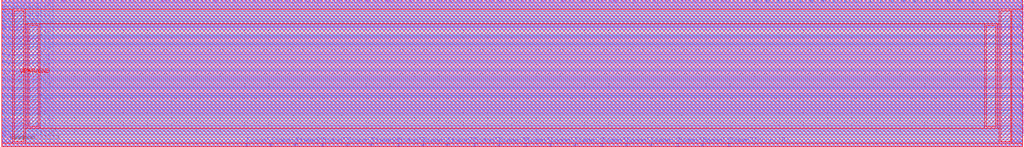
<source format=lef>
##
## LEF for PtnCells ;
## created by Innovus v15.20-p005_1 on Mon Jun 14 23:54:05 2021
##

VERSION 5.7 ;

BUSBITCHARS "[]" ;
DIVIDERCHAR "/" ;

MACRO S_term_DSP
  CLASS BLOCK ;
  SIZE 210.2200 BY 30.2600 ;
  FOREIGN S_term_DSP 0.0000 0.0000 ;
  ORIGIN 0 0 ;
  SYMMETRY X Y R90 ;
  PIN N1BEG[3]
    DIRECTION OUTPUT ;
    USE SIGNAL ;
    ANTENNAPARTIALMETALAREA 1.20105 LAYER li1  ;
    ANTENNAPARTIALMETALSIDEAREA 1.413 LAYER li1  ;
    ANTENNAPARTIALCUTAREA 0.0289 LAYER mcon  ;
    ANTENNAPARTIALMETALAREA 0.0832 LAYER met1  ;
    ANTENNAPARTIALMETALSIDEAREA 0.406 LAYER met1  ;
    ANTENNAPARTIALCUTAREA 0.0225 LAYER via  ;
    ANTENNADIFFAREA 0.4455 LAYER met2  ;
    ANTENNAPARTIALMETALAREA 0.55 LAYER met2  ;
    ANTENNAPARTIALMETALSIDEAREA 2.632 LAYER met2  ;
    PORT
      LAYER li1 ;
        RECT 13.9450 29.9300 14.1150 30.2600 ;
    END
  END N1BEG[3]
  PIN N1BEG[2]
    DIRECTION OUTPUT ;
    USE SIGNAL ;
    ANTENNAPARTIALMETALAREA 0.73865 LAYER li1  ;
    ANTENNAPARTIALMETALSIDEAREA 0.869 LAYER li1  ;
    ANTENNAPARTIALCUTAREA 0.0289 LAYER mcon  ;
    ANTENNAPARTIALMETALAREA 0.4292 LAYER met1  ;
    ANTENNAPARTIALMETALSIDEAREA 2.0685 LAYER met1  ;
    ANTENNAPARTIALCUTAREA 0.0225 LAYER via  ;
    ANTENNADIFFAREA 0.4455 LAYER met2  ;
    ANTENNAPARTIALMETALAREA 1.1548 LAYER met2  ;
    ANTENNAPARTIALMETALSIDEAREA 5.656 LAYER met2  ;
    PORT
      LAYER li1 ;
        RECT 12.5650 29.9300 12.7350 30.2600 ;
    END
  END N1BEG[2]
  PIN N1BEG[1]
    DIRECTION OUTPUT ;
    USE SIGNAL ;
    ANTENNAPARTIALMETALAREA 0.39185 LAYER li1  ;
    ANTENNAPARTIALMETALSIDEAREA 0.461 LAYER li1  ;
    ANTENNAPARTIALCUTAREA 0.0289 LAYER mcon  ;
    ANTENNAPARTIALMETALAREA 14.5944 LAYER met1  ;
    ANTENNAPARTIALMETALSIDEAREA 72.8945 LAYER met1  ;
    ANTENNAPARTIALCUTAREA 0.0225 LAYER via  ;
    ANTENNADIFFAREA 0.4455 LAYER met2  ;
    ANTENNAPARTIALMETALAREA 1.2976 LAYER met2  ;
    ANTENNAPARTIALMETALSIDEAREA 6.37 LAYER met2  ;
    PORT
      LAYER li1 ;
        RECT 11.1850 29.9300 11.3550 30.2600 ;
    END
  END N1BEG[1]
  PIN N1BEG[0]
    DIRECTION OUTPUT ;
    USE SIGNAL ;
    ANTENNAPARTIALMETALAREA 3.99925 LAYER li1  ;
    ANTENNAPARTIALMETALSIDEAREA 4.705 LAYER li1  ;
    ANTENNAPARTIALCUTAREA 0.0289 LAYER mcon  ;
    ANTENNADIFFAREA 0.4455 LAYER met1  ;
    ANTENNAPARTIALMETALAREA 8.3066 LAYER met1  ;
    ANTENNAPARTIALMETALSIDEAREA 41.496 LAYER met1  ;
    PORT
      LAYER li1 ;
        RECT 10.2650 29.9300 10.4350 30.2600 ;
    END
  END N1BEG[0]
  PIN N2BEG[7]
    DIRECTION OUTPUT ;
    USE SIGNAL ;
    ANTENNAPARTIALMETALAREA 1.20105 LAYER li1  ;
    ANTENNAPARTIALMETALSIDEAREA 1.413 LAYER li1  ;
    ANTENNAPARTIALCUTAREA 0.0289 LAYER mcon  ;
    ANTENNAPARTIALMETALAREA 2.602 LAYER met1  ;
    ANTENNAPARTIALMETALSIDEAREA 12.9325 LAYER met1  ;
    ANTENNAPARTIALCUTAREA 0.0225 LAYER via  ;
    ANTENNADIFFAREA 0.4455 LAYER met2  ;
    ANTENNAPARTIALMETALAREA 1.3116 LAYER met2  ;
    ANTENNAPARTIALMETALSIDEAREA 6.44 LAYER met2  ;
    PORT
      LAYER li1 ;
        RECT 24.9850 29.9300 25.1550 30.2600 ;
    END
  END N2BEG[7]
  PIN N2BEG[6]
    DIRECTION OUTPUT ;
    USE SIGNAL ;
    ANTENNAPARTIALMETALAREA 0.62305 LAYER li1  ;
    ANTENNAPARTIALMETALSIDEAREA 0.733 LAYER li1  ;
    ANTENNAPARTIALCUTAREA 0.0289 LAYER mcon  ;
    ANTENNAPARTIALMETALAREA 1.3952 LAYER met1  ;
    ANTENNAPARTIALMETALSIDEAREA 6.8985 LAYER met1  ;
    ANTENNAPARTIALCUTAREA 0.0225 LAYER via  ;
    ANTENNAPARTIALMETALAREA 1.8589 LAYER met2  ;
    ANTENNAPARTIALMETALSIDEAREA 9.0055 LAYER met2  ;
    ANTENNAPARTIALCUTAREA 0.04 LAYER via2  ;
    ANTENNAPARTIALMETALAREA 0.331 LAYER met3  ;
    ANTENNAPARTIALMETALSIDEAREA 2.232 LAYER met3  ;
    ANTENNAPARTIALCUTAREA 0.04 LAYER via3  ;
    ANTENNADIFFAREA 0.4455 LAYER met4  ;
    ANTENNAPARTIALMETALAREA 13.4016 LAYER met4  ;
    ANTENNAPARTIALMETALSIDEAREA 72.416 LAYER met4  ;
    PORT
      LAYER li1 ;
        RECT 23.6050 29.9300 23.7750 30.2600 ;
    END
  END N2BEG[6]
  PIN N2BEG[5]
    DIRECTION OUTPUT ;
    USE SIGNAL ;
    ANTENNAPARTIALMETALAREA 0.50745 LAYER li1  ;
    ANTENNAPARTIALMETALSIDEAREA 0.597 LAYER li1  ;
    ANTENNAPARTIALCUTAREA 0.0289 LAYER mcon  ;
    ANTENNAPARTIALMETALAREA 1.6528 LAYER met1  ;
    ANTENNAPARTIALMETALSIDEAREA 8.1865 LAYER met1  ;
    ANTENNAPARTIALCUTAREA 0.0225 LAYER via  ;
    ANTENNADIFFAREA 0.4455 LAYER met2  ;
    ANTENNAPARTIALMETALAREA 2.202 LAYER met2  ;
    ANTENNAPARTIALMETALSIDEAREA 10.892 LAYER met2  ;
    PORT
      LAYER li1 ;
        RECT 22.2250 29.9300 22.3950 30.2600 ;
    END
  END N2BEG[5]
  PIN N2BEG[4]
    DIRECTION OUTPUT ;
    USE SIGNAL ;
    ANTENNAPARTIALMETALAREA 1.20105 LAYER li1  ;
    ANTENNAPARTIALMETALSIDEAREA 1.413 LAYER li1  ;
    ANTENNAPARTIALCUTAREA 0.0289 LAYER mcon  ;
    ANTENNAPARTIALMETALAREA 0.0832 LAYER met1  ;
    ANTENNAPARTIALMETALSIDEAREA 0.406 LAYER met1  ;
    ANTENNAPARTIALCUTAREA 0.0225 LAYER via  ;
    ANTENNAPARTIALMETALAREA 0.2785 LAYER met2  ;
    ANTENNAPARTIALMETALSIDEAREA 1.2215 LAYER met2  ;
    ANTENNAPARTIALCUTAREA 0.04 LAYER via2  ;
    ANTENNAPARTIALMETALAREA 7.411 LAYER met3  ;
    ANTENNAPARTIALMETALSIDEAREA 39.992 LAYER met3  ;
    ANTENNAPARTIALCUTAREA 0.04 LAYER via3  ;
    ANTENNADIFFAREA 0.4455 LAYER met4  ;
    ANTENNAPARTIALMETALAREA 9.2382 LAYER met4  ;
    ANTENNAPARTIALMETALSIDEAREA 51.152 LAYER met4  ;
    PORT
      LAYER li1 ;
        RECT 20.8450 29.9300 21.0150 30.2600 ;
    END
  END N2BEG[4]
  PIN N2BEG[3]
    DIRECTION OUTPUT ;
    USE SIGNAL ;
    ANTENNAPARTIALMETALAREA 1.20105 LAYER li1  ;
    ANTENNAPARTIALMETALSIDEAREA 1.413 LAYER li1  ;
    ANTENNAPARTIALCUTAREA 0.0289 LAYER mcon  ;
    ANTENNAPARTIALMETALAREA 0.0832 LAYER met1  ;
    ANTENNAPARTIALMETALSIDEAREA 0.406 LAYER met1  ;
    ANTENNAPARTIALCUTAREA 0.0225 LAYER via  ;
    ANTENNAPARTIALMETALAREA 2.4569 LAYER met2  ;
    ANTENNAPARTIALMETALSIDEAREA 12.1135 LAYER met2  ;
    ANTENNAPARTIALCUTAREA 0.04 LAYER via2  ;
    ANTENNADIFFAREA 0.4455 LAYER met3  ;
    ANTENNAPARTIALMETALAREA 13.5048 LAYER met3  ;
    ANTENNAPARTIALMETALSIDEAREA 72.496 LAYER met3  ;
    PORT
      LAYER li1 ;
        RECT 19.4650 29.9300 19.6350 30.2600 ;
    END
  END N2BEG[3]
  PIN N2BEG[2]
    DIRECTION OUTPUT ;
    USE SIGNAL ;
    ANTENNAPARTIALCUTAREA 0.0289 LAYER mcon  ;
    ANTENNAPARTIALMETALAREA 17.869 LAYER met1  ;
    ANTENNAPARTIALMETALSIDEAREA 89.2675 LAYER met1  ;
    ANTENNAPARTIALCUTAREA 0.0225 LAYER via  ;
    ANTENNADIFFAREA 0.4455 LAYER met2  ;
    ANTENNAPARTIALMETALAREA 2.3448 LAYER met2  ;
    ANTENNAPARTIALMETALSIDEAREA 11.606 LAYER met2  ;
    PORT
      LAYER li1 ;
        RECT 18.0850 29.9300 18.2550 30.2600 ;
    END
  END N2BEG[2]
  PIN N2BEG[1]
    DIRECTION OUTPUT ;
    USE SIGNAL ;
    ANTENNAPARTIALMETALAREA 0.27625 LAYER li1  ;
    ANTENNAPARTIALMETALSIDEAREA 0.325 LAYER li1  ;
    ANTENNAPARTIALCUTAREA 0.0289 LAYER mcon  ;
    ANTENNAPARTIALMETALAREA 2.07 LAYER met1  ;
    ANTENNAPARTIALMETALSIDEAREA 10.2725 LAYER met1  ;
    ANTENNAPARTIALCUTAREA 0.0225 LAYER via  ;
    ANTENNADIFFAREA 0.4455 LAYER met2  ;
    ANTENNAPARTIALMETALAREA 4.3896 LAYER met2  ;
    ANTENNAPARTIALMETALSIDEAREA 21.476 LAYER met2  ;
    PORT
      LAYER li1 ;
        RECT 16.7050 29.9300 16.8750 30.2600 ;
    END
  END N2BEG[1]
  PIN N2BEG[0]
    DIRECTION OUTPUT ;
    USE SIGNAL ;
    ANTENNAPARTIALMETALAREA 0.73865 LAYER li1  ;
    ANTENNAPARTIALMETALSIDEAREA 0.869 LAYER li1  ;
    ANTENNAPARTIALCUTAREA 0.0289 LAYER mcon  ;
    ANTENNAPARTIALMETALAREA 2.07 LAYER met1  ;
    ANTENNAPARTIALMETALSIDEAREA 10.2725 LAYER met1  ;
    ANTENNAPARTIALCUTAREA 0.0225 LAYER via  ;
    ANTENNADIFFAREA 0.4455 LAYER met2  ;
    ANTENNAPARTIALMETALAREA 1.0736 LAYER met2  ;
    ANTENNAPARTIALMETALSIDEAREA 5.25 LAYER met2  ;
    PORT
      LAYER li1 ;
        RECT 15.3250 29.9300 15.4950 30.2600 ;
    END
  END N2BEG[0]
  PIN N2BEGb[7]
    DIRECTION OUTPUT ;
    USE SIGNAL ;
    ANTENNAPARTIALMETALAREA 0.10285 LAYER li1  ;
    ANTENNAPARTIALMETALSIDEAREA 0.121 LAYER li1  ;
    ANTENNAPARTIALCUTAREA 0.0289 LAYER mcon  ;
    ANTENNAPARTIALMETALAREA 5.7408 LAYER met1  ;
    ANTENNAPARTIALMETALSIDEAREA 28.6265 LAYER met1  ;
    ANTENNAPARTIALCUTAREA 0.0225 LAYER via  ;
    ANTENNAPARTIALMETALAREA 0.2911 LAYER met2  ;
    ANTENNAPARTIALMETALSIDEAREA 1.2845 LAYER met2  ;
    ANTENNAPARTIALCUTAREA 0.04 LAYER via2  ;
    ANTENNAPARTIALMETALAREA 0.538 LAYER met3  ;
    ANTENNAPARTIALMETALSIDEAREA 3.336 LAYER met3  ;
    ANTENNAPARTIALCUTAREA 0.04 LAYER via3  ;
    ANTENNADIFFAREA 0.4455 LAYER met4  ;
    ANTENNAPARTIALMETALAREA 14.3106 LAYER met4  ;
    ANTENNAPARTIALMETALSIDEAREA 77.264 LAYER met4  ;
    PORT
      LAYER li1 ;
        RECT 35.5650 29.9300 35.7350 30.2600 ;
    END
  END N2BEGb[7]
  PIN N2BEGb[6]
    DIRECTION OUTPUT ;
    USE SIGNAL ;
    ANTENNAPARTIALMETALAREA 0.62305 LAYER li1  ;
    ANTENNAPARTIALMETALSIDEAREA 0.733 LAYER li1  ;
    ANTENNAPARTIALCUTAREA 0.0289 LAYER mcon  ;
    ANTENNAPARTIALMETALAREA 2.3612 LAYER met1  ;
    ANTENNAPARTIALMETALSIDEAREA 11.7285 LAYER met1  ;
    ANTENNAPARTIALCUTAREA 0.0225 LAYER via  ;
    ANTENNADIFFAREA 0.4455 LAYER met2  ;
    ANTENNAPARTIALMETALAREA 2.1208 LAYER met2  ;
    ANTENNAPARTIALMETALSIDEAREA 10.486 LAYER met2  ;
    PORT
      LAYER li1 ;
        RECT 34.1850 29.9300 34.3550 30.2600 ;
    END
  END N2BEGb[6]
  PIN N2BEGb[5]
    DIRECTION OUTPUT ;
    USE SIGNAL ;
    ANTENNAPARTIALMETALAREA 1.20105 LAYER li1  ;
    ANTENNAPARTIALMETALSIDEAREA 1.413 LAYER li1  ;
    ANTENNAPARTIALCUTAREA 0.0289 LAYER mcon  ;
    ANTENNAPARTIALMETALAREA 6.5822 LAYER met1  ;
    ANTENNAPARTIALMETALSIDEAREA 32.8335 LAYER met1  ;
    ANTENNAPARTIALCUTAREA 0.0225 LAYER via  ;
    ANTENNADIFFAREA 0.4455 LAYER met2  ;
    ANTENNAPARTIALMETALAREA 0.6998 LAYER met2  ;
    ANTENNAPARTIALMETALSIDEAREA 3.381 LAYER met2  ;
    PORT
      LAYER li1 ;
        RECT 33.2650 29.9300 33.4350 30.2600 ;
    END
  END N2BEGb[5]
  PIN N2BEGb[4]
    DIRECTION OUTPUT ;
    USE SIGNAL ;
    ANTENNAPARTIALMETALAREA 0.16065 LAYER li1  ;
    ANTENNAPARTIALMETALSIDEAREA 0.189 LAYER li1  ;
    ANTENNAPARTIALCUTAREA 0.0289 LAYER mcon  ;
    ANTENNAPARTIALMETALAREA 3.7612 LAYER met1  ;
    ANTENNAPARTIALMETALSIDEAREA 18.7285 LAYER met1  ;
    ANTENNAPARTIALCUTAREA 0.0225 LAYER via  ;
    ANTENNAPARTIALMETALAREA 0.2519 LAYER met2  ;
    ANTENNAPARTIALMETALSIDEAREA 1.0885 LAYER met2  ;
    ANTENNAPARTIALCUTAREA 0.04 LAYER via2  ;
    ANTENNAPARTIALMETALAREA 4.954 LAYER met3  ;
    ANTENNAPARTIALMETALSIDEAREA 26.888 LAYER met3  ;
    ANTENNAPARTIALCUTAREA 0.04 LAYER via3  ;
    ANTENNADIFFAREA 0.4455 LAYER met4  ;
    ANTENNAPARTIALMETALAREA 1.8936 LAYER met4  ;
    ANTENNAPARTIALMETALSIDEAREA 11.04 LAYER met4  ;
    PORT
      LAYER li1 ;
        RECT 31.8850 29.9300 32.0550 30.2600 ;
    END
  END N2BEGb[4]
  PIN N2BEGb[3]
    DIRECTION OUTPUT ;
    USE SIGNAL ;
    ANTENNAPARTIALMETALAREA 0.27625 LAYER li1  ;
    ANTENNAPARTIALMETALSIDEAREA 0.325 LAYER li1  ;
    ANTENNAPARTIALCUTAREA 0.0289 LAYER mcon  ;
    ANTENNAPARTIALMETALAREA 5.4188 LAYER met1  ;
    ANTENNAPARTIALMETALSIDEAREA 27.0165 LAYER met1  ;
    ANTENNAPARTIALCUTAREA 0.0225 LAYER via  ;
    ANTENNADIFFAREA 0.4455 LAYER met2  ;
    ANTENNAPARTIALMETALAREA 2.4876 LAYER met2  ;
    ANTENNAPARTIALMETALSIDEAREA 12.32 LAYER met2  ;
    PORT
      LAYER li1 ;
        RECT 30.5050 29.9300 30.6750 30.2600 ;
    END
  END N2BEGb[3]
  PIN N2BEGb[2]
    DIRECTION OUTPUT ;
    USE SIGNAL ;
    ANTENNAPARTIALMETALAREA 0.73865 LAYER li1  ;
    ANTENNAPARTIALMETALSIDEAREA 0.869 LAYER li1  ;
    ANTENNAPARTIALCUTAREA 0.0289 LAYER mcon  ;
    ANTENNAPARTIALMETALAREA 3.2628 LAYER met1  ;
    ANTENNAPARTIALMETALSIDEAREA 16.2365 LAYER met1  ;
    ANTENNAPARTIALCUTAREA 0.0225 LAYER via  ;
    ANTENNADIFFAREA 0.4455 LAYER met2  ;
    ANTENNAPARTIALMETALAREA 1.3116 LAYER met2  ;
    ANTENNAPARTIALMETALSIDEAREA 6.44 LAYER met2  ;
    PORT
      LAYER li1 ;
        RECT 29.1250 29.9300 29.2950 30.2600 ;
    END
  END N2BEGb[2]
  PIN N2BEGb[1]
    DIRECTION OUTPUT ;
    USE SIGNAL ;
    ANTENNAPARTIALMETALAREA 0.21845 LAYER li1  ;
    ANTENNAPARTIALMETALSIDEAREA 0.257 LAYER li1  ;
    ANTENNAPARTIALCUTAREA 0.0289 LAYER mcon  ;
    ANTENNAPARTIALMETALAREA 0.9444 LAYER met1  ;
    ANTENNAPARTIALMETALSIDEAREA 4.6445 LAYER met1  ;
    ANTENNAPARTIALCUTAREA 0.0225 LAYER via  ;
    ANTENNADIFFAREA 0.4455 LAYER met2  ;
    ANTENNAPARTIALMETALAREA 2.4736 LAYER met2  ;
    ANTENNAPARTIALMETALSIDEAREA 12.25 LAYER met2  ;
    PORT
      LAYER li1 ;
        RECT 27.7450 29.9300 27.9150 30.2600 ;
    END
  END N2BEGb[1]
  PIN N2BEGb[0]
    DIRECTION OUTPUT ;
    USE SIGNAL ;
    ANTENNAPARTIALMETALAREA 0.10285 LAYER li1  ;
    ANTENNAPARTIALMETALSIDEAREA 0.121 LAYER li1  ;
    ANTENNAPARTIALCUTAREA 0.0289 LAYER mcon  ;
    ANTENNAPARTIALMETALAREA 0.8156 LAYER met1  ;
    ANTENNAPARTIALMETALSIDEAREA 4.0005 LAYER met1  ;
    ANTENNAPARTIALCUTAREA 0.0225 LAYER via  ;
    ANTENNAPARTIALMETALAREA 1.6365 LAYER met2  ;
    ANTENNAPARTIALMETALSIDEAREA 8.0115 LAYER met2  ;
    ANTENNAPARTIALCUTAREA 0.04 LAYER via2  ;
    ANTENNAPARTIALMETALAREA 6.472 LAYER met3  ;
    ANTENNAPARTIALMETALSIDEAREA 34.984 LAYER met3  ;
    ANTENNAPARTIALCUTAREA 0.04 LAYER via3  ;
    ANTENNADIFFAREA 0.4455 LAYER met4  ;
    ANTENNAPARTIALMETALAREA 4.8924 LAYER met4  ;
    ANTENNAPARTIALMETALSIDEAREA 27.504 LAYER met4  ;
    PORT
      LAYER li1 ;
        RECT 26.3650 29.9300 26.5350 30.2600 ;
    END
  END N2BEGb[0]
  PIN N4BEG[15]
    DIRECTION OUTPUT ;
    USE SIGNAL ;
    ANTENNAPARTIALMETALAREA 0.91205 LAYER li1  ;
    ANTENNAPARTIALMETALSIDEAREA 1.073 LAYER li1  ;
    ANTENNAPARTIALCUTAREA 0.0289 LAYER mcon  ;
    ANTENNAPARTIALMETALAREA 6.2252 LAYER met1  ;
    ANTENNAPARTIALMETALSIDEAREA 31.0485 LAYER met1  ;
    ANTENNAPARTIALCUTAREA 0.0225 LAYER via  ;
    ANTENNADIFFAREA 0.4455 LAYER met2  ;
    ANTENNAPARTIALMETALAREA 0.809 LAYER met2  ;
    ANTENNAPARTIALMETALSIDEAREA 3.927 LAYER met2  ;
    PORT
      LAYER li1 ;
        RECT 57.1850 29.9300 57.3550 30.2600 ;
    END
  END N4BEG[15]
  PIN N4BEG[14]
    DIRECTION OUTPUT ;
    USE SIGNAL ;
    ANTENNAPARTIALMETALAREA 1.49005 LAYER li1  ;
    ANTENNAPARTIALMETALSIDEAREA 1.753 LAYER li1  ;
    ANTENNAPARTIALCUTAREA 0.0289 LAYER mcon  ;
    ANTENNAPARTIALMETALAREA 0.0832 LAYER met1  ;
    ANTENNAPARTIALMETALSIDEAREA 0.406 LAYER met1  ;
    ANTENNAPARTIALCUTAREA 0.0225 LAYER via  ;
    ANTENNADIFFAREA 0.4455 LAYER met2  ;
    ANTENNAPARTIALMETALAREA 3.6086 LAYER met2  ;
    ANTENNAPARTIALMETALSIDEAREA 17.689 LAYER met2  ;
    PORT
      LAYER li1 ;
        RECT 56.2650 29.9300 56.4350 30.2600 ;
    END
  END N4BEG[14]
  PIN N4BEG[13]
    DIRECTION OUTPUT ;
    USE SIGNAL ;
    ANTENNAPARTIALMETALAREA 0.68085 LAYER li1  ;
    ANTENNAPARTIALMETALSIDEAREA 0.801 LAYER li1  ;
    ANTENNAPARTIALCUTAREA 0.0289 LAYER mcon  ;
    ANTENNAPARTIALMETALAREA 12.7744 LAYER met1  ;
    ANTENNAPARTIALMETALSIDEAREA 63.7945 LAYER met1  ;
    ANTENNAPARTIALCUTAREA 0.0225 LAYER via  ;
    ANTENNADIFFAREA 0.4455 LAYER met2  ;
    ANTENNAPARTIALMETALAREA 2.0256 LAYER met2  ;
    ANTENNAPARTIALMETALSIDEAREA 10.01 LAYER met2  ;
    PORT
      LAYER li1 ;
        RECT 54.8850 29.9300 55.0550 30.2600 ;
    END
  END N4BEG[13]
  PIN N4BEG[12]
    DIRECTION OUTPUT ;
    USE SIGNAL ;
    ANTENNAPARTIALMETALAREA 0.27625 LAYER li1  ;
    ANTENNAPARTIALMETALSIDEAREA 0.325 LAYER li1  ;
    ANTENNAPARTIALCUTAREA 0.0289 LAYER mcon  ;
    ANTENNAPARTIALMETALAREA 3.47 LAYER met1  ;
    ANTENNAPARTIALMETALSIDEAREA 17.2725 LAYER met1  ;
    ANTENNAPARTIALCUTAREA 0.0225 LAYER via  ;
    ANTENNADIFFAREA 0.4455 LAYER met2  ;
    ANTENNAPARTIALMETALAREA 3.5332 LAYER met2  ;
    ANTENNAPARTIALMETALSIDEAREA 17.43 LAYER met2  ;
    PORT
      LAYER li1 ;
        RECT 53.5050 29.9300 53.6750 30.2600 ;
    END
  END N4BEG[12]
  PIN N4BEG[11]
    DIRECTION OUTPUT ;
    USE SIGNAL ;
    ANTENNAPARTIALMETALAREA 0.73865 LAYER li1  ;
    ANTENNAPARTIALMETALSIDEAREA 0.869 LAYER li1  ;
    ANTENNAPARTIALCUTAREA 0.0289 LAYER mcon  ;
    ANTENNAPARTIALMETALAREA 0.9444 LAYER met1  ;
    ANTENNAPARTIALMETALSIDEAREA 4.6445 LAYER met1  ;
    ANTENNAPARTIALCUTAREA 0.0225 LAYER via  ;
    ANTENNAPARTIALMETALAREA 3.6483 LAYER met2  ;
    ANTENNAPARTIALMETALSIDEAREA 18.0705 LAYER met2  ;
    ANTENNAPARTIALCUTAREA 0.04 LAYER via2  ;
    ANTENNADIFFAREA 0.4455 LAYER met3  ;
    ANTENNAPARTIALMETALAREA 6.1908 LAYER met3  ;
    ANTENNAPARTIALMETALSIDEAREA 33.488 LAYER met3  ;
    PORT
      LAYER li1 ;
        RECT 52.1250 29.9300 52.2950 30.2600 ;
    END
  END N4BEG[11]
  PIN N4BEG[10]
    DIRECTION OUTPUT ;
    USE SIGNAL ;
    ANTENNAPARTIALMETALAREA 0.62305 LAYER li1  ;
    ANTENNAPARTIALMETALSIDEAREA 0.733 LAYER li1  ;
    ANTENNAPARTIALCUTAREA 0.0289 LAYER mcon  ;
    ANTENNAPARTIALMETALAREA 0.6224 LAYER met1  ;
    ANTENNAPARTIALMETALSIDEAREA 3.0345 LAYER met1  ;
    ANTENNAPARTIALCUTAREA 0.0225 LAYER via  ;
    ANTENNAPARTIALMETALAREA 1.0107 LAYER met2  ;
    ANTENNAPARTIALMETALSIDEAREA 4.8825 LAYER met2  ;
    ANTENNAPARTIALCUTAREA 0.04 LAYER via2  ;
    ANTENNAPARTIALMETALAREA 2.353 LAYER met3  ;
    ANTENNAPARTIALMETALSIDEAREA 13.016 LAYER met3  ;
    ANTENNAPARTIALCUTAREA 0.04 LAYER via3  ;
    ANTENNADIFFAREA 0.4455 LAYER met4  ;
    ANTENNAPARTIALMETALAREA 6.8982 LAYER met4  ;
    ANTENNAPARTIALMETALSIDEAREA 38.672 LAYER met4  ;
    PORT
      LAYER li1 ;
        RECT 50.7450 29.9300 50.9150 30.2600 ;
    END
  END N4BEG[10]
  PIN N4BEG[9]
    DIRECTION OUTPUT ;
    USE SIGNAL ;
    ANTENNAPARTIALMETALAREA 0.44965 LAYER li1  ;
    ANTENNAPARTIALMETALSIDEAREA 0.529 LAYER li1  ;
    ANTENNAPARTIALCUTAREA 0.0289 LAYER mcon  ;
    ANTENNAPARTIALMETALAREA 13.1986 LAYER met1  ;
    ANTENNAPARTIALMETALSIDEAREA 65.9155 LAYER met1  ;
    ANTENNAPARTIALCUTAREA 0.0225 LAYER via  ;
    ANTENNADIFFAREA 0.4455 LAYER met2  ;
    ANTENNAPARTIALMETALAREA 1.6924 LAYER met2  ;
    ANTENNAPARTIALMETALSIDEAREA 8.344 LAYER met2  ;
    PORT
      LAYER li1 ;
        RECT 49.3650 29.9300 49.5350 30.2600 ;
    END
  END N4BEG[9]
  PIN N4BEG[8]
    DIRECTION OUTPUT ;
    USE SIGNAL ;
    ANTENNAPARTIALMETALAREA 1.49005 LAYER li1  ;
    ANTENNAPARTIALMETALSIDEAREA 1.753 LAYER li1  ;
    ANTENNAPARTIALCUTAREA 0.0289 LAYER mcon  ;
    ANTENNAPARTIALMETALAREA 0.0832 LAYER met1  ;
    ANTENNAPARTIALMETALSIDEAREA 0.406 LAYER met1  ;
    ANTENNAPARTIALCUTAREA 0.0225 LAYER via  ;
    ANTENNADIFFAREA 0.4455 LAYER met2  ;
    ANTENNAPARTIALMETALAREA 4.8464 LAYER met2  ;
    ANTENNAPARTIALMETALSIDEAREA 23.996 LAYER met2  ;
    PORT
      LAYER li1 ;
        RECT 47.9850 29.9300 48.1550 30.2600 ;
    END
  END N4BEG[8]
  PIN N4BEG[7]
    DIRECTION OUTPUT ;
    USE SIGNAL ;
    ANTENNAPARTIALMETALAREA 1.37445 LAYER li1  ;
    ANTENNAPARTIALMETALSIDEAREA 1.617 LAYER li1  ;
    ANTENNAPARTIALCUTAREA 0.0289 LAYER mcon  ;
    ANTENNAPARTIALMETALAREA 3.6776 LAYER met1  ;
    ANTENNAPARTIALMETALSIDEAREA 18.2735 LAYER met1  ;
    ANTENNAPARTIALCUTAREA 0.0225 LAYER via  ;
    ANTENNADIFFAREA 0.4455 LAYER met2  ;
    ANTENNAPARTIALMETALAREA 1.8138 LAYER met2  ;
    ANTENNAPARTIALMETALSIDEAREA 8.715 LAYER met2  ;
    PORT
      LAYER li1 ;
        RECT 46.6050 29.9300 46.7750 30.2600 ;
    END
  END N4BEG[7]
  PIN N4BEG[6]
    DIRECTION OUTPUT ;
    USE SIGNAL ;
    ANTENNAPARTIALMETALAREA 1.22145 LAYER li1  ;
    ANTENNAPARTIALMETALSIDEAREA 1.437 LAYER li1  ;
    ANTENNAPARTIALCUTAREA 0.0289 LAYER mcon  ;
    ANTENNAPARTIALMETALAREA 9.8316 LAYER met1  ;
    ANTENNAPARTIALMETALSIDEAREA 49.0805 LAYER met1  ;
    ANTENNAPARTIALCUTAREA 0.0225 LAYER via  ;
    ANTENNADIFFAREA 0.4455 LAYER met2  ;
    ANTENNAPARTIALMETALAREA 0.55 LAYER met2  ;
    ANTENNAPARTIALMETALSIDEAREA 2.632 LAYER met2  ;
    PORT
      LAYER li1 ;
        RECT 45.2250 29.9300 45.3950 30.2600 ;
    END
  END N4BEG[6]
  PIN N4BEG[5]
    DIRECTION OUTPUT ;
    USE SIGNAL ;
    ANTENNAPARTIALMETALAREA 1.02765 LAYER li1  ;
    ANTENNAPARTIALMETALSIDEAREA 1.209 LAYER li1  ;
    ANTENNAPARTIALCUTAREA 0.0289 LAYER mcon  ;
    ANTENNAPARTIALMETALAREA 0.6868 LAYER met1  ;
    ANTENNAPARTIALMETALSIDEAREA 3.3565 LAYER met1  ;
    ANTENNAPARTIALCUTAREA 0.0225 LAYER via  ;
    ANTENNAPARTIALMETALAREA 0.4213 LAYER met2  ;
    ANTENNAPARTIALMETALSIDEAREA 1.9355 LAYER met2  ;
    ANTENNAPARTIALCUTAREA 0.04 LAYER via2  ;
    ANTENNADIFFAREA 0.4455 LAYER met3  ;
    ANTENNAPARTIALMETALAREA 16.6788 LAYER met3  ;
    ANTENNAPARTIALMETALSIDEAREA 89.424 LAYER met3  ;
    PORT
      LAYER li1 ;
        RECT 43.8450 29.9300 44.0150 30.2600 ;
    END
  END N4BEG[5]
  PIN N4BEG[4]
    DIRECTION OUTPUT ;
    USE SIGNAL ;
    ANTENNAPARTIALMETALAREA 1.49005 LAYER li1  ;
    ANTENNAPARTIALMETALSIDEAREA 1.753 LAYER li1  ;
    ANTENNAPARTIALCUTAREA 0.0289 LAYER mcon  ;
    ANTENNAPARTIALMETALAREA 0.236 LAYER met1  ;
    ANTENNAPARTIALMETALSIDEAREA 1.1025 LAYER met1  ;
    ANTENNAPARTIALCUTAREA 0.0225 LAYER via  ;
    ANTENNAPARTIALMETALAREA 1.4069 LAYER met2  ;
    ANTENNAPARTIALMETALSIDEAREA 6.8635 LAYER met2  ;
    ANTENNAPARTIALCUTAREA 0.04 LAYER via2  ;
    ANTENNAPARTIALMETALAREA 5.713 LAYER met3  ;
    ANTENNAPARTIALMETALSIDEAREA 30.936 LAYER met3  ;
    ANTENNAPARTIALCUTAREA 0.04 LAYER via3  ;
    ANTENNADIFFAREA 0.4455 LAYER met4  ;
    ANTENNAPARTIALMETALAREA 1.2168 LAYER met4  ;
    ANTENNAPARTIALMETALSIDEAREA 6.96 LAYER met4  ;
    PORT
      LAYER li1 ;
        RECT 42.4650 29.9300 42.6350 30.2600 ;
    END
  END N4BEG[4]
  PIN N4BEG[3]
    DIRECTION OUTPUT ;
    USE SIGNAL ;
    ANTENNAPARTIALMETALAREA 1.49005 LAYER li1  ;
    ANTENNAPARTIALMETALSIDEAREA 1.753 LAYER li1  ;
    ANTENNAPARTIALCUTAREA 0.0289 LAYER mcon  ;
    ANTENNAPARTIALMETALAREA 0.0832 LAYER met1  ;
    ANTENNAPARTIALMETALSIDEAREA 0.406 LAYER met1  ;
    ANTENNAPARTIALCUTAREA 0.0225 LAYER via  ;
    ANTENNADIFFAREA 0.4455 LAYER met2  ;
    ANTENNAPARTIALMETALAREA 1.338 LAYER met2  ;
    ANTENNAPARTIALMETALSIDEAREA 6.454 LAYER met2  ;
    PORT
      LAYER li1 ;
        RECT 41.0850 29.9300 41.2550 30.2600 ;
    END
  END N4BEG[3]
  PIN N4BEG[2]
    DIRECTION OUTPUT ;
    USE SIGNAL ;
    ANTENNAPARTIALMETALAREA 1.49005 LAYER li1  ;
    ANTENNAPARTIALMETALSIDEAREA 1.753 LAYER li1  ;
    ANTENNAPARTIALCUTAREA 0.0289 LAYER mcon  ;
    ANTENNAPARTIALMETALAREA 0.0832 LAYER met1  ;
    ANTENNAPARTIALMETALSIDEAREA 0.406 LAYER met1  ;
    ANTENNAPARTIALCUTAREA 0.0225 LAYER via  ;
    ANTENNADIFFAREA 0.4455 LAYER met2  ;
    ANTENNAPARTIALMETALAREA 1.7188 LAYER met2  ;
    ANTENNAPARTIALMETALSIDEAREA 8.358 LAYER met2  ;
    PORT
      LAYER li1 ;
        RECT 39.7050 29.9300 39.8750 30.2600 ;
    END
  END N4BEG[2]
  PIN N4BEG[1]
    DIRECTION OUTPUT ;
    USE SIGNAL ;
    ANTENNAPARTIALMETALAREA 1.49005 LAYER li1  ;
    ANTENNAPARTIALMETALSIDEAREA 1.753 LAYER li1  ;
    ANTENNAPARTIALCUTAREA 0.0289 LAYER mcon  ;
    ANTENNAPARTIALMETALAREA 0.0832 LAYER met1  ;
    ANTENNAPARTIALMETALSIDEAREA 0.406 LAYER met1  ;
    ANTENNAPARTIALCUTAREA 0.0225 LAYER via  ;
    ANTENNADIFFAREA 0.4455 LAYER met2  ;
    ANTENNAPARTIALMETALAREA 1.9304 LAYER met2  ;
    ANTENNAPARTIALMETALSIDEAREA 9.534 LAYER met2  ;
    PORT
      LAYER li1 ;
        RECT 38.3250 29.9300 38.4950 30.2600 ;
    END
  END N4BEG[1]
  PIN N4BEG[0]
    DIRECTION OUTPUT ;
    USE SIGNAL ;
    ANTENNAPARTIALMETALAREA 0.50745 LAYER li1  ;
    ANTENNAPARTIALMETALSIDEAREA 0.597 LAYER li1  ;
    ANTENNAPARTIALCUTAREA 0.0289 LAYER mcon  ;
    ANTENNAPARTIALMETALAREA 2.4088 LAYER met1  ;
    ANTENNAPARTIALMETALSIDEAREA 11.9665 LAYER met1  ;
    ANTENNAPARTIALCUTAREA 0.0225 LAYER via  ;
    ANTENNADIFFAREA 0.4455 LAYER met2  ;
    ANTENNAPARTIALMETALAREA 3.242 LAYER met2  ;
    ANTENNAPARTIALMETALSIDEAREA 15.974 LAYER met2  ;
    PORT
      LAYER li1 ;
        RECT 36.9450 29.9300 37.1150 30.2600 ;
    END
  END N4BEG[0]
  PIN NN4BEG[15]
    DIRECTION OUTPUT ;
    USE SIGNAL ;
    ANTENNAPARTIALMETALAREA 1.42205 LAYER li1  ;
    ANTENNAPARTIALMETALSIDEAREA 1.673 LAYER li1  ;
    ANTENNAPARTIALCUTAREA 0.0289 LAYER mcon  ;
    ANTENNAPARTIALMETALAREA 0.3648 LAYER met1  ;
    ANTENNAPARTIALMETALSIDEAREA 1.7465 LAYER met1  ;
    ANTENNAPARTIALCUTAREA 0.0225 LAYER via  ;
    ANTENNAPARTIALMETALAREA 1.3145 LAYER met2  ;
    ANTENNAPARTIALMETALSIDEAREA 6.4015 LAYER met2  ;
    ANTENNAPARTIALCUTAREA 0.04 LAYER via2  ;
    ANTENNAPARTIALMETALAREA 7.3 LAYER met3  ;
    ANTENNAPARTIALMETALSIDEAREA 39.4 LAYER met3  ;
    ANTENNAPARTIALCUTAREA 0.04 LAYER via3  ;
    ANTENNADIFFAREA 0.4455 LAYER met4  ;
    ANTENNAPARTIALMETALAREA 6.4674 LAYER met4  ;
    ANTENNAPARTIALMETALSIDEAREA 35.904 LAYER met4  ;
    PORT
      LAYER li1 ;
        RECT 79.2650 29.9300 79.4350 30.2600 ;
    END
  END NN4BEG[15]
  PIN NN4BEG[14]
    DIRECTION OUTPUT ;
    USE SIGNAL ;
    ANTENNAPARTIALMETALAREA 0.58565 LAYER li1  ;
    ANTENNAPARTIALMETALSIDEAREA 0.689 LAYER li1  ;
    ANTENNAPARTIALCUTAREA 0.0289 LAYER mcon  ;
    ANTENNAPARTIALMETALAREA 0.0832 LAYER met1  ;
    ANTENNAPARTIALMETALSIDEAREA 0.406 LAYER met1  ;
    ANTENNAPARTIALCUTAREA 0.0225 LAYER via  ;
    ANTENNAPARTIALMETALAREA 0.4521 LAYER met2  ;
    ANTENNAPARTIALMETALSIDEAREA 2.0895 LAYER met2  ;
    ANTENNAPARTIALCUTAREA 0.04 LAYER via2  ;
    ANTENNAPARTIALMETALAREA 3.574 LAYER met3  ;
    ANTENNAPARTIALMETALSIDEAREA 19.528 LAYER met3  ;
    ANTENNAPARTIALCUTAREA 0.04 LAYER via3  ;
    ANTENNADIFFAREA 0.4455 LAYER met4  ;
    ANTENNAPARTIALMETALAREA 8.3178 LAYER met4  ;
    ANTENNAPARTIALMETALSIDEAREA 44.832 LAYER met4  ;
    PORT
      LAYER li1 ;
        RECT 77.8850 29.9300 78.0550 30.2600 ;
    END
  END NN4BEG[14]
  PIN NN4BEG[13]
    DIRECTION OUTPUT ;
    USE SIGNAL ;
    ANTENNAPARTIALMETALAREA 1.88105 LAYER li1  ;
    ANTENNAPARTIALMETALSIDEAREA 2.213 LAYER li1  ;
    ANTENNAPARTIALCUTAREA 0.0289 LAYER mcon  ;
    ANTENNAPARTIALMETALAREA 0.6224 LAYER met1  ;
    ANTENNAPARTIALMETALSIDEAREA 3.0345 LAYER met1  ;
    ANTENNAPARTIALCUTAREA 0.0225 LAYER via  ;
    ANTENNAPARTIALMETALAREA 2.0409 LAYER met2  ;
    ANTENNAPARTIALMETALSIDEAREA 9.9155 LAYER met2  ;
    ANTENNAPARTIALCUTAREA 0.04 LAYER via2  ;
    ANTENNAPARTIALMETALAREA 0.952 LAYER met3  ;
    ANTENNAPARTIALMETALSIDEAREA 5.544 LAYER met3  ;
    ANTENNAPARTIALCUTAREA 0.04 LAYER via3  ;
    ANTENNADIFFAREA 0.4455 LAYER met4  ;
    ANTENNAPARTIALMETALAREA 9.7428 LAYER met4  ;
    ANTENNAPARTIALMETALSIDEAREA 52.432 LAYER met4  ;
    PORT
      LAYER li1 ;
        RECT 76.5050 29.9300 76.6750 30.2600 ;
    END
  END NN4BEG[13]
  PIN NN4BEG[12]
    DIRECTION OUTPUT ;
    USE SIGNAL ;
    ANTENNAPARTIALMETALAREA 0.136 LAYER li1  ;
    ANTENNAPARTIALMETALSIDEAREA 0.16 LAYER li1  ;
    ANTENNAPARTIALCUTAREA 0.0289 LAYER mcon  ;
    ANTENNAPARTIALMETALAREA 3.0696 LAYER met1  ;
    ANTENNAPARTIALMETALSIDEAREA 15.2705 LAYER met1  ;
    ANTENNAPARTIALCUTAREA 0.0225 LAYER via  ;
    ANTENNADIFFAREA 0.4455 LAYER met2  ;
    ANTENNAPARTIALMETALAREA 3.1064 LAYER met2  ;
    ANTENNAPARTIALMETALSIDEAREA 15.414 LAYER met2  ;
    PORT
      LAYER li1 ;
        RECT 75.1250 29.9300 75.2950 30.2600 ;
    END
  END NN4BEG[12]
  PIN NN4BEG[11]
    DIRECTION OUTPUT ;
    USE SIGNAL ;
    ANTENNAPARTIALMETALAREA 1.49005 LAYER li1  ;
    ANTENNAPARTIALMETALSIDEAREA 1.753 LAYER li1  ;
    ANTENNAPARTIALCUTAREA 0.0289 LAYER mcon  ;
    ANTENNAPARTIALMETALAREA 0.0832 LAYER met1  ;
    ANTENNAPARTIALMETALSIDEAREA 0.406 LAYER met1  ;
    ANTENNAPARTIALCUTAREA 0.0225 LAYER via  ;
    ANTENNADIFFAREA 0.4455 LAYER met2  ;
    ANTENNAPARTIALMETALAREA 0.8832 LAYER met2  ;
    ANTENNAPARTIALMETALSIDEAREA 4.298 LAYER met2  ;
    PORT
      LAYER li1 ;
        RECT 73.7450 29.9300 73.9150 30.2600 ;
    END
  END NN4BEG[11]
  PIN NN4BEG[10]
    DIRECTION OUTPUT ;
    USE SIGNAL ;
    ANTENNAPARTIALMETALAREA 0.50745 LAYER li1  ;
    ANTENNAPARTIALMETALSIDEAREA 0.597 LAYER li1  ;
    ANTENNAPARTIALCUTAREA 0.0289 LAYER mcon  ;
    ANTENNAPARTIALMETALAREA 0.6224 LAYER met1  ;
    ANTENNAPARTIALMETALSIDEAREA 3.0345 LAYER met1  ;
    ANTENNAPARTIALCUTAREA 0.0225 LAYER via  ;
    ANTENNAPARTIALMETALAREA 1.3297 LAYER met2  ;
    ANTENNAPARTIALMETALSIDEAREA 6.3595 LAYER met2  ;
    ANTENNAPARTIALCUTAREA 0.04 LAYER via2  ;
    ANTENNAPARTIALMETALAREA 8.956 LAYER met3  ;
    ANTENNAPARTIALMETALSIDEAREA 48.232 LAYER met3  ;
    ANTENNAPARTIALCUTAREA 0.04 LAYER via3  ;
    ANTENNADIFFAREA 0.4455 LAYER met4  ;
    ANTENNAPARTIALMETALAREA 1.1058 LAYER met4  ;
    ANTENNAPARTIALMETALSIDEAREA 6.368 LAYER met4  ;
    PORT
      LAYER li1 ;
        RECT 72.3650 29.9300 72.5350 30.2600 ;
    END
  END NN4BEG[10]
  PIN NN4BEG[9]
    DIRECTION OUTPUT ;
    USE SIGNAL ;
    ANTENNAPARTIALMETALAREA 1.49005 LAYER li1  ;
    ANTENNAPARTIALMETALSIDEAREA 1.753 LAYER li1  ;
    ANTENNAPARTIALCUTAREA 0.0289 LAYER mcon  ;
    ANTENNAPARTIALMETALAREA 0.0832 LAYER met1  ;
    ANTENNAPARTIALMETALSIDEAREA 0.406 LAYER met1  ;
    ANTENNAPARTIALCUTAREA 0.0225 LAYER via  ;
    ANTENNADIFFAREA 0.4455 LAYER met2  ;
    ANTENNAPARTIALMETALAREA 2.0452 LAYER met2  ;
    ANTENNAPARTIALMETALSIDEAREA 10.108 LAYER met2  ;
    PORT
      LAYER li1 ;
        RECT 70.9850 29.9300 71.1550 30.2600 ;
    END
  END NN4BEG[9]
  PIN NN4BEG[8]
    DIRECTION OUTPUT ;
    USE SIGNAL ;
    ANTENNAPARTIALMETALAREA 0.21845 LAYER li1  ;
    ANTENNAPARTIALMETALSIDEAREA 0.257 LAYER li1  ;
    ANTENNAPARTIALCUTAREA 0.0289 LAYER mcon  ;
    ANTENNAPARTIALMETALAREA 3.456 LAYER met1  ;
    ANTENNAPARTIALMETALSIDEAREA 17.2025 LAYER met1  ;
    ANTENNAPARTIALCUTAREA 0.0225 LAYER via  ;
    ANTENNADIFFAREA 0.4455 LAYER met2  ;
    ANTENNAPARTIALMETALAREA 2.8348 LAYER met2  ;
    ANTENNAPARTIALMETALSIDEAREA 14.056 LAYER met2  ;
    PORT
      LAYER li1 ;
        RECT 69.6050 29.9300 69.7750 30.2600 ;
    END
  END NN4BEG[8]
  PIN NN4BEG[7]
    DIRECTION OUTPUT ;
    USE SIGNAL ;
    ANTENNAPARTIALMETALAREA 0.73865 LAYER li1  ;
    ANTENNAPARTIALMETALSIDEAREA 0.869 LAYER li1  ;
    ANTENNAPARTIALCUTAREA 0.0289 LAYER mcon  ;
    ANTENNAPARTIALMETALAREA 0.6224 LAYER met1  ;
    ANTENNAPARTIALMETALSIDEAREA 3.0345 LAYER met1  ;
    ANTENNAPARTIALCUTAREA 0.0225 LAYER via  ;
    ANTENNAPARTIALMETALAREA 1.1717 LAYER met2  ;
    ANTENNAPARTIALMETALSIDEAREA 5.6875 LAYER met2  ;
    ANTENNAPARTIALCUTAREA 0.04 LAYER via2  ;
    ANTENNAPARTIALMETALAREA 3.343 LAYER met3  ;
    ANTENNAPARTIALMETALSIDEAREA 18.296 LAYER met3  ;
    ANTENNAPARTIALCUTAREA 0.04 LAYER via3  ;
    ANTENNADIFFAREA 0.4455 LAYER met4  ;
    ANTENNAPARTIALMETALAREA 0.9276 LAYER met4  ;
    ANTENNAPARTIALMETALSIDEAREA 5.888 LAYER met4  ;
    PORT
      LAYER li1 ;
        RECT 68.2250 29.9300 68.3950 30.2600 ;
    END
  END NN4BEG[7]
  PIN NN4BEG[6]
    DIRECTION OUTPUT ;
    USE SIGNAL ;
    ANTENNAPARTIALMETALAREA 1.20105 LAYER li1  ;
    ANTENNAPARTIALMETALSIDEAREA 1.413 LAYER li1  ;
    ANTENNAPARTIALCUTAREA 0.0289 LAYER mcon  ;
    ANTENNAPARTIALMETALAREA 2.7476 LAYER met1  ;
    ANTENNAPARTIALMETALSIDEAREA 13.6605 LAYER met1  ;
    ANTENNAPARTIALCUTAREA 0.0225 LAYER via  ;
    ANTENNADIFFAREA 0.4455 LAYER met2  ;
    ANTENNAPARTIALMETALAREA 0.5024 LAYER met2  ;
    ANTENNAPARTIALMETALSIDEAREA 2.394 LAYER met2  ;
    PORT
      LAYER li1 ;
        RECT 66.8450 29.9300 67.0150 30.2600 ;
    END
  END NN4BEG[6]
  PIN NN4BEG[5]
    DIRECTION OUTPUT ;
    USE SIGNAL ;
    ANTENNAPARTIALMETALAREA 0.56525 LAYER li1  ;
    ANTENNAPARTIALMETALSIDEAREA 0.665 LAYER li1  ;
    ANTENNAPARTIALCUTAREA 0.0289 LAYER mcon  ;
    ANTENNAPARTIALMETALAREA 2.28 LAYER met1  ;
    ANTENNAPARTIALMETALSIDEAREA 11.3225 LAYER met1  ;
    ANTENNAPARTIALCUTAREA 0.0225 LAYER via  ;
    ANTENNADIFFAREA 0.4455 LAYER met2  ;
    ANTENNAPARTIALMETALAREA 2.678 LAYER met2  ;
    ANTENNAPARTIALMETALSIDEAREA 13.272 LAYER met2  ;
    PORT
      LAYER li1 ;
        RECT 65.4650 29.9300 65.6350 30.2600 ;
    END
  END NN4BEG[5]
  PIN NN4BEG[4]
    DIRECTION OUTPUT ;
    USE SIGNAL ;
    ANTENNAPARTIALMETALAREA 0.73865 LAYER li1  ;
    ANTENNAPARTIALMETALSIDEAREA 0.869 LAYER li1  ;
    ANTENNAPARTIALCUTAREA 0.0289 LAYER mcon  ;
    ANTENNAPARTIALMETALAREA 0.6224 LAYER met1  ;
    ANTENNAPARTIALMETALSIDEAREA 3.0345 LAYER met1  ;
    ANTENNAPARTIALCUTAREA 0.0225 LAYER via  ;
    ANTENNAPARTIALMETALAREA 0.9155 LAYER met2  ;
    ANTENNAPARTIALMETALSIDEAREA 4.4065 LAYER met2  ;
    ANTENNAPARTIALCUTAREA 0.04 LAYER via2  ;
    ANTENNAPARTIALMETALAREA 0.1905 LAYER met3  ;
    ANTENNAPARTIALMETALSIDEAREA 1.464 LAYER met3  ;
    ANTENNAPARTIALCUTAREA 0.04 LAYER via3  ;
    ANTENNADIFFAREA 0.4455 LAYER met4  ;
    ANTENNAPARTIALMETALAREA 3.7866 LAYER met4  ;
    ANTENNAPARTIALMETALSIDEAREA 21.136 LAYER met4  ;
    PORT
      LAYER li1 ;
        RECT 64.0850 29.9300 64.2550 30.2600 ;
    END
  END NN4BEG[4]
  PIN NN4BEG[3]
    DIRECTION OUTPUT ;
    USE SIGNAL ;
    ANTENNAPARTIALMETALAREA 1.20105 LAYER li1  ;
    ANTENNAPARTIALMETALSIDEAREA 1.413 LAYER li1  ;
    ANTENNAPARTIALCUTAREA 0.0289 LAYER mcon  ;
    ANTENNAPARTIALMETALAREA 0.1716 LAYER met1  ;
    ANTENNAPARTIALMETALSIDEAREA 0.7805 LAYER met1  ;
    ANTENNAPARTIALCUTAREA 0.0225 LAYER via  ;
    ANTENNAPARTIALMETALAREA 0.4493 LAYER met2  ;
    ANTENNAPARTIALMETALSIDEAREA 2.0755 LAYER met2  ;
    ANTENNAPARTIALCUTAREA 0.04 LAYER via2  ;
    ANTENNAPARTIALMETALAREA 4.309 LAYER met3  ;
    ANTENNAPARTIALMETALSIDEAREA 23.448 LAYER met3  ;
    ANTENNAPARTIALCUTAREA 0.04 LAYER via3  ;
    ANTENNADIFFAREA 0.4455 LAYER met4  ;
    ANTENNAPARTIALMETALAREA 3.3174 LAYER met4  ;
    ANTENNAPARTIALMETALSIDEAREA 19.104 LAYER met4  ;
    PORT
      LAYER li1 ;
        RECT 62.7050 29.9300 62.8750 30.2600 ;
    END
  END NN4BEG[3]
  PIN NN4BEG[2]
    DIRECTION OUTPUT ;
    USE SIGNAL ;
    ANTENNAPARTIALMETALAREA 0.62305 LAYER li1  ;
    ANTENNAPARTIALMETALSIDEAREA 0.733 LAYER li1  ;
    ANTENNAPARTIALCUTAREA 0.0289 LAYER mcon  ;
    ANTENNAPARTIALMETALAREA 1.3308 LAYER met1  ;
    ANTENNAPARTIALMETALSIDEAREA 6.5765 LAYER met1  ;
    ANTENNAPARTIALCUTAREA 0.0225 LAYER via  ;
    ANTENNAPARTIALMETALAREA 1.7373 LAYER met2  ;
    ANTENNAPARTIALMETALSIDEAREA 8.5155 LAYER met2  ;
    ANTENNAPARTIALCUTAREA 0.04 LAYER via2  ;
    ANTENNAPARTIALMETALAREA 4.747 LAYER met3  ;
    ANTENNAPARTIALMETALSIDEAREA 25.784 LAYER met3  ;
    ANTENNAPARTIALCUTAREA 0.04 LAYER via3  ;
    ANTENNADIFFAREA 0.4455 LAYER met4  ;
    ANTENNAPARTIALMETALAREA 7.0128 LAYER met4  ;
    ANTENNAPARTIALMETALSIDEAREA 37.872 LAYER met4  ;
    PORT
      LAYER li1 ;
        RECT 61.3250 29.9300 61.4950 30.2600 ;
    END
  END NN4BEG[2]
  PIN NN4BEG[1]
    DIRECTION OUTPUT ;
    USE SIGNAL ;
    ANTENNAPARTIALMETALAREA 1.49005 LAYER li1  ;
    ANTENNAPARTIALMETALSIDEAREA 1.753 LAYER li1  ;
    ANTENNAPARTIALCUTAREA 0.0289 LAYER mcon  ;
    ANTENNAPARTIALMETALAREA 5.7384 LAYER met1  ;
    ANTENNAPARTIALMETALSIDEAREA 28.5775 LAYER met1  ;
    ANTENNAPARTIALCUTAREA 0.0225 LAYER via  ;
    ANTENNADIFFAREA 0.4455 LAYER met2  ;
    ANTENNAPARTIALMETALAREA 1.3928 LAYER met2  ;
    ANTENNAPARTIALMETALSIDEAREA 6.846 LAYER met2  ;
    PORT
      LAYER li1 ;
        RECT 59.9450 29.9300 60.1150 30.2600 ;
    END
  END NN4BEG[1]
  PIN NN4BEG[0]
    DIRECTION OUTPUT ;
    USE SIGNAL ;
    ANTENNAPARTIALMETALAREA 1.02765 LAYER li1  ;
    ANTENNAPARTIALMETALSIDEAREA 1.209 LAYER li1  ;
    ANTENNAPARTIALCUTAREA 0.0289 LAYER mcon  ;
    ANTENNAPARTIALMETALAREA 0.6224 LAYER met1  ;
    ANTENNAPARTIALMETALSIDEAREA 3.0345 LAYER met1  ;
    ANTENNAPARTIALCUTAREA 0.0225 LAYER via  ;
    ANTENNADIFFAREA 0.4455 LAYER met2  ;
    ANTENNAPARTIALMETALAREA 1.012 LAYER met2  ;
    ANTENNAPARTIALMETALSIDEAREA 4.942 LAYER met2  ;
    PORT
      LAYER li1 ;
        RECT 58.5650 29.9300 58.7350 30.2600 ;
    END
  END NN4BEG[0]
  PIN S1END[3]
    DIRECTION INPUT ;
    USE SIGNAL ;
    ANTENNAPARTIALMETALAREA 0.62305 LAYER li1  ;
    ANTENNAPARTIALMETALSIDEAREA 0.733 LAYER li1  ;
    ANTENNAPARTIALCUTAREA 0.0289 LAYER mcon  ;
    ANTENNAPARTIALMETALAREA 1.9104 LAYER met1  ;
    ANTENNAPARTIALMETALSIDEAREA 9.4745 LAYER met1  ;
    ANTENNAPARTIALCUTAREA 0.0225 LAYER via  ;
    ANTENNAPARTIALMETALAREA 2.678 LAYER met2  ;
    ANTENNAPARTIALMETALSIDEAREA 13.272 LAYER met2  ;
    ANTENNAMODEL OXIDE1 ;
    ANTENNAGATEAREA 0.159 LAYER met2  ;
    ANTENNAMAXAREACAR 24.294 LAYER met2  ;
    ANTENNAMAXSIDEAREACAR 113.997 LAYER met2  ;
    ANTENNAMAXCUTCAR 0.32327 LAYER via2  ;
    PORT
      LAYER li1 ;
        RECT 84.3250 29.9300 84.4950 30.2600 ;
    END
  END S1END[3]
  PIN S1END[2]
    DIRECTION INPUT ;
    USE SIGNAL ;
    ANTENNAPARTIALMETALAREA 0.16065 LAYER li1  ;
    ANTENNAPARTIALMETALSIDEAREA 0.189 LAYER li1  ;
    ANTENNAPARTIALCUTAREA 0.0289 LAYER mcon  ;
    ANTENNAPARTIALMETALAREA 4.2932 LAYER met1  ;
    ANTENNAPARTIALMETALSIDEAREA 21.3885 LAYER met1  ;
    ANTENNAPARTIALCUTAREA 0.0225 LAYER via  ;
    ANTENNAPARTIALMETALAREA 1.5832 LAYER met2  ;
    ANTENNAPARTIALMETALSIDEAREA 7.798 LAYER met2  ;
    ANTENNAMODEL OXIDE1 ;
    ANTENNAGATEAREA 0.159 LAYER met2  ;
    ANTENNAMAXAREACAR 11.8626 LAYER met2  ;
    ANTENNAMAXSIDEAREACAR 54.8648 LAYER met2  ;
    ANTENNAMAXCUTCAR 0.32327 LAYER via2  ;
    PORT
      LAYER li1 ;
        RECT 82.9450 29.9300 83.1150 30.2600 ;
    END
  END S1END[2]
  PIN S1END[1]
    DIRECTION INPUT ;
    USE SIGNAL ;
    ANTENNAPARTIALMETALAREA 1.37445 LAYER li1  ;
    ANTENNAPARTIALMETALSIDEAREA 1.617 LAYER li1  ;
    ANTENNAPARTIALCUTAREA 0.0289 LAYER mcon  ;
    ANTENNAPARTIALMETALAREA 1.2664 LAYER met1  ;
    ANTENNAPARTIALMETALSIDEAREA 6.2545 LAYER met1  ;
    ANTENNAPARTIALCUTAREA 0.0225 LAYER via  ;
    ANTENNAPARTIALMETALAREA 0.4758 LAYER met2  ;
    ANTENNAPARTIALMETALSIDEAREA 2.261 LAYER met2  ;
    ANTENNAMODEL OXIDE1 ;
    ANTENNAGATEAREA 0.159 LAYER met2  ;
    ANTENNAMAXAREACAR 6.90409 LAYER met2  ;
    ANTENNAMAXSIDEAREACAR 27.0472 LAYER met2  ;
    ANTENNAMAXCUTCAR 0.32327 LAYER via2  ;
    PORT
      LAYER li1 ;
        RECT 81.5650 29.9300 81.7350 30.2600 ;
    END
  END S1END[1]
  PIN S1END[0]
    DIRECTION INPUT ;
    USE SIGNAL ;
    ANTENNAPARTIALMETALAREA 0.58565 LAYER li1  ;
    ANTENNAPARTIALMETALSIDEAREA 0.689 LAYER li1  ;
    ANTENNAPARTIALCUTAREA 0.0289 LAYER mcon  ;
    ANTENNAPARTIALMETALAREA 0.3648 LAYER met1  ;
    ANTENNAPARTIALMETALSIDEAREA 1.7465 LAYER met1  ;
    ANTENNAPARTIALCUTAREA 0.0225 LAYER via  ;
    ANTENNAPARTIALMETALAREA 1.2976 LAYER met2  ;
    ANTENNAPARTIALMETALSIDEAREA 6.37 LAYER met2  ;
    ANTENNAMODEL OXIDE1 ;
    ANTENNAGATEAREA 0.159 LAYER met2  ;
    ANTENNAMAXAREACAR 13.7116 LAYER met2  ;
    ANTENNAMAXSIDEAREACAR 64.1101 LAYER met2  ;
    ANTENNAMAXCUTCAR 0.32327 LAYER via2  ;
    PORT
      LAYER li1 ;
        RECT 80.1850 29.9300 80.3550 30.2600 ;
    END
  END S1END[0]
  PIN S2MID[7]
    DIRECTION INPUT ;
    USE SIGNAL ;
    ANTENNAPARTIALMETALAREA 0.96985 LAYER li1  ;
    ANTENNAPARTIALMETALSIDEAREA 1.141 LAYER li1  ;
    ANTENNAPARTIALCUTAREA 0.0289 LAYER mcon  ;
    ANTENNAPARTIALMETALAREA 1.1376 LAYER met1  ;
    ANTENNAPARTIALMETALSIDEAREA 5.6105 LAYER met1  ;
    ANTENNAPARTIALCUTAREA 0.0225 LAYER via  ;
    ANTENNAPARTIALMETALAREA 0.9 LAYER met2  ;
    ANTENNAPARTIALMETALSIDEAREA 4.382 LAYER met2  ;
    ANTENNAMODEL OXIDE1 ;
    ANTENNAGATEAREA 0.159 LAYER met2  ;
    ANTENNAMAXAREACAR 26.9884 LAYER met2  ;
    ANTENNAMAXSIDEAREACAR 127.469 LAYER met2  ;
    ANTENNAMAXCUTCAR 0.32327 LAYER via2  ;
    PORT
      LAYER li1 ;
        RECT 105.9450 29.9300 106.1150 30.2600 ;
    END
  END S2MID[7]
  PIN S2MID[6]
    DIRECTION INPUT ;
    USE SIGNAL ;
    ANTENNAPARTIALMETALAREA 1.39825 LAYER li1  ;
    ANTENNAPARTIALMETALSIDEAREA 1.645 LAYER li1  ;
    ANTENNAPARTIALCUTAREA 0.0289 LAYER mcon  ;
    ANTENNAPARTIALMETALAREA 0.4292 LAYER met1  ;
    ANTENNAPARTIALMETALSIDEAREA 2.0685 LAYER met1  ;
    ANTENNAPARTIALCUTAREA 0.0225 LAYER via  ;
    ANTENNAPARTIALMETALAREA 2.3756 LAYER met2  ;
    ANTENNAPARTIALMETALSIDEAREA 11.76 LAYER met2  ;
    ANTENNAMODEL OXIDE1 ;
    ANTENNAGATEAREA 0.159 LAYER met2  ;
    ANTENNAMAXAREACAR 18.4664 LAYER met2  ;
    ANTENNAMAXSIDEAREACAR 87.8836 LAYER met2  ;
    ANTENNAMAXCUTCAR 0.32327 LAYER via2  ;
    PORT
      LAYER li1 ;
        RECT 104.5650 29.9300 104.7350 30.2600 ;
    END
  END S2MID[6]
  PIN S2MID[5]
    DIRECTION INPUT ;
    USE SIGNAL ;
    ANTENNAPARTIALMETALAREA 0.62305 LAYER li1  ;
    ANTENNAPARTIALMETALSIDEAREA 0.733 LAYER li1  ;
    ANTENNAPARTIALCUTAREA 0.0289 LAYER mcon  ;
    ANTENNAPARTIALMETALAREA 5.576 LAYER met1  ;
    ANTENNAPARTIALMETALSIDEAREA 27.7655 LAYER met1  ;
    ANTENNAPARTIALCUTAREA 0.0225 LAYER via  ;
    ANTENNAPARTIALMETALAREA 1.3116 LAYER met2  ;
    ANTENNAPARTIALMETALSIDEAREA 6.44 LAYER met2  ;
    ANTENNAMODEL OXIDE1 ;
    ANTENNAGATEAREA 0.159 LAYER met2  ;
    ANTENNAMAXAREACAR 12.9896 LAYER met2  ;
    ANTENNAMAXSIDEAREACAR 60.5 LAYER met2  ;
    ANTENNAMAXCUTCAR 0.32327 LAYER via2  ;
    PORT
      LAYER li1 ;
        RECT 103.1850 29.9300 103.3550 30.2600 ;
    END
  END S2MID[5]
  PIN S2MID[4]
    DIRECTION INPUT ;
    USE SIGNAL ;
    ANTENNAPARTIALMETALAREA 1.56825 LAYER li1  ;
    ANTENNAPARTIALMETALSIDEAREA 1.845 LAYER li1  ;
    ANTENNAPARTIALCUTAREA 0.0289 LAYER mcon  ;
    ANTENNAPARTIALMETALAREA 0.1716 LAYER met1  ;
    ANTENNAPARTIALMETALSIDEAREA 0.7805 LAYER met1  ;
    ANTENNAPARTIALCUTAREA 0.0225 LAYER via  ;
    ANTENNAPARTIALMETALAREA 2.1404 LAYER met2  ;
    ANTENNAPARTIALMETALSIDEAREA 10.584 LAYER met2  ;
    ANTENNAMODEL OXIDE1 ;
    ANTENNAGATEAREA 0.159 LAYER met2  ;
    ANTENNAMAXAREACAR 15.772 LAYER met2  ;
    ANTENNAMAXSIDEAREACAR 74.4119 LAYER met2  ;
    ANTENNAMAXCUTCAR 0.32327 LAYER via2  ;
    PORT
      LAYER li1 ;
        RECT 102.2650 29.9300 102.4350 30.2600 ;
    END
  END S2MID[4]
  PIN S2MID[3]
    DIRECTION INPUT ;
    USE SIGNAL ;
    ANTENNAPARTIALMETALAREA 0.33405 LAYER li1  ;
    ANTENNAPARTIALMETALSIDEAREA 0.393 LAYER li1  ;
    ANTENNAPARTIALCUTAREA 0.0289 LAYER mcon  ;
    ANTENNAPARTIALMETALAREA 3.3272 LAYER met1  ;
    ANTENNAPARTIALMETALSIDEAREA 16.5585 LAYER met1  ;
    ANTENNAPARTIALCUTAREA 0.0225 LAYER via  ;
    ANTENNAPARTIALMETALAREA 4.2092 LAYER met2  ;
    ANTENNAPARTIALMETALSIDEAREA 20.692 LAYER met2  ;
    ANTENNAMODEL OXIDE1 ;
    ANTENNAGATEAREA 0.159 LAYER met2  ;
    ANTENNAMAXAREACAR 33.1368 LAYER met2  ;
    ANTENNAMAXSIDEAREACAR 153.947 LAYER met2  ;
    ANTENNAMAXCUTCAR 0.32327 LAYER via2  ;
    PORT
      LAYER li1 ;
        RECT 100.8850 29.9300 101.0550 30.2600 ;
    END
  END S2MID[3]
  PIN S2MID[2]
    DIRECTION INPUT ;
    USE SIGNAL ;
    ANTENNAPARTIALMETALAREA 0.41225 LAYER li1  ;
    ANTENNAPARTIALMETALSIDEAREA 0.485 LAYER li1  ;
    ANTENNAPARTIALCUTAREA 0.0289 LAYER mcon  ;
    ANTENNAPARTIALMETALAREA 3.1984 LAYER met1  ;
    ANTENNAPARTIALMETALSIDEAREA 15.9145 LAYER met1  ;
    ANTENNAPARTIALCUTAREA 0.0225 LAYER via  ;
    ANTENNAPARTIALMETALAREA 2.1068 LAYER met2  ;
    ANTENNAPARTIALMETALSIDEAREA 10.416 LAYER met2  ;
    ANTENNAMODEL OXIDE1 ;
    ANTENNAGATEAREA 0.159 LAYER met2  ;
    ANTENNAMAXAREACAR 23.2827 LAYER met2  ;
    ANTENNAMAXSIDEAREACAR 105.67 LAYER met2  ;
    ANTENNAMAXCUTCAR 0.32327 LAYER via2  ;
    PORT
      LAYER li1 ;
        RECT 99.5050 29.9300 99.6750 30.2600 ;
    END
  END S2MID[2]
  PIN S2MID[1]
    DIRECTION INPUT ;
    USE SIGNAL ;
    ANTENNAPARTIALMETALAREA 0.136 LAYER li1  ;
    ANTENNAPARTIALMETALSIDEAREA 0.16 LAYER li1  ;
    ANTENNAPARTIALCUTAREA 0.0289 LAYER mcon  ;
    ANTENNAPARTIALMETALAREA 2.7476 LAYER met1  ;
    ANTENNAPARTIALMETALSIDEAREA 13.6605 LAYER met1  ;
    ANTENNAPARTIALCUTAREA 0.0225 LAYER via  ;
    ANTENNAPARTIALMETALAREA 3.9588 LAYER met2  ;
    ANTENNAPARTIALMETALSIDEAREA 19.558 LAYER met2  ;
    ANTENNAMODEL OXIDE1 ;
    ANTENNAGATEAREA 0.159 LAYER met2  ;
    ANTENNAMAXAREACAR 27.6135 LAYER met2  ;
    ANTENNAMAXSIDEAREACAR 132.877 LAYER met2  ;
    ANTENNAMAXCUTCAR 0.32327 LAYER via2  ;
    PORT
      LAYER li1 ;
        RECT 98.1250 29.9300 98.2950 30.2600 ;
    END
  END S2MID[1]
  PIN S2MID[0]
    DIRECTION INPUT ;
    USE SIGNAL ;
    ANTENNAPARTIALMETALAREA 1.37445 LAYER li1  ;
    ANTENNAPARTIALMETALSIDEAREA 1.617 LAYER li1  ;
    ANTENNAPARTIALCUTAREA 0.0289 LAYER mcon  ;
    ANTENNAPARTIALMETALAREA 4.8368 LAYER met1  ;
    ANTENNAPARTIALMETALSIDEAREA 24.0695 LAYER met1  ;
    ANTENNAPARTIALCUTAREA 0.0225 LAYER via  ;
    ANTENNAPARTIALMETALAREA 2.2972 LAYER met2  ;
    ANTENNAPARTIALMETALSIDEAREA 11.368 LAYER met2  ;
    ANTENNAMODEL OXIDE1 ;
    ANTENNAGATEAREA 0.159 LAYER met2  ;
    ANTENNAMAXAREACAR 16.5884 LAYER met2  ;
    ANTENNAMAXSIDEAREACAR 75.8931 LAYER met2  ;
    ANTENNAMAXCUTCAR 0.32327 LAYER via2  ;
    PORT
      LAYER li1 ;
        RECT 96.7450 29.9300 96.9150 30.2600 ;
    END
  END S2MID[0]
  PIN S2END[7]
    DIRECTION INPUT ;
    USE SIGNAL ;
    ANTENNAPARTIALMETALAREA 1.49005 LAYER li1  ;
    ANTENNAPARTIALMETALSIDEAREA 1.753 LAYER li1  ;
    ANTENNAPARTIALCUTAREA 0.0289 LAYER mcon  ;
    ANTENNAPARTIALMETALAREA 0.0832 LAYER met1  ;
    ANTENNAPARTIALMETALSIDEAREA 0.406 LAYER met1  ;
    ANTENNAPARTIALCUTAREA 0.0225 LAYER via  ;
    ANTENNAPARTIALMETALAREA 1.9164 LAYER met2  ;
    ANTENNAPARTIALMETALSIDEAREA 9.464 LAYER met2  ;
    ANTENNAMODEL OXIDE1 ;
    ANTENNAGATEAREA 0.159 LAYER met2  ;
    ANTENNAMAXAREACAR 15.5179 LAYER met2  ;
    ANTENNAMAXSIDEAREACAR 68.7264 LAYER met2  ;
    ANTENNAMAXCUTCAR 0.32327 LAYER via2  ;
    PORT
      LAYER li1 ;
        RECT 95.3650 29.9300 95.5350 30.2600 ;
    END
  END S2END[7]
  PIN S2END[6]
    DIRECTION INPUT ;
    USE SIGNAL ;
    ANTENNAPARTIALMETALAREA 0.73865 LAYER li1  ;
    ANTENNAPARTIALMETALSIDEAREA 0.869 LAYER li1  ;
    ANTENNAPARTIALCUTAREA 0.0289 LAYER mcon  ;
    ANTENNAPARTIALMETALAREA 2.7476 LAYER met1  ;
    ANTENNAPARTIALMETALSIDEAREA 13.6605 LAYER met1  ;
    ANTENNAPARTIALCUTAREA 0.0225 LAYER via  ;
    ANTENNAPARTIALMETALAREA 1.9164 LAYER met2  ;
    ANTENNAPARTIALMETALSIDEAREA 9.464 LAYER met2  ;
    ANTENNAMODEL OXIDE1 ;
    ANTENNAGATEAREA 0.159 LAYER met2  ;
    ANTENNAMAXAREACAR 15.4991 LAYER met2  ;
    ANTENNAMAXSIDEAREACAR 73.0472 LAYER met2  ;
    ANTENNAMAXCUTCAR 0.32327 LAYER via2  ;
    PORT
      LAYER li1 ;
        RECT 93.9850 29.9300 94.1550 30.2600 ;
    END
  END S2END[6]
  PIN S2END[5]
    DIRECTION INPUT ;
    USE SIGNAL ;
    ANTENNAPARTIALMETALAREA 1.20105 LAYER li1  ;
    ANTENNAPARTIALMETALSIDEAREA 1.413 LAYER li1  ;
    ANTENNAPARTIALCUTAREA 0.0289 LAYER mcon  ;
    ANTENNAPARTIALMETALAREA 2.812 LAYER met1  ;
    ANTENNAPARTIALMETALSIDEAREA 13.9825 LAYER met1  ;
    ANTENNAPARTIALCUTAREA 0.0225 LAYER via  ;
    ANTENNAPARTIALMETALAREA 1.026 LAYER met2  ;
    ANTENNAPARTIALMETALSIDEAREA 5.012 LAYER met2  ;
    ANTENNAMODEL OXIDE1 ;
    ANTENNAGATEAREA 0.159 LAYER met2  ;
    ANTENNAMAXAREACAR 9.16824 LAYER met2  ;
    ANTENNAMAXSIDEAREACAR 41.3931 LAYER met2  ;
    ANTENNAMAXCUTCAR 0.32327 LAYER via2  ;
    PORT
      LAYER li1 ;
        RECT 92.6050 29.9300 92.7750 30.2600 ;
    END
  END S2END[5]
  PIN S2END[4]
    DIRECTION INPUT ;
    USE SIGNAL ;
    ANTENNAPARTIALMETALAREA 0.50745 LAYER li1  ;
    ANTENNAPARTIALMETALSIDEAREA 0.597 LAYER li1  ;
    ANTENNAPARTIALCUTAREA 0.0289 LAYER mcon  ;
    ANTENNAPARTIALMETALAREA 1.3952 LAYER met1  ;
    ANTENNAPARTIALMETALSIDEAREA 6.8985 LAYER met1  ;
    ANTENNAPARTIALCUTAREA 0.0225 LAYER via  ;
    ANTENNAPARTIALMETALAREA 2.4708 LAYER met2  ;
    ANTENNAPARTIALMETALSIDEAREA 12.236 LAYER met2  ;
    ANTENNAMODEL OXIDE1 ;
    ANTENNAGATEAREA 0.159 LAYER met2  ;
    ANTENNAMAXAREACAR 27.0601 LAYER met2  ;
    ANTENNAMAXSIDEAREACAR 130.852 LAYER met2  ;
    ANTENNAMAXCUTCAR 0.32327 LAYER via2  ;
    PORT
      LAYER li1 ;
        RECT 91.2250 29.9300 91.3950 30.2600 ;
    END
  END S2END[4]
  PIN S2END[3]
    DIRECTION INPUT ;
    USE SIGNAL ;
    ANTENNAPARTIALMETALAREA 0.93585 LAYER li1  ;
    ANTENNAPARTIALMETALSIDEAREA 1.101 LAYER li1  ;
    ANTENNAPARTIALCUTAREA 0.0289 LAYER mcon  ;
    ANTENNAPARTIALMETALAREA 0.88 LAYER met1  ;
    ANTENNAPARTIALMETALSIDEAREA 4.3225 LAYER met1  ;
    ANTENNAPARTIALCUTAREA 0.0225 LAYER via  ;
    ANTENNAPARTIALMETALAREA 2.5367 LAYER met2  ;
    ANTENNAPARTIALMETALSIDEAREA 12.5125 LAYER met2  ;
    ANTENNAPARTIALCUTAREA 0.04 LAYER via2  ;
    ANTENNAPARTIALMETALAREA 0.331 LAYER met3  ;
    ANTENNAPARTIALMETALSIDEAREA 2.232 LAYER met3  ;
    ANTENNAPARTIALCUTAREA 0.04 LAYER via3  ;
    ANTENNAPARTIALMETALAREA 1.3836 LAYER met4  ;
    ANTENNAPARTIALMETALSIDEAREA 8.32 LAYER met4  ;
    ANTENNAMODEL OXIDE1 ;
    ANTENNAGATEAREA 0.159 LAYER met4  ;
    ANTENNAMAXAREACAR 72.7261 LAYER met4  ;
    ANTENNAMAXSIDEAREACAR 383.516 LAYER met4  ;
    ANTENNAMAXCUTCAR 0.826415 LAYER via4  ;
    PORT
      LAYER li1 ;
        RECT 89.8450 29.9300 90.0150 30.2600 ;
    END
  END S2END[3]
  PIN S2END[2]
    DIRECTION INPUT ;
    USE SIGNAL ;
    ANTENNAPARTIALMETALAREA 1.49005 LAYER li1  ;
    ANTENNAPARTIALMETALSIDEAREA 1.753 LAYER li1  ;
    ANTENNAPARTIALCUTAREA 0.0289 LAYER mcon  ;
    ANTENNAPARTIALMETALAREA 0.1716 LAYER met1  ;
    ANTENNAPARTIALMETALSIDEAREA 0.7805 LAYER met1  ;
    ANTENNAPARTIALCUTAREA 0.0225 LAYER via  ;
    ANTENNAPARTIALMETALAREA 0.312 LAYER met2  ;
    ANTENNAPARTIALMETALSIDEAREA 1.442 LAYER met2  ;
    ANTENNAMODEL OXIDE1 ;
    ANTENNAGATEAREA 0.159 LAYER met2  ;
    ANTENNAMAXAREACAR 11.9494 LAYER met2  ;
    ANTENNAMAXSIDEAREACAR 52.2736 LAYER met2  ;
    ANTENNAMAXCUTCAR 0.32327 LAYER via2  ;
    PORT
      LAYER li1 ;
        RECT 88.4650 29.9300 88.6350 30.2600 ;
    END
  END S2END[2]
  PIN S2END[1]
    DIRECTION INPUT ;
    USE SIGNAL ;
    ANTENNAPARTIALMETALAREA 0.10285 LAYER li1  ;
    ANTENNAPARTIALMETALSIDEAREA 0.121 LAYER li1  ;
    ANTENNAPARTIALCUTAREA 0.0289 LAYER mcon  ;
    ANTENNAPARTIALMETALAREA 3.0052 LAYER met1  ;
    ANTENNAPARTIALMETALSIDEAREA 14.9485 LAYER met1  ;
    ANTENNAPARTIALCUTAREA 0.0225 LAYER via  ;
    ANTENNAPARTIALMETALAREA 2.7942 LAYER met2  ;
    ANTENNAPARTIALMETALSIDEAREA 13.853 LAYER met2  ;
    ANTENNAMODEL OXIDE1 ;
    ANTENNAGATEAREA 0.159 LAYER met2  ;
    ANTENNAMAXAREACAR 21.8487 LAYER met2  ;
    ANTENNAMAXSIDEAREACAR 100.381 LAYER met2  ;
    ANTENNAMAXCUTCAR 0.32327 LAYER via2  ;
    PORT
      LAYER li1 ;
        RECT 87.0850 29.9300 87.2550 30.2600 ;
    END
  END S2END[1]
  PIN S2END[0]
    DIRECTION INPUT ;
    USE SIGNAL ;
    ANTENNAPARTIALMETALAREA 0.62305 LAYER li1  ;
    ANTENNAPARTIALMETALSIDEAREA 0.733 LAYER li1  ;
    ANTENNAPARTIALCUTAREA 0.0289 LAYER mcon  ;
    ANTENNAPARTIALMETALAREA 2.8404 LAYER met1  ;
    ANTENNAPARTIALMETALSIDEAREA 14.0875 LAYER met1  ;
    ANTENNAPARTIALCUTAREA 0.0225 LAYER via  ;
    ANTENNAPARTIALMETALAREA 2.0044 LAYER met2  ;
    ANTENNAPARTIALMETALSIDEAREA 9.786 LAYER met2  ;
    ANTENNAMODEL OXIDE1 ;
    ANTENNAGATEAREA 0.159 LAYER met2  ;
    ANTENNAMAXAREACAR 14.9167 LAYER met2  ;
    ANTENNAMAXSIDEAREACAR 69.3931 LAYER met2  ;
    ANTENNAMAXCUTCAR 0.32327 LAYER via2  ;
    PORT
      LAYER li1 ;
        RECT 85.7050 29.9300 85.8750 30.2600 ;
    END
  END S2END[0]
  PIN SS4END[15]
    DIRECTION INPUT ;
    USE SIGNAL ;
    ANTENNAPARTIALMETALAREA 1.29965 LAYER li1  ;
    ANTENNAPARTIALMETALSIDEAREA 1.529 LAYER li1  ;
    ANTENNAPARTIALCUTAREA 0.0289 LAYER mcon  ;
    ANTENNAPARTIALMETALAREA 1.0732 LAYER met1  ;
    ANTENNAPARTIALMETALSIDEAREA 5.2885 LAYER met1  ;
    ANTENNAPARTIALCUTAREA 0.0225 LAYER via  ;
    ANTENNAPARTIALMETALAREA 0.3261 LAYER met2  ;
    ANTENNAPARTIALMETALSIDEAREA 1.4595 LAYER met2  ;
    ANTENNAPARTIALCUTAREA 0.04 LAYER via2  ;
    ANTENNAPARTIALMETALAREA 0.1905 LAYER met3  ;
    ANTENNAPARTIALMETALSIDEAREA 1.464 LAYER met3  ;
    ANTENNAPARTIALCUTAREA 0.04 LAYER via3  ;
    ANTENNAPARTIALMETALAREA 7.8774 LAYER met4  ;
    ANTENNAPARTIALMETALSIDEAREA 43.424 LAYER met4  ;
    ANTENNAMODEL OXIDE1 ;
    ANTENNAGATEAREA 0.159 LAYER met4  ;
    ANTENNAMAXAREACAR 75.1047 LAYER met4  ;
    ANTENNAMAXSIDEAREACAR 401.516 LAYER met4  ;
    ANTENNAMAXCUTCAR 0.826415 LAYER via4  ;
    PORT
      LAYER li1 ;
        RECT 149.1850 29.9300 149.3550 30.2600 ;
    END
  END SS4END[15]
  PIN SS4END[14]
    DIRECTION INPUT ;
    USE SIGNAL ;
    ANTENNAPARTIALMETALAREA 1.45265 LAYER li1  ;
    ANTENNAPARTIALMETALSIDEAREA 1.709 LAYER li1  ;
    ANTENNAPARTIALCUTAREA 0.0289 LAYER mcon  ;
    ANTENNAPARTIALMETALAREA 6.5472 LAYER met1  ;
    ANTENNAPARTIALMETALSIDEAREA 32.6585 LAYER met1  ;
    ANTENNAPARTIALCUTAREA 0.0225 LAYER via  ;
    ANTENNAPARTIALMETALAREA 0.4072 LAYER met2  ;
    ANTENNAPARTIALMETALSIDEAREA 1.918 LAYER met2  ;
    ANTENNAMODEL OXIDE1 ;
    ANTENNAGATEAREA 0.159 LAYER met2  ;
    ANTENNAMAXAREACAR 6.00723 LAYER met2  ;
    ANTENNAMAXSIDEAREACAR 25.5881 LAYER met2  ;
    ANTENNAMAXCUTCAR 0.32327 LAYER via2  ;
    PORT
      LAYER li1 ;
        RECT 148.2650 29.9300 148.4350 30.2600 ;
    END
  END SS4END[14]
  PIN SS4END[13]
    DIRECTION INPUT ;
    USE SIGNAL ;
    ANTENNAPARTIALMETALAREA 0.62305 LAYER li1  ;
    ANTENNAPARTIALMETALSIDEAREA 0.733 LAYER li1  ;
    ANTENNAPARTIALCUTAREA 0.0289 LAYER mcon  ;
    ANTENNAPARTIALMETALAREA 4.5004 LAYER met1  ;
    ANTENNAPARTIALMETALSIDEAREA 22.4245 LAYER met1  ;
    ANTENNAPARTIALCUTAREA 0.0225 LAYER via  ;
    ANTENNAPARTIALMETALAREA 2.1684 LAYER met2  ;
    ANTENNAPARTIALMETALSIDEAREA 10.724 LAYER met2  ;
    ANTENNAMODEL OXIDE1 ;
    ANTENNAGATEAREA 0.159 LAYER met2  ;
    ANTENNAMAXAREACAR 17.9733 LAYER met2  ;
    ANTENNAMAXSIDEAREACAR 85.4182 LAYER met2  ;
    ANTENNAMAXCUTCAR 0.32327 LAYER via2  ;
    PORT
      LAYER li1 ;
        RECT 146.8850 29.9300 147.0550 30.2600 ;
    END
  END SS4END[13]
  PIN SS4END[12]
    DIRECTION INPUT ;
    USE SIGNAL ;
    ANTENNAPARTIALMETALAREA 1.49005 LAYER li1  ;
    ANTENNAPARTIALMETALSIDEAREA 1.753 LAYER li1  ;
    ANTENNAPARTIALCUTAREA 0.0289 LAYER mcon  ;
    ANTENNAPARTIALMETALAREA 0.558 LAYER met1  ;
    ANTENNAPARTIALMETALSIDEAREA 2.7125 LAYER met1  ;
    ANTENNAPARTIALCUTAREA 0.0225 LAYER via  ;
    ANTENNAPARTIALMETALAREA 0.312 LAYER met2  ;
    ANTENNAPARTIALMETALSIDEAREA 1.442 LAYER met2  ;
    ANTENNAMODEL OXIDE1 ;
    ANTENNAGATEAREA 0.159 LAYER met2  ;
    ANTENNAMAXAREACAR 9.86384 LAYER met2  ;
    ANTENNAMAXSIDEAREACAR 44.8711 LAYER met2  ;
    ANTENNAMAXCUTCAR 0.32327 LAYER via2  ;
    PORT
      LAYER li1 ;
        RECT 145.5050 29.9300 145.6750 30.2600 ;
    END
  END SS4END[12]
  PIN SS4END[11]
    DIRECTION INPUT ;
    USE SIGNAL ;
    ANTENNAPARTIALMETALAREA 1.20105 LAYER li1  ;
    ANTENNAPARTIALMETALSIDEAREA 1.413 LAYER li1  ;
    ANTENNAPARTIALCUTAREA 0.0289 LAYER mcon  ;
    ANTENNAPARTIALMETALAREA 0.88 LAYER met1  ;
    ANTENNAPARTIALMETALSIDEAREA 4.3225 LAYER met1  ;
    ANTENNAPARTIALCUTAREA 0.0225 LAYER via  ;
    ANTENNAPARTIALMETALAREA 1.8044 LAYER met2  ;
    ANTENNAPARTIALMETALSIDEAREA 8.904 LAYER met2  ;
    ANTENNAMODEL OXIDE1 ;
    ANTENNAGATEAREA 0.159 LAYER met2  ;
    ANTENNAMAXAREACAR 16.4148 LAYER met2  ;
    ANTENNAMAXSIDEAREACAR 77.6258 LAYER met2  ;
    ANTENNAMAXCUTCAR 0.32327 LAYER via2  ;
    PORT
      LAYER li1 ;
        RECT 144.1250 29.9300 144.2950 30.2600 ;
    END
  END SS4END[11]
  PIN SS4END[10]
    DIRECTION INPUT ;
    USE SIGNAL ;
    ANTENNAPARTIALMETALAREA 0.39185 LAYER li1  ;
    ANTENNAPARTIALMETALSIDEAREA 0.461 LAYER li1  ;
    ANTENNAPARTIALCUTAREA 0.0289 LAYER mcon  ;
    ANTENNAPARTIALMETALAREA 6.0528 LAYER met1  ;
    ANTENNAPARTIALMETALSIDEAREA 30.0755 LAYER met1  ;
    ANTENNAPARTIALCUTAREA 0.0225 LAYER via  ;
    ANTENNAPARTIALMETALAREA 2.4216 LAYER met2  ;
    ANTENNAPARTIALMETALSIDEAREA 11.872 LAYER met2  ;
    ANTENNAMODEL OXIDE1 ;
    ANTENNAGATEAREA 0.159 LAYER met2  ;
    ANTENNAMAXAREACAR 24.4261 LAYER met2  ;
    ANTENNAMAXSIDEAREACAR 116.94 LAYER met2  ;
    ANTENNAMAXCUTCAR 0.32327 LAYER via2  ;
    PORT
      LAYER li1 ;
        RECT 142.7450 29.9300 142.9150 30.2600 ;
    END
  END SS4END[10]
  PIN SS4END[9]
    DIRECTION INPUT ;
    USE SIGNAL ;
    ANTENNAPARTIALMETALAREA 0.16065 LAYER li1  ;
    ANTENNAPARTIALMETALSIDEAREA 0.189 LAYER li1  ;
    ANTENNAPARTIALCUTAREA 0.0289 LAYER mcon  ;
    ANTENNAPARTIALMETALAREA 1.9748 LAYER met1  ;
    ANTENNAPARTIALMETALSIDEAREA 9.7965 LAYER met1  ;
    ANTENNAPARTIALCUTAREA 0.0225 LAYER via  ;
    ANTENNAPARTIALMETALAREA 0.1491 LAYER met2  ;
    ANTENNAPARTIALMETALSIDEAREA 0.5775 LAYER met2  ;
    ANTENNAPARTIALCUTAREA 0.04 LAYER via2  ;
    ANTENNAPARTIALMETALAREA 2.746 LAYER met3  ;
    ANTENNAPARTIALMETALSIDEAREA 15.112 LAYER met3  ;
    ANTENNAPARTIALCUTAREA 0.04 LAYER via3  ;
    ANTENNAPARTIALMETALAREA 3.2166 LAYER met4  ;
    ANTENNAPARTIALMETALSIDEAREA 18.096 LAYER met4  ;
    ANTENNAMODEL OXIDE1 ;
    ANTENNAGATEAREA 0.159 LAYER met4  ;
    ANTENNAMAXAREACAR 38.2877 LAYER met4  ;
    ANTENNAMAXSIDEAREACAR 196.73 LAYER met4  ;
    ANTENNAMAXCUTCAR 0.826415 LAYER via4  ;
    PORT
      LAYER li1 ;
        RECT 141.3650 29.9300 141.5350 30.2600 ;
    END
  END SS4END[9]
  PIN SS4END[8]
    DIRECTION INPUT ;
    USE SIGNAL ;
    ANTENNAPARTIALMETALAREA 0.91205 LAYER li1  ;
    ANTENNAPARTIALMETALSIDEAREA 1.073 LAYER li1  ;
    ANTENNAPARTIALCUTAREA 0.0289 LAYER mcon  ;
    ANTENNAPARTIALMETALAREA 1.1376 LAYER met1  ;
    ANTENNAPARTIALMETALSIDEAREA 5.6105 LAYER met1  ;
    ANTENNAPARTIALCUTAREA 0.0225 LAYER via  ;
    ANTENNAPARTIALMETALAREA 1.3116 LAYER met2  ;
    ANTENNAPARTIALMETALSIDEAREA 6.44 LAYER met2  ;
    ANTENNAMODEL OXIDE1 ;
    ANTENNAGATEAREA 0.159 LAYER met2  ;
    ANTENNAMAXAREACAR 17.7443 LAYER met2  ;
    ANTENNAMAXSIDEAREACAR 84.2736 LAYER met2  ;
    ANTENNAMAXCUTCAR 0.32327 LAYER via2  ;
    PORT
      LAYER li1 ;
        RECT 139.9850 29.9300 140.1550 30.2600 ;
    END
  END SS4END[8]
  PIN SS4END[7]
    DIRECTION INPUT ;
    USE SIGNAL ;
    ANTENNAPARTIALMETALAREA 0.33405 LAYER li1  ;
    ANTENNAPARTIALMETALSIDEAREA 0.393 LAYER li1  ;
    ANTENNAPARTIALCUTAREA 0.0289 LAYER mcon  ;
    ANTENNAPARTIALMETALAREA 0.6868 LAYER met1  ;
    ANTENNAPARTIALMETALSIDEAREA 3.3565 LAYER met1  ;
    ANTENNAPARTIALCUTAREA 0.0225 LAYER via  ;
    ANTENNAPARTIALMETALAREA 1.1213 LAYER met2  ;
    ANTENNAPARTIALMETALSIDEAREA 5.4355 LAYER met2  ;
    ANTENNAPARTIALCUTAREA 0.04 LAYER via2  ;
    ANTENNAPARTIALMETALAREA 1.159 LAYER met3  ;
    ANTENNAPARTIALMETALSIDEAREA 6.648 LAYER met3  ;
    ANTENNAPARTIALCUTAREA 0.04 LAYER via3  ;
    ANTENNAPARTIALMETALAREA 8.6256 LAYER met4  ;
    ANTENNAPARTIALMETALSIDEAREA 46.944 LAYER met4  ;
    ANTENNAMODEL OXIDE1 ;
    ANTENNAGATEAREA 0.159 LAYER met4  ;
    ANTENNAMAXAREACAR 101.159 LAYER met4  ;
    ANTENNAMAXSIDEAREACAR 540.258 LAYER met4  ;
    ANTENNAMAXCUTCAR 0.826415 LAYER via4  ;
    PORT
      LAYER li1 ;
        RECT 138.6050 29.9300 138.7750 30.2600 ;
    END
  END SS4END[7]
  PIN SS4END[6]
    DIRECTION INPUT ;
    USE SIGNAL ;
    ANTENNAPARTIALMETALAREA 0.50745 LAYER li1  ;
    ANTENNAPARTIALMETALSIDEAREA 0.597 LAYER li1  ;
    ANTENNAPARTIALCUTAREA 0.0289 LAYER mcon  ;
    ANTENNAPARTIALMETALAREA 2.1964 LAYER met1  ;
    ANTENNAPARTIALMETALSIDEAREA 10.8675 LAYER met1  ;
    ANTENNAPARTIALCUTAREA 0.0225 LAYER via  ;
    ANTENNAPARTIALMETALAREA 2.5937 LAYER met2  ;
    ANTENNAPARTIALMETALSIDEAREA 12.5615 LAYER met2  ;
    ANTENNAPARTIALCUTAREA 0.04 LAYER via2  ;
    ANTENNAPARTIALMETALAREA 8.494 LAYER met3  ;
    ANTENNAPARTIALMETALSIDEAREA 45.768 LAYER met3  ;
    ANTENNAPARTIALCUTAREA 0.04 LAYER via3  ;
    ANTENNAPARTIALMETALAREA 2.4336 LAYER met4  ;
    ANTENNAPARTIALMETALSIDEAREA 13.92 LAYER met4  ;
    ANTENNAMODEL OXIDE1 ;
    ANTENNAGATEAREA 0.159 LAYER met4  ;
    ANTENNAMAXAREACAR 37.2318 LAYER met4  ;
    ANTENNAMAXSIDEAREACAR 200.799 LAYER met4  ;
    ANTENNAMAXCUTCAR 0.826415 LAYER via4  ;
    PORT
      LAYER li1 ;
        RECT 137.2250 29.9300 137.3950 30.2600 ;
    END
  END SS4END[6]
  PIN SS4END[5]
    DIRECTION INPUT ;
    USE SIGNAL ;
    ANTENNAPARTIALMETALAREA 1.49005 LAYER li1  ;
    ANTENNAPARTIALMETALSIDEAREA 1.753 LAYER li1  ;
    ANTENNAPARTIALCUTAREA 0.0289 LAYER mcon  ;
    ANTENNAPARTIALMETALAREA 0.236 LAYER met1  ;
    ANTENNAPARTIALMETALSIDEAREA 1.1025 LAYER met1  ;
    ANTENNAPARTIALCUTAREA 0.0225 LAYER via  ;
    ANTENNAPARTIALMETALAREA 0.3596 LAYER met2  ;
    ANTENNAPARTIALMETALSIDEAREA 1.68 LAYER met2  ;
    ANTENNAMODEL OXIDE1 ;
    ANTENNAGATEAREA 0.159 LAYER met2  ;
    ANTENNAMAXAREACAR 4.97704 LAYER met2  ;
    ANTENNAMAXSIDEAREACAR 20.4371 LAYER met2  ;
    ANTENNAMAXCUTCAR 0.32327 LAYER via2  ;
    PORT
      LAYER li1 ;
        RECT 135.8450 29.9300 136.0150 30.2600 ;
    END
  END SS4END[5]
  PIN SS4END[4]
    DIRECTION INPUT ;
    USE SIGNAL ;
    ANTENNAPARTIALMETALAREA 1.29965 LAYER li1  ;
    ANTENNAPARTIALMETALSIDEAREA 1.529 LAYER li1  ;
    ANTENNAPARTIALCUTAREA 0.0289 LAYER mcon  ;
    ANTENNAPARTIALMETALAREA 0.6224 LAYER met1  ;
    ANTENNAPARTIALMETALSIDEAREA 3.0345 LAYER met1  ;
    ANTENNAPARTIALCUTAREA 0.0225 LAYER via  ;
    ANTENNAPARTIALMETALAREA 0.3261 LAYER met2  ;
    ANTENNAPARTIALMETALSIDEAREA 1.4595 LAYER met2  ;
    ANTENNAPARTIALCUTAREA 0.04 LAYER via2  ;
    ANTENNAPARTIALMETALAREA 0.469 LAYER met3  ;
    ANTENNAPARTIALMETALSIDEAREA 2.968 LAYER met3  ;
    ANTENNAPARTIALCUTAREA 0.04 LAYER via3  ;
    ANTENNAPARTIALMETALAREA 3.0468 LAYER met4  ;
    ANTENNAPARTIALMETALSIDEAREA 16.72 LAYER met4  ;
    ANTENNAMODEL OXIDE1 ;
    ANTENNAGATEAREA 0.159 LAYER met4  ;
    ANTENNAMAXAREACAR 83.9846 LAYER met4  ;
    ANTENNAMAXSIDEAREACAR 451.009 LAYER met4  ;
    ANTENNAMAXCUTCAR 0.826415 LAYER via4  ;
    PORT
      LAYER li1 ;
        RECT 134.4650 29.9300 134.6350 30.2600 ;
    END
  END SS4END[4]
  PIN SS4END[3]
    DIRECTION INPUT ;
    USE SIGNAL ;
    ANTENNAPARTIALMETALAREA 0.27625 LAYER li1  ;
    ANTENNAPARTIALMETALSIDEAREA 0.325 LAYER li1  ;
    ANTENNAPARTIALCUTAREA 0.0289 LAYER mcon  ;
    ANTENNAPARTIALMETALAREA 0.3004 LAYER met1  ;
    ANTENNAPARTIALMETALSIDEAREA 1.4245 LAYER met1  ;
    ANTENNAPARTIALCUTAREA 0.0225 LAYER via  ;
    ANTENNAPARTIALMETALAREA 3.3704 LAYER met2  ;
    ANTENNAPARTIALMETALSIDEAREA 16.681 LAYER met2  ;
    ANTENNAPARTIALCUTAREA 0.04 LAYER via2  ;
    ANTENNAPARTIALMETALAREA 3.2358 LAYER met3  ;
    ANTENNAPARTIALMETALSIDEAREA 17.728 LAYER met3  ;
    ANTENNAMODEL OXIDE1 ;
    ANTENNAGATEAREA 0.159 LAYER met3  ;
    ANTENNAMAXAREACAR 24.345 LAYER met3  ;
    ANTENNAMAXSIDEAREACAR 126.453 LAYER met3  ;
    ANTENNAMAXCUTCAR 0.574843 LAYER via3  ;
    PORT
      LAYER li1 ;
        RECT 133.0850 29.9300 133.2550 30.2600 ;
    END
  END SS4END[3]
  PIN SS4END[2]
    DIRECTION INPUT ;
    USE SIGNAL ;
    ANTENNAPARTIALMETALAREA 1.29965 LAYER li1  ;
    ANTENNAPARTIALMETALSIDEAREA 1.529 LAYER li1  ;
    ANTENNAPARTIALCUTAREA 0.0289 LAYER mcon  ;
    ANTENNAPARTIALMETALAREA 0.3004 LAYER met1  ;
    ANTENNAPARTIALMETALSIDEAREA 1.4245 LAYER met1  ;
    ANTENNAPARTIALCUTAREA 0.0225 LAYER via  ;
    ANTENNAPARTIALMETALAREA 2.1684 LAYER met2  ;
    ANTENNAPARTIALMETALSIDEAREA 10.724 LAYER met2  ;
    ANTENNAMODEL OXIDE1 ;
    ANTENNAGATEAREA 0.159 LAYER met2  ;
    ANTENNAMAXAREACAR 15.5431 LAYER met2  ;
    ANTENNAMAXSIDEAREACAR 73.2673 LAYER met2  ;
    ANTENNAMAXCUTCAR 0.32327 LAYER via2  ;
    PORT
      LAYER li1 ;
        RECT 131.7050 29.9300 131.8750 30.2600 ;
    END
  END SS4END[2]
  PIN SS4END[1]
    DIRECTION INPUT ;
    USE SIGNAL ;
    ANTENNAPARTIALMETALAREA 1.49005 LAYER li1  ;
    ANTENNAPARTIALMETALSIDEAREA 1.753 LAYER li1  ;
    ANTENNAPARTIALCUTAREA 0.0289 LAYER mcon  ;
    ANTENNAPARTIALMETALAREA 0.6868 LAYER met1  ;
    ANTENNAPARTIALMETALSIDEAREA 3.3565 LAYER met1  ;
    ANTENNAPARTIALCUTAREA 0.0225 LAYER via  ;
    ANTENNAPARTIALMETALAREA 1.1212 LAYER met2  ;
    ANTENNAPARTIALMETALSIDEAREA 5.488 LAYER met2  ;
    ANTENNAMODEL OXIDE1 ;
    ANTENNAGATEAREA 0.159 LAYER met2  ;
    ANTENNAMAXAREACAR 9.76698 LAYER met2  ;
    ANTENNAMAXSIDEAREACAR 44.3868 LAYER met2  ;
    ANTENNAMAXCUTCAR 0.32327 LAYER via2  ;
    PORT
      LAYER li1 ;
        RECT 130.3250 29.9300 130.4950 30.2600 ;
    END
  END SS4END[1]
  PIN SS4END[0]
    DIRECTION INPUT ;
    USE SIGNAL ;
    ANTENNAPARTIALMETALAREA 1.20105 LAYER li1  ;
    ANTENNAPARTIALMETALSIDEAREA 1.413 LAYER li1  ;
    ANTENNAPARTIALCUTAREA 0.0289 LAYER mcon  ;
    ANTENNAPARTIALMETALAREA 1.0732 LAYER met1  ;
    ANTENNAPARTIALMETALSIDEAREA 5.2885 LAYER met1  ;
    ANTENNAPARTIALCUTAREA 0.0225 LAYER via  ;
    ANTENNAPARTIALMETALAREA 0.5976 LAYER met2  ;
    ANTENNAPARTIALMETALSIDEAREA 2.87 LAYER met2  ;
    ANTENNAMODEL OXIDE1 ;
    ANTENNAGATEAREA 0.159 LAYER met2  ;
    ANTENNAMAXAREACAR 6.4739 LAYER met2  ;
    ANTENNAMAXSIDEAREACAR 27.9214 LAYER met2  ;
    ANTENNAMAXCUTCAR 0.32327 LAYER via2  ;
    PORT
      LAYER li1 ;
        RECT 128.9450 29.9300 129.1150 30.2600 ;
    END
  END SS4END[0]
  PIN S4END[15]
    DIRECTION INPUT ;
    USE SIGNAL ;
    ANTENNAPARTIALMETALAREA 0.4862 LAYER li1  ;
    ANTENNAPARTIALMETALSIDEAREA 0.572 LAYER li1  ;
    ANTENNAPARTIALCUTAREA 0.0289 LAYER mcon  ;
    ANTENNAPARTIALMETALAREA 0.8156 LAYER met1  ;
    ANTENNAPARTIALMETALSIDEAREA 4.0005 LAYER met1  ;
    ANTENNAPARTIALCUTAREA 0.0225 LAYER via  ;
    ANTENNAPARTIALMETALAREA 3.764 LAYER met2  ;
    ANTENNAPARTIALMETALSIDEAREA 18.466 LAYER met2  ;
    ANTENNAMODEL OXIDE1 ;
    ANTENNAGATEAREA 0.159 LAYER met2  ;
    ANTENNAMAXAREACAR 26.3884 LAYER met2  ;
    ANTENNAMAXSIDEAREACAR 126.009 LAYER met2  ;
    ANTENNAMAXCUTCAR 0.32327 LAYER via2  ;
    PORT
      LAYER li1 ;
        RECT 127.5650 29.9300 127.7350 30.2600 ;
    END
  END S4END[15]
  PIN S4END[14]
    DIRECTION INPUT ;
    USE SIGNAL ;
    ANTENNAPARTIALMETALAREA 0.68085 LAYER li1  ;
    ANTENNAPARTIALMETALSIDEAREA 0.801 LAYER li1  ;
    ANTENNAPARTIALCUTAREA 0.0289 LAYER mcon  ;
    ANTENNAPARTIALMETALAREA 0.88 LAYER met1  ;
    ANTENNAPARTIALMETALSIDEAREA 4.3225 LAYER met1  ;
    ANTENNAPARTIALCUTAREA 0.0225 LAYER via  ;
    ANTENNAPARTIALMETALAREA 1.6309 LAYER met2  ;
    ANTENNAPARTIALMETALSIDEAREA 7.9835 LAYER met2  ;
    ANTENNAPARTIALCUTAREA 0.04 LAYER via2  ;
    ANTENNAPARTIALMETALAREA 0.304 LAYER met3  ;
    ANTENNAPARTIALMETALSIDEAREA 2.088 LAYER met3  ;
    ANTENNAPARTIALCUTAREA 0.04 LAYER via3  ;
    ANTENNAPARTIALMETALAREA 2.3304 LAYER met4  ;
    ANTENNAPARTIALMETALSIDEAREA 13.84 LAYER met4  ;
    ANTENNAMODEL OXIDE1 ;
    ANTENNAGATEAREA 0.159 LAYER met4  ;
    ANTENNAMAXAREACAR 31.1651 LAYER met4  ;
    ANTENNAMAXSIDEAREACAR 170.025 LAYER met4  ;
    ANTENNAMAXCUTCAR 0.826415 LAYER via4  ;
    PORT
      LAYER li1 ;
        RECT 126.1850 29.9300 126.3550 30.2600 ;
    END
  END S4END[14]
  PIN S4END[13]
    DIRECTION INPUT ;
    USE SIGNAL ;
    ANTENNAPARTIALMETALAREA 0.33405 LAYER li1  ;
    ANTENNAPARTIALMETALSIDEAREA 0.393 LAYER li1  ;
    ANTENNAPARTIALCUTAREA 0.0289 LAYER mcon  ;
    ANTENNAPARTIALMETALAREA 1.2664 LAYER met1  ;
    ANTENNAPARTIALMETALSIDEAREA 6.2545 LAYER met1  ;
    ANTENNAPARTIALCUTAREA 0.0225 LAYER via  ;
    ANTENNAPARTIALMETALAREA 2.7592 LAYER met2  ;
    ANTENNAPARTIALMETALSIDEAREA 13.678 LAYER met2  ;
    ANTENNAMODEL OXIDE1 ;
    ANTENNAGATEAREA 0.159 LAYER met2  ;
    ANTENNAMAXAREACAR 18.7028 LAYER met2  ;
    ANTENNAMAXSIDEAREACAR 89.4906 LAYER met2  ;
    ANTENNAMAXCUTCAR 0.32327 LAYER via2  ;
    PORT
      LAYER li1 ;
        RECT 125.2650 29.9300 125.4350 30.2600 ;
    END
  END S4END[13]
  PIN S4END[12]
    DIRECTION INPUT ;
    USE SIGNAL ;
    ANTENNAPARTIALMETALAREA 1.33705 LAYER li1  ;
    ANTENNAPARTIALMETALSIDEAREA 1.573 LAYER li1  ;
    ANTENNAPARTIALCUTAREA 0.0289 LAYER mcon  ;
    ANTENNAPARTIALMETALAREA 5.9676 LAYER met1  ;
    ANTENNAPARTIALMETALSIDEAREA 29.7605 LAYER met1  ;
    ANTENNAPARTIALCUTAREA 0.0225 LAYER via  ;
    ANTENNAPARTIALMETALAREA 0.55 LAYER met2  ;
    ANTENNAPARTIALMETALSIDEAREA 2.632 LAYER met2  ;
    ANTENNAMODEL OXIDE1 ;
    ANTENNAGATEAREA 0.159 LAYER met2  ;
    ANTENNAMAXAREACAR 6.98459 LAYER met2  ;
    ANTENNAMAXSIDEAREACAR 30.4748 LAYER met2  ;
    ANTENNAMAXCUTCAR 0.32327 LAYER via2  ;
    PORT
      LAYER li1 ;
        RECT 123.8850 29.9300 124.0550 30.2600 ;
    END
  END S4END[12]
  PIN S4END[11]
    DIRECTION INPUT ;
    USE SIGNAL ;
    ANTENNAPARTIALMETALAREA 0.62305 LAYER li1  ;
    ANTENNAPARTIALMETALSIDEAREA 0.733 LAYER li1  ;
    ANTENNAPARTIALCUTAREA 0.0289 LAYER mcon  ;
    ANTENNAPARTIALMETALAREA 2.5184 LAYER met1  ;
    ANTENNAPARTIALMETALSIDEAREA 12.4775 LAYER met1  ;
    ANTENNAPARTIALCUTAREA 0.0225 LAYER via  ;
    ANTENNAPARTIALMETALAREA 2.3024 LAYER met2  ;
    ANTENNAPARTIALMETALSIDEAREA 11.158 LAYER met2  ;
    ANTENNAMODEL OXIDE1 ;
    ANTENNAGATEAREA 0.159 LAYER met2  ;
    ANTENNAMAXAREACAR 26.406 LAYER met2  ;
    ANTENNAMAXSIDEAREACAR 126.097 LAYER met2  ;
    ANTENNAMAXCUTCAR 0.32327 LAYER via2  ;
    PORT
      LAYER li1 ;
        RECT 122.5050 29.9300 122.6750 30.2600 ;
    END
  END S4END[11]
  PIN S4END[10]
    DIRECTION INPUT ;
    USE SIGNAL ;
    ANTENNAPARTIALMETALAREA 1.20105 LAYER li1  ;
    ANTENNAPARTIALMETALSIDEAREA 1.413 LAYER li1  ;
    ANTENNAPARTIALCUTAREA 0.0289 LAYER mcon  ;
    ANTENNAPARTIALMETALAREA 1.1376 LAYER met1  ;
    ANTENNAPARTIALMETALSIDEAREA 5.6105 LAYER met1  ;
    ANTENNAPARTIALCUTAREA 0.0225 LAYER via  ;
    ANTENNAPARTIALMETALAREA 0.55 LAYER met2  ;
    ANTENNAPARTIALMETALSIDEAREA 2.632 LAYER met2  ;
    ANTENNAMODEL OXIDE1 ;
    ANTENNAGATEAREA 0.159 LAYER met2  ;
    ANTENNAMAXAREACAR 7.68899 LAYER met2  ;
    ANTENNAMAXSIDEAREACAR 33.9969 LAYER met2  ;
    ANTENNAMAXCUTCAR 0.32327 LAYER via2  ;
    PORT
      LAYER li1 ;
        RECT 121.1250 29.9300 121.2950 30.2600 ;
    END
  END S4END[10]
  PIN S4END[9]
    DIRECTION INPUT ;
    USE SIGNAL ;
    ANTENNAPARTIALMETALAREA 1.56825 LAYER li1  ;
    ANTENNAPARTIALMETALSIDEAREA 1.845 LAYER li1  ;
    ANTENNAPARTIALCUTAREA 0.0289 LAYER mcon  ;
    ANTENNAPARTIALMETALAREA 0.0832 LAYER met1  ;
    ANTENNAPARTIALMETALSIDEAREA 0.406 LAYER met1  ;
    ANTENNAPARTIALCUTAREA 0.0225 LAYER via  ;
    ANTENNAPARTIALMETALAREA 0.312 LAYER met2  ;
    ANTENNAPARTIALMETALSIDEAREA 1.442 LAYER met2  ;
    ANTENNAMODEL OXIDE1 ;
    ANTENNAGATEAREA 0.159 LAYER met2  ;
    ANTENNAMAXAREACAR 7.83868 LAYER met2  ;
    ANTENNAMAXSIDEAREACAR 34.7453 LAYER met2  ;
    ANTENNAMAXCUTCAR 0.32327 LAYER via2  ;
    PORT
      LAYER li1 ;
        RECT 119.7450 29.9300 119.9150 30.2600 ;
    END
  END S4END[9]
  PIN S4END[8]
    DIRECTION INPUT ;
    USE SIGNAL ;
    ANTENNAPARTIALMETALAREA 0.16065 LAYER li1  ;
    ANTENNAPARTIALMETALSIDEAREA 0.189 LAYER li1  ;
    ANTENNAPARTIALCUTAREA 0.0289 LAYER mcon  ;
    ANTENNAPARTIALMETALAREA 3.3748 LAYER met1  ;
    ANTENNAPARTIALMETALSIDEAREA 16.7965 LAYER met1  ;
    ANTENNAPARTIALCUTAREA 0.0225 LAYER via  ;
    ANTENNAPARTIALMETALAREA 2.923 LAYER met2  ;
    ANTENNAPARTIALMETALSIDEAREA 14.497 LAYER met2  ;
    ANTENNAMODEL OXIDE1 ;
    ANTENNAGATEAREA 0.159 LAYER met2  ;
    ANTENNAMAXAREACAR 20.694 LAYER met2  ;
    ANTENNAMAXSIDEAREACAR 99.022 LAYER met2  ;
    ANTENNAMAXCUTCAR 0.32327 LAYER via2  ;
    PORT
      LAYER li1 ;
        RECT 118.3650 29.9300 118.5350 30.2600 ;
    END
  END S4END[8]
  PIN S4END[7]
    DIRECTION INPUT ;
    USE SIGNAL ;
    ANTENNAPARTIALMETALAREA 0.2142 LAYER li1  ;
    ANTENNAPARTIALMETALSIDEAREA 0.252 LAYER li1  ;
    ANTENNAPARTIALCUTAREA 0.0289 LAYER mcon  ;
    ANTENNAPARTIALMETALAREA 1.4596 LAYER met1  ;
    ANTENNAPARTIALMETALSIDEAREA 7.2205 LAYER met1  ;
    ANTENNAPARTIALCUTAREA 0.0225 LAYER via  ;
    ANTENNAPARTIALMETALAREA 1.9836 LAYER met2  ;
    ANTENNAPARTIALMETALSIDEAREA 9.8 LAYER met2  ;
    ANTENNAMODEL OXIDE1 ;
    ANTENNAGATEAREA 0.159 LAYER met2  ;
    ANTENNAMAXAREACAR 26.9179 LAYER met2  ;
    ANTENNAMAXSIDEAREACAR 127.116 LAYER met2  ;
    ANTENNAMAXCUTCAR 0.32327 LAYER via2  ;
    PORT
      LAYER li1 ;
        RECT 116.9850 29.9300 117.1550 30.2600 ;
    END
  END S4END[7]
  PIN S4END[6]
    DIRECTION INPUT ;
    USE SIGNAL ;
    ANTENNAPARTIALMETALAREA 0.21845 LAYER li1  ;
    ANTENNAPARTIALMETALSIDEAREA 0.257 LAYER li1  ;
    ANTENNAPARTIALCUTAREA 0.0289 LAYER mcon  ;
    ANTENNAPARTIALMETALAREA 3.854 LAYER met1  ;
    ANTENNAPARTIALMETALSIDEAREA 19.1555 LAYER met1  ;
    ANTENNAPARTIALCUTAREA 0.0225 LAYER via  ;
    ANTENNAPARTIALMETALAREA 1.3592 LAYER met2  ;
    ANTENNAPARTIALMETALSIDEAREA 6.678 LAYER met2  ;
    ANTENNAMODEL OXIDE1 ;
    ANTENNAGATEAREA 0.159 LAYER met2  ;
    ANTENNAMAXAREACAR 12.884 LAYER met2  ;
    ANTENNAMAXSIDEAREACAR 59.9717 LAYER met2  ;
    ANTENNAMAXCUTCAR 0.32327 LAYER via2  ;
    PORT
      LAYER li1 ;
        RECT 115.6050 29.9300 115.7750 30.2600 ;
    END
  END S4END[6]
  PIN S4END[5]
    DIRECTION INPUT ;
    USE SIGNAL ;
    ANTENNAPARTIALMETALAREA 0.27625 LAYER li1  ;
    ANTENNAPARTIALMETALSIDEAREA 0.325 LAYER li1  ;
    ANTENNAPARTIALCUTAREA 0.0289 LAYER mcon  ;
    ANTENNAPARTIALMETALAREA 3.742 LAYER met1  ;
    ANTENNAPARTIALMETALSIDEAREA 18.5955 LAYER met1  ;
    ANTENNAPARTIALCUTAREA 0.0225 LAYER via  ;
    ANTENNAPARTIALMETALAREA 2.8684 LAYER met2  ;
    ANTENNAPARTIALMETALSIDEAREA 14.224 LAYER met2  ;
    ANTENNAMODEL OXIDE1 ;
    ANTENNAGATEAREA 0.159 LAYER met2  ;
    ANTENNAMAXAREACAR 23.1858 LAYER met2  ;
    ANTENNAMAXSIDEAREACAR 111.481 LAYER met2  ;
    ANTENNAMAXCUTCAR 0.32327 LAYER via2  ;
    PORT
      LAYER li1 ;
        RECT 114.2250 29.9300 114.3950 30.2600 ;
    END
  END S4END[5]
  PIN S4END[4]
    DIRECTION INPUT ;
    USE SIGNAL ;
    ANTENNAPARTIALMETALAREA 0.50745 LAYER li1  ;
    ANTENNAPARTIALMETALSIDEAREA 0.597 LAYER li1  ;
    ANTENNAPARTIALCUTAREA 0.0289 LAYER mcon  ;
    ANTENNAPARTIALMETALAREA 3.8064 LAYER met1  ;
    ANTENNAPARTIALMETALSIDEAREA 18.9175 LAYER met1  ;
    ANTENNAPARTIALCUTAREA 0.0225 LAYER via  ;
    ANTENNAPARTIALMETALAREA 2.6654 LAYER met2  ;
    ANTENNAPARTIALMETALSIDEAREA 13.209 LAYER met2  ;
    ANTENNAMODEL OXIDE1 ;
    ANTENNAGATEAREA 0.159 LAYER met2  ;
    ANTENNAMAXAREACAR 18.5406 LAYER met2  ;
    ANTENNAMAXSIDEAREACAR 87.044 LAYER met2  ;
    ANTENNAMAXCUTCAR 0.32327 LAYER via2  ;
    PORT
      LAYER li1 ;
        RECT 112.8450 29.9300 113.0150 30.2600 ;
    END
  END S4END[4]
  PIN S4END[3]
    DIRECTION INPUT ;
    USE SIGNAL ;
    ANTENNAPARTIALMETALAREA 0.50745 LAYER li1  ;
    ANTENNAPARTIALMETALSIDEAREA 0.597 LAYER li1  ;
    ANTENNAPARTIALCUTAREA 0.0289 LAYER mcon  ;
    ANTENNAPARTIALMETALAREA 2.0392 LAYER met1  ;
    ANTENNAPARTIALMETALSIDEAREA 10.1185 LAYER met1  ;
    ANTENNAPARTIALCUTAREA 0.0225 LAYER via  ;
    ANTENNAPARTIALMETALAREA 2.692 LAYER met2  ;
    ANTENNAPARTIALMETALSIDEAREA 13.342 LAYER met2  ;
    ANTENNAMODEL OXIDE1 ;
    ANTENNAGATEAREA 0.159 LAYER met2  ;
    ANTENNAMAXAREACAR 21.6714 LAYER met2  ;
    ANTENNAMAXSIDEAREACAR 103.909 LAYER met2  ;
    ANTENNAMAXCUTCAR 0.32327 LAYER via2  ;
    PORT
      LAYER li1 ;
        RECT 111.4650 29.9300 111.6350 30.2600 ;
    END
  END S4END[3]
  PIN S4END[2]
    DIRECTION INPUT ;
    USE SIGNAL ;
    ANTENNAPARTIALMETALAREA 0.99025 LAYER li1  ;
    ANTENNAPARTIALMETALSIDEAREA 1.165 LAYER li1  ;
    ANTENNAPARTIALCUTAREA 0.0289 LAYER mcon  ;
    ANTENNAPARTIALMETALAREA 3.134 LAYER met1  ;
    ANTENNAPARTIALMETALSIDEAREA 15.5925 LAYER met1  ;
    ANTENNAPARTIALCUTAREA 0.0225 LAYER via  ;
    ANTENNAPARTIALMETALAREA 2.0044 LAYER met2  ;
    ANTENNAPARTIALMETALSIDEAREA 9.786 LAYER met2  ;
    ANTENNAMODEL OXIDE1 ;
    ANTENNAGATEAREA 0.159 LAYER met2  ;
    ANTENNAMAXAREACAR 16.0299 LAYER met2  ;
    ANTENNAMAXSIDEAREACAR 69.1541 LAYER met2  ;
    ANTENNAMAXCUTCAR 0.32327 LAYER via2  ;
    PORT
      LAYER li1 ;
        RECT 110.0850 29.9300 110.2550 30.2600 ;
    END
  END S4END[2]
  PIN S4END[1]
    DIRECTION INPUT ;
    USE SIGNAL ;
    ANTENNAPARTIALMETALAREA 1.49005 LAYER li1  ;
    ANTENNAPARTIALMETALSIDEAREA 1.753 LAYER li1  ;
    ANTENNAPARTIALCUTAREA 0.0289 LAYER mcon  ;
    ANTENNAPARTIALMETALAREA 0.6224 LAYER met1  ;
    ANTENNAPARTIALMETALSIDEAREA 3.0345 LAYER met1  ;
    ANTENNAPARTIALCUTAREA 0.0225 LAYER via  ;
    ANTENNAPARTIALMETALAREA 1.8352 LAYER met2  ;
    ANTENNAPARTIALMETALSIDEAREA 9.058 LAYER met2  ;
    ANTENNAMODEL OXIDE1 ;
    ANTENNAGATEAREA 0.159 LAYER met2  ;
    ANTENNAMAXAREACAR 26.3896 LAYER met2  ;
    ANTENNAMAXSIDEAREACAR 124.475 LAYER met2  ;
    ANTENNAMAXCUTCAR 0.32327 LAYER via2  ;
    PORT
      LAYER li1 ;
        RECT 108.7050 29.9300 108.8750 30.2600 ;
    END
  END S4END[1]
  PIN S4END[0]
    DIRECTION INPUT ;
    USE SIGNAL ;
    ANTENNAPARTIALMETALAREA 1.49005 LAYER li1  ;
    ANTENNAPARTIALMETALSIDEAREA 1.753 LAYER li1  ;
    ANTENNAPARTIALCUTAREA 0.0289 LAYER mcon  ;
    ANTENNAPARTIALMETALAREA 0.0832 LAYER met1  ;
    ANTENNAPARTIALMETALSIDEAREA 0.406 LAYER met1  ;
    ANTENNAPARTIALCUTAREA 0.0225 LAYER via  ;
    ANTENNAPARTIALMETALAREA 0.312 LAYER met2  ;
    ANTENNAPARTIALMETALSIDEAREA 1.442 LAYER met2  ;
    ANTENNAMODEL OXIDE1 ;
    ANTENNAGATEAREA 0.159 LAYER met2  ;
    ANTENNAMAXAREACAR 8.70912 LAYER met2  ;
    ANTENNAMAXSIDEAREACAR 36.0723 LAYER met2  ;
    ANTENNAMAXCUTCAR 0.32327 LAYER via2  ;
    PORT
      LAYER li1 ;
        RECT 107.3250 29.9300 107.4950 30.2600 ;
    END
  END S4END[0]
  PIN FrameData[31]
    DIRECTION INPUT ;
    USE SIGNAL ;
    ANTENNAPARTIALMETALAREA 0.289 LAYER li1  ;
    ANTENNAPARTIALMETALSIDEAREA 0.34 LAYER li1  ;
    ANTENNAPARTIALCUTAREA 0.0289 LAYER mcon  ;
    ANTENNAPARTIALMETALAREA 1.202 LAYER met1  ;
    ANTENNAPARTIALMETALSIDEAREA 5.9325 LAYER met1  ;
    ANTENNAPARTIALCUTAREA 0.0225 LAYER via  ;
    ANTENNAPARTIALMETALAREA 2.8153 LAYER met2  ;
    ANTENNAPARTIALMETALSIDEAREA 13.9055 LAYER met2  ;
    ANTENNAPARTIALCUTAREA 0.04 LAYER via2  ;
    ANTENNAPARTIALMETALAREA 25.837 LAYER met3  ;
    ANTENNAPARTIALMETALSIDEAREA 138.264 LAYER met3  ;
    ANTENNAPARTIALCUTAREA 0.04 LAYER via3  ;
    ANTENNAPARTIALMETALAREA 1.2888 LAYER met4  ;
    ANTENNAPARTIALMETALSIDEAREA 7.344 LAYER met4  ;
    ANTENNAMODEL OXIDE1 ;
    ANTENNAGATEAREA 0.159 LAYER met4  ;
    ANTENNAMAXAREACAR 30.7387 LAYER met4  ;
    ANTENNAMAXSIDEAREACAR 159.742 LAYER met4  ;
    ANTENNAMAXCUTCAR 0.826415 LAYER via4  ;
    PORT
      LAYER li1 ;
        RECT 0.0000 28.6450 0.3300 28.8150 ;
    END
  END FrameData[31]
  PIN FrameData[30]
    DIRECTION INPUT ;
    USE SIGNAL ;
    ANTENNAPARTIALMETALAREA 2.64265 LAYER li1  ;
    ANTENNAPARTIALMETALSIDEAREA 3.109 LAYER li1  ;
    ANTENNAPARTIALCUTAREA 0.0289 LAYER mcon  ;
    ANTENNAPARTIALMETALAREA 9.1708 LAYER met1  ;
    ANTENNAPARTIALMETALSIDEAREA 45.7765 LAYER met1  ;
    ANTENNAPARTIALCUTAREA 0.0225 LAYER via  ;
    ANTENNAPARTIALMETALAREA 0.312 LAYER met2  ;
    ANTENNAPARTIALMETALSIDEAREA 1.442 LAYER met2  ;
    ANTENNAMODEL OXIDE1 ;
    ANTENNAGATEAREA 0.159 LAYER met2  ;
    ANTENNAMAXAREACAR 4.82987 LAYER met2  ;
    ANTENNAMAXSIDEAREACAR 14.3208 LAYER met2  ;
    ANTENNAMAXCUTCAR 0.32327 LAYER via2  ;
    PORT
      LAYER li1 ;
        RECT 0.0000 26.6050 0.3300 26.7750 ;
    END
  END FrameData[30]
  PIN FrameData[29]
    DIRECTION INPUT ;
    USE SIGNAL ;
    ANTENNAPARTIALMETALAREA 2.567 LAYER li1  ;
    ANTENNAPARTIALMETALSIDEAREA 3.02 LAYER li1  ;
    ANTENNAPARTIALCUTAREA 0.0289 LAYER mcon  ;
    ANTENNAPARTIALMETALAREA 4.6796 LAYER met1  ;
    ANTENNAPARTIALMETALSIDEAREA 23.3205 LAYER met1  ;
    ANTENNAPARTIALCUTAREA 0.0225 LAYER via  ;
    ANTENNAPARTIALMETALAREA 2.7899 LAYER met2  ;
    ANTENNAPARTIALMETALSIDEAREA 13.6605 LAYER met2  ;
    ANTENNAPARTIALCUTAREA 0.04 LAYER via2  ;
    ANTENNAPARTIALMETALAREA 0.607 LAYER met3  ;
    ANTENNAPARTIALMETALSIDEAREA 3.704 LAYER met3  ;
    ANTENNAPARTIALCUTAREA 0.04 LAYER via3  ;
    ANTENNAPARTIALMETALAREA 3.1494 LAYER met4  ;
    ANTENNAPARTIALMETALSIDEAREA 18.208 LAYER met4  ;
    ANTENNAMODEL OXIDE1 ;
    ANTENNAGATEAREA 0.159 LAYER met4  ;
    ANTENNAMAXAREACAR 42.5814 LAYER met4  ;
    ANTENNAMAXSIDEAREACAR 223.956 LAYER met4  ;
    ANTENNAMAXCUTCAR 0.826415 LAYER via4  ;
    PORT
      LAYER li1 ;
        RECT 0.0000 24.9050 0.3300 25.0750 ;
    END
  END FrameData[29]
  PIN FrameData[28]
    DIRECTION INPUT ;
    USE SIGNAL ;
    ANTENNAPARTIALCUTAREA 0.0289 LAYER mcon  ;
    ANTENNAPARTIALMETALAREA 16.3348 LAYER met1  ;
    ANTENNAPARTIALMETALSIDEAREA 81.4485 LAYER met1  ;
    ANTENNAPARTIALCUTAREA 0.0225 LAYER via  ;
    ANTENNAPARTIALMETALAREA 0.4591 LAYER met2  ;
    ANTENNAPARTIALMETALSIDEAREA 2.1245 LAYER met2  ;
    ANTENNAPARTIALCUTAREA 0.04 LAYER via2  ;
    ANTENNAPARTIALMETALAREA 2.6028 LAYER met3  ;
    ANTENNAPARTIALMETALSIDEAREA 14.352 LAYER met3  ;
    ANTENNAMODEL OXIDE1 ;
    ANTENNAGATEAREA 0.159 LAYER met3  ;
    ANTENNAMAXAREACAR 37.0469 LAYER met3  ;
    ANTENNAMAXSIDEAREACAR 188.868 LAYER met3  ;
    ANTENNAMAXCUTCAR 0.574843 LAYER via3  ;
    PORT
      LAYER li1 ;
        RECT 0.0000 22.8650 0.3300 23.0350 ;
    END
  END FrameData[28]
  PIN FrameData[27]
    DIRECTION INPUT ;
    USE SIGNAL ;
    ANTENNAPARTIALMETALAREA 0.5984 LAYER li1  ;
    ANTENNAPARTIALMETALSIDEAREA 0.704 LAYER li1  ;
    ANTENNAPARTIALCUTAREA 0.0289 LAYER mcon  ;
    ANTENNAPARTIALMETALAREA 13.0348 LAYER met1  ;
    ANTENNAPARTIALMETALSIDEAREA 65.0965 LAYER met1  ;
    ANTENNAPARTIALCUTAREA 0.0225 LAYER via  ;
    ANTENNAPARTIALMETALAREA 1.6476 LAYER met2  ;
    ANTENNAPARTIALMETALSIDEAREA 8.12 LAYER met2  ;
    ANTENNAMODEL OXIDE1 ;
    ANTENNAGATEAREA 0.159 LAYER met2  ;
    ANTENNAMAXAREACAR 12.8664 LAYER met2  ;
    ANTENNAMAXSIDEAREACAR 55.8931 LAYER met2  ;
    ANTENNAMAXCUTCAR 0.32327 LAYER via2  ;
    PORT
      LAYER li1 ;
        RECT 0.0000 21.1650 0.3300 21.3350 ;
    END
  END FrameData[27]
  PIN FrameData[26]
    DIRECTION INPUT ;
    USE SIGNAL ;
    ANTENNAPARTIALMETALAREA 0.0578 LAYER li1  ;
    ANTENNAPARTIALMETALSIDEAREA 0.068 LAYER li1  ;
    ANTENNAPARTIALCUTAREA 0.0289 LAYER mcon  ;
    ANTENNAPARTIALMETALAREA 1.5212 LAYER met1  ;
    ANTENNAPARTIALMETALSIDEAREA 7.5285 LAYER met1  ;
    ANTENNAPARTIALCUTAREA 0.0225 LAYER via  ;
    ANTENNAPARTIALMETALAREA 1.3733 LAYER met2  ;
    ANTENNAPARTIALMETALSIDEAREA 6.6955 LAYER met2  ;
    ANTENNAPARTIALCUTAREA 0.04 LAYER via2  ;
    ANTENNAPARTIALMETALAREA 22.249 LAYER met3  ;
    ANTENNAPARTIALMETALSIDEAREA 119.128 LAYER met3  ;
    ANTENNAPARTIALCUTAREA 0.04 LAYER via3  ;
    ANTENNAPARTIALMETALAREA 0.6516 LAYER met4  ;
    ANTENNAPARTIALMETALSIDEAREA 4.416 LAYER met4  ;
    ANTENNAMODEL OXIDE1 ;
    ANTENNAGATEAREA 0.159 LAYER met4  ;
    ANTENNAMAXAREACAR 18.9097 LAYER met4  ;
    ANTENNAMAXSIDEAREACAR 101.239 LAYER met4  ;
    ANTENNAMAXCUTCAR 0.826415 LAYER via4  ;
    PORT
      LAYER li1 ;
        RECT 0.0000 19.1250 0.3300 19.2950 ;
    END
  END FrameData[26]
  PIN FrameData[25]
    DIRECTION INPUT ;
    USE SIGNAL ;
    ANTENNAPARTIALMETALAREA 0.1734 LAYER li1  ;
    ANTENNAPARTIALMETALSIDEAREA 0.204 LAYER li1  ;
    ANTENNAPARTIALCUTAREA 0.0289 LAYER mcon  ;
    ANTENNAPARTIALMETALAREA 9.5236 LAYER met1  ;
    ANTENNAPARTIALMETALSIDEAREA 47.5405 LAYER met1  ;
    ANTENNAPARTIALCUTAREA 0.0225 LAYER via  ;
    ANTENNAPARTIALMETALAREA 4.602 LAYER met2  ;
    ANTENNAPARTIALMETALSIDEAREA 22.302 LAYER met2  ;
    ANTENNAMODEL OXIDE1 ;
    ANTENNAGATEAREA 0.159 LAYER met2  ;
    ANTENNAMAXAREACAR 36.0538 LAYER met2  ;
    ANTENNAMAXSIDEAREACAR 167.695 LAYER met2  ;
    ANTENNAMAXCUTCAR 0.32327 LAYER via2  ;
    PORT
      LAYER li1 ;
        RECT 0.0000 17.4250 0.3300 17.5950 ;
    END
  END FrameData[25]
  PIN FrameData[24]
    DIRECTION INPUT ;
    USE SIGNAL ;
    ANTENNAPARTIALMETALAREA 0.1734 LAYER li1  ;
    ANTENNAPARTIALMETALSIDEAREA 0.204 LAYER li1  ;
    ANTENNAPARTIALCUTAREA 0.0289 LAYER mcon  ;
    ANTENNAPARTIALMETALAREA 2.7308 LAYER met1  ;
    ANTENNAPARTIALMETALSIDEAREA 13.5765 LAYER met1  ;
    ANTENNAPARTIALCUTAREA 0.0225 LAYER via  ;
    ANTENNAPARTIALMETALAREA 0.6285 LAYER met2  ;
    ANTENNAPARTIALMETALSIDEAREA 2.9715 LAYER met2  ;
    ANTENNAPARTIALCUTAREA 0.04 LAYER via2  ;
    ANTENNAPARTIALMETALAREA 10.036 LAYER met3  ;
    ANTENNAPARTIALMETALSIDEAREA 53.992 LAYER met3  ;
    ANTENNAPARTIALCUTAREA 0.04 LAYER via3  ;
    ANTENNAPARTIALMETALAREA 0.6516 LAYER met4  ;
    ANTENNAPARTIALMETALSIDEAREA 4.416 LAYER met4  ;
    ANTENNAMODEL OXIDE1 ;
    ANTENNAGATEAREA 0.159 LAYER met4  ;
    ANTENNAMAXAREACAR 34.0846 LAYER met4  ;
    ANTENNAMAXSIDEAREACAR 172.321 LAYER met4  ;
    ANTENNAMAXCUTCAR 0.826415 LAYER via4  ;
    PORT
      LAYER li1 ;
        RECT 0.0000 15.7250 0.3300 15.8950 ;
    END
  END FrameData[24]
  PIN FrameData[23]
    DIRECTION INPUT ;
    USE SIGNAL ;
    ANTENNAPARTIALMETALAREA 0.8874 LAYER li1  ;
    ANTENNAPARTIALMETALSIDEAREA 1.044 LAYER li1  ;
    ANTENNAPARTIALCUTAREA 0.0289 LAYER mcon  ;
    ANTENNAPARTIALMETALAREA 3.0668 LAYER met1  ;
    ANTENNAPARTIALMETALSIDEAREA 15.2565 LAYER met1  ;
    ANTENNAPARTIALCUTAREA 0.0225 LAYER via  ;
    ANTENNAPARTIALMETALAREA 0.3611 LAYER met2  ;
    ANTENNAPARTIALMETALSIDEAREA 1.6345 LAYER met2  ;
    ANTENNAPARTIALCUTAREA 0.04 LAYER via2  ;
    ANTENNAPARTIALMETALAREA 3.298 LAYER met3  ;
    ANTENNAPARTIALMETALSIDEAREA 18.056 LAYER met3  ;
    ANTENNAPARTIALCUTAREA 0.04 LAYER via3  ;
    ANTENNAPARTIALMETALAREA 7.3914 LAYER met4  ;
    ANTENNAPARTIALMETALSIDEAREA 40.832 LAYER met4  ;
    ANTENNAMODEL OXIDE1 ;
    ANTENNAGATEAREA 0.159 LAYER met4  ;
    ANTENNAMAXAREACAR 106.054 LAYER met4  ;
    ANTENNAMAXSIDEAREACAR 569.393 LAYER met4  ;
    ANTENNAMAXCUTCAR 0.826415 LAYER via4  ;
    PORT
      LAYER li1 ;
        RECT 0.0000 13.6850 0.3300 13.8550 ;
    END
  END FrameData[23]
  PIN FrameData[22]
    DIRECTION INPUT ;
    USE SIGNAL ;
    ANTENNAPARTIALMETALAREA 0.1734 LAYER li1  ;
    ANTENNAPARTIALMETALSIDEAREA 0.204 LAYER li1  ;
    ANTENNAPARTIALCUTAREA 0.0289 LAYER mcon  ;
    ANTENNAPARTIALMETALAREA 2.0392 LAYER met1  ;
    ANTENNAPARTIALMETALSIDEAREA 10.1185 LAYER met1  ;
    ANTENNAPARTIALCUTAREA 0.0225 LAYER via  ;
    ANTENNAPARTIALMETALAREA 0.4395 LAYER met2  ;
    ANTENNAPARTIALMETALSIDEAREA 2.0265 LAYER met2  ;
    ANTENNAPARTIALCUTAREA 0.04 LAYER via2  ;
    ANTENNAPARTIALMETALAREA 17.005 LAYER met3  ;
    ANTENNAPARTIALMETALSIDEAREA 91.16 LAYER met3  ;
    ANTENNAPARTIALCUTAREA 0.04 LAYER via3  ;
    ANTENNAPARTIALMETALAREA 3.8586 LAYER met4  ;
    ANTENNAPARTIALMETALSIDEAREA 21.52 LAYER met4  ;
    ANTENNAMODEL OXIDE1 ;
    ANTENNAGATEAREA 0.159 LAYER met4  ;
    ANTENNAMAXAREACAR 40.1431 LAYER met4  ;
    ANTENNAMAXSIDEAREACAR 213.513 LAYER met4  ;
    ANTENNAMAXCUTCAR 0.826415 LAYER via4  ;
    PORT
      LAYER li1 ;
        RECT 0.0000 11.9850 0.3300 12.1550 ;
    END
  END FrameData[22]
  PIN FrameData[21]
    DIRECTION INPUT ;
    USE SIGNAL ;
    ANTENNAPARTIALMETALAREA 0.1156 LAYER li1  ;
    ANTENNAPARTIALMETALSIDEAREA 0.136 LAYER li1  ;
    ANTENNAPARTIALCUTAREA 0.0289 LAYER mcon  ;
    ANTENNAPARTIALMETALAREA 11.422 LAYER met1  ;
    ANTENNAPARTIALMETALSIDEAREA 57.0325 LAYER met1  ;
    ANTENNAPARTIALCUTAREA 0.0225 LAYER via  ;
    ANTENNAPARTIALMETALAREA 1.0524 LAYER met2  ;
    ANTENNAPARTIALMETALSIDEAREA 5.026 LAYER met2  ;
    ANTENNAMODEL OXIDE1 ;
    ANTENNAGATEAREA 0.159 LAYER met2  ;
    ANTENNAMAXAREACAR 10.9544 LAYER met2  ;
    ANTENNAMAXSIDEAREACAR 49.5818 LAYER met2  ;
    ANTENNAMAXCUTCAR 0.32327 LAYER via2  ;
    PORT
      LAYER li1 ;
        RECT 0.0000 10.2850 0.3300 10.4550 ;
    END
  END FrameData[21]
  PIN FrameData[20]
    DIRECTION INPUT ;
    USE SIGNAL ;
    ANTENNAPARTIALMETALAREA 1.5266 LAYER li1  ;
    ANTENNAPARTIALMETALSIDEAREA 1.796 LAYER li1  ;
    ANTENNAPARTIALCUTAREA 0.0289 LAYER mcon  ;
    ANTENNAPARTIALMETALAREA 8.9272 LAYER met1  ;
    ANTENNAPARTIALMETALSIDEAREA 44.5585 LAYER met1  ;
    ANTENNAPARTIALCUTAREA 0.0225 LAYER via  ;
    ANTENNAPARTIALMETALAREA 4.9416 LAYER met2  ;
    ANTENNAPARTIALMETALSIDEAREA 24.472 LAYER met2  ;
    ANTENNAMODEL OXIDE1 ;
    ANTENNAGATEAREA 0.159 LAYER met2  ;
    ANTENNAMAXAREACAR 36.2248 LAYER met2  ;
    ANTENNAMAXSIDEAREACAR 175.934 LAYER met2  ;
    ANTENNAMAXCUTCAR 0.32327 LAYER via2  ;
    PORT
      LAYER li1 ;
        RECT 0.0000 8.2450 0.3300 8.4150 ;
    END
  END FrameData[20]
  PIN FrameData[19]
    DIRECTION INPUT ;
    USE SIGNAL ;
    ANTENNAPARTIALMETALAREA 0.1734 LAYER li1  ;
    ANTENNAPARTIALMETALSIDEAREA 0.204 LAYER li1  ;
    ANTENNAPARTIALCUTAREA 0.0289 LAYER mcon  ;
    ANTENNAPARTIALMETALAREA 11.3436 LAYER met1  ;
    ANTENNAPARTIALMETALSIDEAREA 56.6405 LAYER met1  ;
    ANTENNAPARTIALCUTAREA 0.0225 LAYER via  ;
    ANTENNAPARTIALMETALAREA 1.4544 LAYER met2  ;
    ANTENNAPARTIALMETALSIDEAREA 7.154 LAYER met2  ;
    ANTENNAMODEL OXIDE1 ;
    ANTENNAGATEAREA 0.159 LAYER met2  ;
    ANTENNAMAXAREACAR 29.9041 LAYER met2  ;
    ANTENNAMAXSIDEAREACAR 145.072 LAYER met2  ;
    ANTENNAMAXCUTCAR 0.32327 LAYER via2  ;
    PORT
      LAYER li1 ;
        RECT 0.0000 6.5450 0.3300 6.7150 ;
    END
  END FrameData[19]
  PIN FrameData[18]
    DIRECTION INPUT ;
    USE SIGNAL ;
    ANTENNAPARTIALCUTAREA 0.0289 LAYER mcon  ;
    ANTENNAPARTIALMETALAREA 14.9024 LAYER met1  ;
    ANTENNAPARTIALMETALSIDEAREA 74.4345 LAYER met1  ;
    ANTENNAPARTIALCUTAREA 0.0225 LAYER via  ;
    ANTENNAPARTIALMETALAREA 2.4092 LAYER met2  ;
    ANTENNAPARTIALMETALSIDEAREA 11.928 LAYER met2  ;
    ANTENNAMODEL OXIDE1 ;
    ANTENNAGATEAREA 0.159 LAYER met2  ;
    ANTENNAMAXAREACAR 16.5016 LAYER met2  ;
    ANTENNAMAXSIDEAREACAR 78.4843 LAYER met2  ;
    ANTENNAMAXCUTCAR 0.32327 LAYER via2  ;
    PORT
      LAYER li1 ;
        RECT 0.0000 4.5050 0.3300 4.6750 ;
    END
  END FrameData[18]
  PIN FrameData[17]
    DIRECTION INPUT ;
    USE SIGNAL ;
    ANTENNAPARTIALMETALAREA 0.1156 LAYER li1  ;
    ANTENNAPARTIALMETALSIDEAREA 0.136 LAYER li1  ;
    ANTENNAPARTIALCUTAREA 0.0289 LAYER mcon  ;
    ANTENNAPARTIALMETALAREA 7.9948 LAYER met1  ;
    ANTENNAPARTIALMETALSIDEAREA 39.8965 LAYER met1  ;
    ANTENNAPARTIALCUTAREA 0.0225 LAYER via  ;
    ANTENNAPARTIALMETALAREA 2.6277 LAYER met2  ;
    ANTENNAPARTIALMETALSIDEAREA 12.9675 LAYER met2  ;
    ANTENNAPARTIALCUTAREA 0.04 LAYER via2  ;
    ANTENNAPARTIALMETALAREA 0.538 LAYER met3  ;
    ANTENNAPARTIALMETALSIDEAREA 3.336 LAYER met3  ;
    ANTENNAPARTIALCUTAREA 0.04 LAYER via3  ;
    ANTENNAPARTIALMETALAREA 1.3356 LAYER met4  ;
    ANTENNAPARTIALMETALSIDEAREA 8.064 LAYER met4  ;
    ANTENNAMODEL OXIDE1 ;
    ANTENNAGATEAREA 0.159 LAYER met4  ;
    ANTENNAMAXAREACAR 22.6374 LAYER met4  ;
    ANTENNAMAXSIDEAREACAR 114.535 LAYER met4  ;
    ANTENNAMAXCUTCAR 0.826415 LAYER via4  ;
    PORT
      LAYER li1 ;
        RECT 0.0000 2.8050 0.3300 2.9750 ;
    END
  END FrameData[17]
  PIN FrameData[16]
    DIRECTION INPUT ;
    USE SIGNAL ;
    ANTENNAPARTIALMETALAREA 0.1156 LAYER li1  ;
    ANTENNAPARTIALMETALSIDEAREA 0.136 LAYER li1  ;
    ANTENNAPARTIALCUTAREA 0.0289 LAYER mcon  ;
    ANTENNAPARTIALMETALAREA 4.7104 LAYER met1  ;
    ANTENNAPARTIALMETALSIDEAREA 23.4745 LAYER met1  ;
    ANTENNAPARTIALCUTAREA 0.0225 LAYER via  ;
    ANTENNAPARTIALMETALAREA 2.44 LAYER met2  ;
    ANTENNAPARTIALMETALSIDEAREA 12.082 LAYER met2  ;
    ANTENNAMODEL OXIDE1 ;
    ANTENNAGATEAREA 0.159 LAYER met2  ;
    ANTENNAMAXAREACAR 47.0991 LAYER met2  ;
    ANTENNAMAXSIDEAREACAR 228.022 LAYER met2  ;
    ANTENNAMAXCUTCAR 0.32327 LAYER via2  ;
    PORT
      LAYER li1 ;
        RECT 0.0000 1.1050 0.3300 1.2750 ;
    END
  END FrameData[16]
  PIN FrameData[15]
    DIRECTION INPUT ;
    USE SIGNAL ;
    ANTENNAPARTIALMETALAREA 1.462 LAYER met2  ;
    ANTENNAPARTIALMETALSIDEAREA 7.084 LAYER met2  ;
    ANTENNAMODEL OXIDE1 ;
    ANTENNAGATEAREA 0.159 LAYER met2  ;
    ANTENNAMAXAREACAR 14.6852 LAYER met2  ;
    ANTENNAMAXSIDEAREACAR 63.8836 LAYER met2  ;
    ANTENNAMAXCUTCAR 0.32327 LAYER via2  ;
    PORT
      LAYER met2 ;
        RECT 0.0000 27.6400 0.4850 27.7800 ;
    END
  END FrameData[15]
  PIN FrameData[14]
    DIRECTION INPUT ;
    USE SIGNAL ;
    ANTENNAPARTIALMETALAREA 0.5418 LAYER met2  ;
    ANTENNAPARTIALMETALSIDEAREA 2.548 LAYER met2  ;
    ANTENNAPARTIALCUTAREA 0.04 LAYER via2  ;
    ANTENNAPARTIALMETALAREA 17.095 LAYER met3  ;
    ANTENNAPARTIALMETALSIDEAREA 91.64 LAYER met3  ;
    ANTENNAPARTIALCUTAREA 0.04 LAYER via3  ;
    ANTENNAPARTIALMETALAREA 2.0448 LAYER met4  ;
    ANTENNAPARTIALMETALSIDEAREA 11.376 LAYER met4  ;
    ANTENNAMODEL OXIDE1 ;
    ANTENNAGATEAREA 0.159 LAYER met4  ;
    ANTENNAMAXAREACAR 62.9726 LAYER met4  ;
    ANTENNAMAXSIDEAREACAR 326 LAYER met4  ;
    ANTENNAMAXCUTCAR 0.826415 LAYER via4  ;
    PORT
      LAYER met2 ;
        RECT 0.0000 25.9400 0.4850 26.0800 ;
    END
  END FrameData[14]
  PIN FrameData[13]
    DIRECTION INPUT ;
    USE SIGNAL ;
    ANTENNAPARTIALMETALAREA 1.1683 LAYER met2  ;
    ANTENNAPARTIALMETALSIDEAREA 5.6805 LAYER met2  ;
    ANTENNAPARTIALCUTAREA 0.04 LAYER via2  ;
    ANTENNAPARTIALMETALAREA 12.613 LAYER met3  ;
    ANTENNAPARTIALMETALSIDEAREA 67.736 LAYER met3  ;
    ANTENNAPARTIALCUTAREA 0.04 LAYER via3  ;
    ANTENNAPARTIALMETALAREA 2.6808 LAYER met4  ;
    ANTENNAPARTIALMETALSIDEAREA 14.768 LAYER met4  ;
    ANTENNAMODEL OXIDE1 ;
    ANTENNAGATEAREA 0.159 LAYER met4  ;
    ANTENNAMAXAREACAR 37.7997 LAYER met4  ;
    ANTENNAMAXSIDEAREACAR 195.695 LAYER met4  ;
    ANTENNAMAXCUTCAR 0.826415 LAYER via4  ;
    PORT
      LAYER met2 ;
        RECT 0.0000 24.2400 0.4850 24.3800 ;
    END
  END FrameData[13]
  PIN FrameData[12]
    DIRECTION INPUT ;
    USE SIGNAL ;
    ANTENNAPARTIALMETALAREA 1.2198 LAYER met2  ;
    ANTENNAPARTIALMETALSIDEAREA 5.873 LAYER met2  ;
    ANTENNAMODEL OXIDE1 ;
    ANTENNAGATEAREA 0.159 LAYER met2  ;
    ANTENNAMAXAREACAR 10.6072 LAYER met2  ;
    ANTENNAMAXSIDEAREACAR 47.9088 LAYER met2  ;
    ANTENNAMAXCUTCAR 0.32327 LAYER via2  ;
    PORT
      LAYER met2 ;
        RECT 0.0000 22.5400 0.4850 22.6800 ;
    END
  END FrameData[12]
  PIN FrameData[11]
    DIRECTION INPUT ;
    USE SIGNAL ;
    ANTENNAPARTIALMETALAREA 1.4705 LAYER met2  ;
    ANTENNAPARTIALMETALSIDEAREA 7.0735 LAYER met2  ;
    ANTENNAPARTIALCUTAREA 0.04 LAYER via2  ;
    ANTENNAPARTIALMETALAREA 11.233 LAYER met3  ;
    ANTENNAPARTIALMETALSIDEAREA 60.376 LAYER met3  ;
    ANTENNAPARTIALCUTAREA 0.04 LAYER via3  ;
    ANTENNAPARTIALMETALAREA 4.9896 LAYER met4  ;
    ANTENNAPARTIALMETALSIDEAREA 27.552 LAYER met4  ;
    ANTENNAMODEL OXIDE1 ;
    ANTENNAGATEAREA 0.159 LAYER met4  ;
    ANTENNAMAXAREACAR 69.2531 LAYER met4  ;
    ANTENNAMAXSIDEAREACAR 372.34 LAYER met4  ;
    ANTENNAMAXCUTCAR 0.826415 LAYER via4  ;
    PORT
      LAYER met2 ;
        RECT 0.0000 20.8400 0.4850 20.9800 ;
    END
  END FrameData[11]
  PIN FrameData[10]
    DIRECTION INPUT ;
    USE SIGNAL ;
    ANTENNAPARTIALMETALAREA 0.1953 LAYER met2  ;
    ANTENNAPARTIALMETALSIDEAREA 0.8155 LAYER met2  ;
    ANTENNAPARTIALCUTAREA 0.04 LAYER via2  ;
    ANTENNAPARTIALMETALAREA 16.981 LAYER met3  ;
    ANTENNAPARTIALMETALSIDEAREA 91.032 LAYER met3  ;
    ANTENNAPARTIALCUTAREA 0.04 LAYER via3  ;
    ANTENNAPARTIALMETALAREA 6.8502 LAYER met4  ;
    ANTENNAPARTIALMETALSIDEAREA 38.416 LAYER met4  ;
    ANTENNAMODEL OXIDE1 ;
    ANTENNAGATEAREA 0.159 LAYER met4  ;
    ANTENNAMAXAREACAR 96.2859 LAYER met4  ;
    ANTENNAMAXSIDEAREACAR 516.176 LAYER met4  ;
    ANTENNAMAXCUTCAR 0.826415 LAYER via4  ;
    PORT
      LAYER met2 ;
        RECT 0.0000 19.1400 0.4850 19.2800 ;
    END
  END FrameData[10]
  PIN FrameData[9]
    DIRECTION INPUT ;
    USE SIGNAL ;
    ANTENNAPARTIALMETALAREA 3.0636 LAYER met2  ;
    ANTENNAPARTIALMETALSIDEAREA 15.092 LAYER met2  ;
    ANTENNAMODEL OXIDE1 ;
    ANTENNAGATEAREA 0.159 LAYER met2  ;
    ANTENNAMAXAREACAR 23.6035 LAYER met2  ;
    ANTENNAMAXSIDEAREACAR 112.89 LAYER met2  ;
    ANTENNAMAXCUTCAR 0.32327 LAYER via2  ;
    PORT
      LAYER met2 ;
        RECT 0.0000 17.4400 0.4850 17.5800 ;
    END
  END FrameData[9]
  PIN FrameData[8]
    DIRECTION INPUT ;
    USE SIGNAL ;
    ANTENNAPARTIALMETALAREA 2.352 LAYER met2  ;
    ANTENNAPARTIALMETALSIDEAREA 11.298 LAYER met2  ;
    ANTENNAMODEL OXIDE1 ;
    ANTENNAGATEAREA 0.159 LAYER met2  ;
    ANTENNAMAXAREACAR 17.8336 LAYER met2  ;
    ANTENNAMAXSIDEAREACAR 82.5566 LAYER met2  ;
    ANTENNAMAXCUTCAR 0.32327 LAYER via2  ;
    PORT
      LAYER met2 ;
        RECT 0.0000 15.7400 0.4850 15.8800 ;
    END
  END FrameData[8]
  PIN FrameData[7]
    DIRECTION INPUT ;
    USE SIGNAL ;
    ANTENNAPARTIALMETALAREA 0.6068 LAYER met2  ;
    ANTENNAPARTIALMETALSIDEAREA 2.926 LAYER met2  ;
    ANTENNAMODEL OXIDE1 ;
    ANTENNAGATEAREA 0.159 LAYER met2  ;
    ANTENNAMAXAREACAR 80.7217 LAYER met2  ;
    ANTENNAMAXSIDEAREACAR 396.198 LAYER met2  ;
    ANTENNAMAXCUTCAR 0.32327 LAYER via2  ;
    PORT
      LAYER met2 ;
        RECT 0.0000 14.0400 0.4850 14.1800 ;
    END
  END FrameData[7]
  PIN FrameData[6]
    DIRECTION INPUT ;
    USE SIGNAL ;
    ANTENNAPARTIALMETALAREA 0.2079 LAYER met2  ;
    ANTENNAPARTIALMETALSIDEAREA 0.8785 LAYER met2  ;
    ANTENNAPARTIALCUTAREA 0.04 LAYER via2  ;
    ANTENNAPARTIALMETALAREA 19.075 LAYER met3  ;
    ANTENNAPARTIALMETALSIDEAREA 102.2 LAYER met3  ;
    ANTENNAPARTIALCUTAREA 0.04 LAYER via3  ;
    ANTENNAPARTIALMETALAREA 0.6516 LAYER met4  ;
    ANTENNAPARTIALMETALSIDEAREA 4.416 LAYER met4  ;
    ANTENNAMODEL OXIDE1 ;
    ANTENNAGATEAREA 0.159 LAYER met4  ;
    ANTENNAMAXAREACAR 23.7538 LAYER met4  ;
    ANTENNAMAXSIDEAREACAR 121.208 LAYER met4  ;
    ANTENNAMAXCUTCAR 0.826415 LAYER via4  ;
    PORT
      LAYER met2 ;
        RECT 0.0000 12.3400 0.4850 12.4800 ;
    END
  END FrameData[6]
  PIN FrameData[5]
    DIRECTION INPUT ;
    USE SIGNAL ;
    ANTENNAPARTIALMETALAREA 1.2145 LAYER met2  ;
    ANTENNAPARTIALMETALSIDEAREA 5.9115 LAYER met2  ;
    ANTENNAPARTIALCUTAREA 0.04 LAYER via2  ;
    ANTENNAPARTIALMETALAREA 18.133 LAYER met3  ;
    ANTENNAPARTIALMETALSIDEAREA 97.176 LAYER met3  ;
    ANTENNAPARTIALCUTAREA 0.04 LAYER via3  ;
    ANTENNAPARTIALMETALAREA 0.6516 LAYER met4  ;
    ANTENNAPARTIALMETALSIDEAREA 4.416 LAYER met4  ;
    ANTENNAMODEL OXIDE1 ;
    ANTENNAGATEAREA 0.159 LAYER met4  ;
    ANTENNAMAXAREACAR 32.8469 LAYER met4  ;
    ANTENNAMAXSIDEAREACAR 167.365 LAYER met4  ;
    ANTENNAMAXCUTCAR 0.826415 LAYER via4  ;
    PORT
      LAYER met2 ;
        RECT 0.0000 10.6400 0.4850 10.7800 ;
    END
  END FrameData[5]
  PIN FrameData[4]
    DIRECTION INPUT ;
    USE SIGNAL ;
    ANTENNAPARTIALMETALAREA 1.7769 LAYER met2  ;
    ANTENNAPARTIALMETALSIDEAREA 8.4875 LAYER met2  ;
    ANTENNAPARTIALCUTAREA 0.04 LAYER via2  ;
    ANTENNAPARTIALMETALAREA 0.14635 LAYER met3  ;
    ANTENNAPARTIALMETALSIDEAREA 1.24 LAYER met3  ;
    ANTENNAPARTIALCUTAREA 0.04 LAYER via3  ;
    ANTENNAPARTIALMETALAREA 6.6594 LAYER met4  ;
    ANTENNAPARTIALMETALSIDEAREA 36.928 LAYER met4  ;
    ANTENNAMODEL OXIDE1 ;
    ANTENNAGATEAREA 0.159 LAYER met4  ;
    ANTENNAMAXAREACAR 48.1381 LAYER met4  ;
    ANTENNAMAXSIDEAREACAR 261.962 LAYER met4  ;
    ANTENNAMAXCUTCAR 0.826415 LAYER via4  ;
    PORT
      LAYER met2 ;
        RECT 0.0000 8.9400 0.4850 9.0800 ;
    END
  END FrameData[4]
  PIN FrameData[3]
    DIRECTION INPUT ;
    USE SIGNAL ;
    ANTENNAPARTIALMETALAREA 0.1533 LAYER met2  ;
    ANTENNAPARTIALMETALSIDEAREA 0.6055 LAYER met2  ;
    ANTENNAPARTIALCUTAREA 0.04 LAYER via2  ;
    ANTENNAPARTIALMETALAREA 22.912 LAYER met3  ;
    ANTENNAPARTIALMETALSIDEAREA 122.664 LAYER met3  ;
    ANTENNAPARTIALCUTAREA 0.04 LAYER via3  ;
    ANTENNAPARTIALMETALAREA 0.3258 LAYER met4  ;
    ANTENNAPARTIALMETALSIDEAREA 2.208 LAYER met4  ;
    ANTENNAMODEL OXIDE1 ;
    ANTENNAGATEAREA 0.159 LAYER met4  ;
    ANTENNAMAXAREACAR 25.8667 LAYER met4  ;
    ANTENNAMAXSIDEAREACAR 126.975 LAYER met4  ;
    ANTENNAMAXCUTCAR 0.826415 LAYER via4  ;
    PORT
      LAYER met2 ;
        RECT 0.0000 7.2400 0.4850 7.3800 ;
    END
  END FrameData[3]
  PIN FrameData[2]
    DIRECTION INPUT ;
    USE SIGNAL ;
    ANTENNAPARTIALMETALAREA 2.444 LAYER met2  ;
    ANTENNAPARTIALMETALSIDEAREA 11.522 LAYER met2  ;
    ANTENNAMODEL OXIDE1 ;
    ANTENNAGATEAREA 0.159 LAYER met2  ;
    ANTENNAMAXAREACAR 46.2274 LAYER met2  ;
    ANTENNAMAXSIDEAREACAR 223.041 LAYER met2  ;
    ANTENNAMAXCUTCAR 0.32327 LAYER via2  ;
    PORT
      LAYER met2 ;
        RECT 0.0000 5.5400 0.4850 5.6800 ;
    END
  END FrameData[2]
  PIN FrameData[1]
    DIRECTION INPUT ;
    USE SIGNAL ;
    ANTENNAPARTIALMETALAREA 1.5572 LAYER met2  ;
    ANTENNAPARTIALMETALSIDEAREA 7.56 LAYER met2  ;
    ANTENNAMODEL OXIDE1 ;
    ANTENNAGATEAREA 0.159 LAYER met2  ;
    ANTENNAMAXAREACAR 11.6991 LAYER met2  ;
    ANTENNAMAXSIDEAREACAR 53.3679 LAYER met2  ;
    ANTENNAMAXCUTCAR 0.32327 LAYER via2  ;
    PORT
      LAYER met2 ;
        RECT 0.0000 3.8400 0.4850 3.9800 ;
    END
  END FrameData[1]
  PIN FrameData[0]
    DIRECTION INPUT ;
    USE SIGNAL ;
    ANTENNAPARTIALMETALAREA 4.6319 LAYER met2  ;
    ANTENNAPARTIALMETALSIDEAREA 22.6975 LAYER met2  ;
    ANTENNAMODEL OXIDE1 ;
    ANTENNAGATEAREA 0.159 LAYER met2  ;
    ANTENNAMAXAREACAR 36.223 LAYER met2  ;
    ANTENNAMAXSIDEAREACAR 174.503 LAYER met2  ;
    ANTENNAMAXCUTCAR 0.32327 LAYER via2  ;
    PORT
      LAYER met2 ;
        RECT 0.0000 2.1400 0.4850 2.2800 ;
    END
  END FrameData[0]
  PIN FrameData_O[31]
    DIRECTION OUTPUT ;
    USE SIGNAL ;
    ANTENNAPARTIALMETALAREA 3.3983 LAYER met2  ;
    ANTENNAPARTIALMETALSIDEAREA 16.7125 LAYER met2  ;
    ANTENNAPARTIALCUTAREA 0.04 LAYER via2  ;
    ANTENNADIFFAREA 0.4455 LAYER met3  ;
    ANTENNAPARTIALMETALAREA 9.1338 LAYER met3  ;
    ANTENNAPARTIALMETALSIDEAREA 49.184 LAYER met3  ;
    PORT
      LAYER met2 ;
        RECT 209.7350 28.6600 210.2200 28.8000 ;
    END
  END FrameData_O[31]
  PIN FrameData_O[30]
    DIRECTION OUTPUT ;
    USE SIGNAL ;
    ANTENNADIFFAREA 0.4455 LAYER met2  ;
    ANTENNAPARTIALMETALAREA 3.065 LAYER met2  ;
    ANTENNAPARTIALMETALSIDEAREA 15.099 LAYER met2  ;
    PORT
      LAYER met2 ;
        RECT 209.7350 26.6200 210.2200 26.7600 ;
    END
  END FrameData_O[30]
  PIN FrameData_O[29]
    DIRECTION OUTPUT ;
    USE SIGNAL ;
    ANTENNADIFFAREA 0.4455 LAYER met2  ;
    ANTENNAPARTIALMETALAREA 4.3178 LAYER met2  ;
    ANTENNAPARTIALMETALSIDEAREA 21.245 LAYER met2  ;
    PORT
      LAYER met2 ;
        RECT 209.7350 24.9200 210.2200 25.0600 ;
    END
  END FrameData_O[29]
  PIN FrameData_O[28]
    DIRECTION OUTPUT ;
    USE SIGNAL ;
    ANTENNADIFFAREA 0.4455 LAYER met2  ;
    ANTENNAPARTIALMETALAREA 0.5576 LAYER met2  ;
    ANTENNAPARTIALMETALSIDEAREA 2.562 LAYER met2  ;
    PORT
      LAYER met2 ;
        RECT 209.7350 22.8800 210.2200 23.0200 ;
    END
  END FrameData_O[28]
  PIN FrameData_O[27]
    DIRECTION OUTPUT ;
    USE SIGNAL ;
    ANTENNAPARTIALMETALAREA 1.9556 LAYER met2  ;
    ANTENNAPARTIALMETALSIDEAREA 9.499 LAYER met2  ;
    ANTENNAPARTIALCUTAREA 0.04 LAYER via2  ;
    ANTENNAPARTIALMETALAREA 0.1905 LAYER met3  ;
    ANTENNAPARTIALMETALSIDEAREA 1.464 LAYER met3  ;
    ANTENNAPARTIALCUTAREA 0.04 LAYER via3  ;
    ANTENNADIFFAREA 0.4455 LAYER met4  ;
    ANTENNAPARTIALMETALAREA 1.3998 LAYER met4  ;
    ANTENNAPARTIALMETALSIDEAREA 7.936 LAYER met4  ;
    PORT
      LAYER met2 ;
        RECT 209.7350 21.1800 210.2200 21.3200 ;
    END
  END FrameData_O[27]
  PIN FrameData_O[26]
    DIRECTION OUTPUT ;
    USE SIGNAL ;
    ANTENNADIFFAREA 0.4455 LAYER met2  ;
    ANTENNAPARTIALMETALAREA 2.9299 LAYER met2  ;
    ANTENNAPARTIALMETALSIDEAREA 14.4235 LAYER met2  ;
    PORT
      LAYER met2 ;
        RECT 209.7350 19.1400 210.2200 19.2800 ;
    END
  END FrameData_O[26]
  PIN FrameData_O[25]
    DIRECTION OUTPUT ;
    USE SIGNAL ;
    ANTENNADIFFAREA 0.4455 LAYER met2  ;
    ANTENNAPARTIALMETALAREA 0.6528 LAYER met2  ;
    ANTENNAPARTIALMETALSIDEAREA 3.038 LAYER met2  ;
    PORT
      LAYER met2 ;
        RECT 209.7350 17.4400 210.2200 17.5800 ;
    END
  END FrameData_O[25]
  PIN FrameData_O[24]
    DIRECTION OUTPUT ;
    USE SIGNAL ;
    ANTENNADIFFAREA 0.4455 LAYER met2  ;
    ANTENNAPARTIALMETALAREA 0.2932 LAYER met2  ;
    ANTENNAPARTIALMETALSIDEAREA 1.358 LAYER met2  ;
    PORT
      LAYER met2 ;
        RECT 209.7350 15.7400 210.2200 15.8800 ;
    END
  END FrameData_O[24]
  PIN FrameData_O[23]
    DIRECTION OUTPUT ;
    USE SIGNAL ;
    ANTENNAPARTIALMETALAREA 0.8036 LAYER met2  ;
    ANTENNAPARTIALMETALSIDEAREA 3.857 LAYER met2  ;
    ANTENNAPARTIALCUTAREA 0.04 LAYER via2  ;
    ANTENNAPARTIALMETALAREA 19.9978 LAYER met3  ;
    ANTENNAPARTIALMETALSIDEAREA 107.592 LAYER met3  ;
    ANTENNAPARTIALCUTAREA 0.04 LAYER via3  ;
    ANTENNADIFFAREA 0.4455 LAYER met4  ;
    ANTENNAPARTIALMETALAREA 0.6678 LAYER met4  ;
    ANTENNAPARTIALMETALSIDEAREA 4.032 LAYER met4  ;
    PORT
      LAYER met2 ;
        RECT 209.7350 13.7000 210.2200 13.8400 ;
    END
  END FrameData_O[23]
  PIN FrameData_O[22]
    DIRECTION OUTPUT ;
    USE SIGNAL ;
    ANTENNAPARTIALMETALAREA 1.7995 LAYER met2  ;
    ANTENNAPARTIALMETALSIDEAREA 8.7185 LAYER met2  ;
    ANTENNAPARTIALCUTAREA 0.04 LAYER via2  ;
    ANTENNADIFFAREA 0.4455 LAYER met3  ;
    ANTENNAPARTIALMETALAREA 22.4748 LAYER met3  ;
    ANTENNAPARTIALMETALSIDEAREA 120.336 LAYER met3  ;
    PORT
      LAYER met2 ;
        RECT 209.7350 12.0000 210.2200 12.1400 ;
    END
  END FrameData_O[22]
  PIN FrameData_O[21]
    DIRECTION OUTPUT ;
    USE SIGNAL ;
    ANTENNAPARTIALMETALAREA 0.1519 LAYER met2  ;
    ANTENNAPARTIALMETALSIDEAREA 0.5985 LAYER met2  ;
    ANTENNAPARTIALCUTAREA 0.04 LAYER via2  ;
    ANTENNADIFFAREA 0.4455 LAYER met3  ;
    ANTENNAPARTIALMETALAREA 18.2868 LAYER met3  ;
    ANTENNAPARTIALMETALSIDEAREA 98 LAYER met3  ;
    PORT
      LAYER met2 ;
        RECT 209.7350 10.3000 210.2200 10.4400 ;
    END
  END FrameData_O[21]
  PIN FrameData_O[20]
    DIRECTION OUTPUT ;
    USE SIGNAL ;
    ANTENNADIFFAREA 0.4455 LAYER met2  ;
    ANTENNAPARTIALMETALAREA 0.9419 LAYER met2  ;
    ANTENNAPARTIALMETALSIDEAREA 4.4835 LAYER met2  ;
    PORT
      LAYER met2 ;
        RECT 209.7350 8.2600 210.2200 8.4000 ;
    END
  END FrameData_O[20]
  PIN FrameData_O[19]
    DIRECTION OUTPUT ;
    USE SIGNAL ;
    ANTENNAPARTIALMETALAREA 0.2485 LAYER met2  ;
    ANTENNAPARTIALMETALSIDEAREA 1.0815 LAYER met2  ;
    ANTENNAPARTIALCUTAREA 0.04 LAYER via2  ;
    ANTENNAPARTIALMETALAREA 23.584 LAYER met3  ;
    ANTENNAPARTIALMETALSIDEAREA 126.248 LAYER met3  ;
    ANTENNAPARTIALCUTAREA 0.04 LAYER via3  ;
    ANTENNADIFFAREA 0.4455 LAYER met4  ;
    ANTENNAPARTIALMETALAREA 5.5788 LAYER met4  ;
    ANTENNAPARTIALMETALSIDEAREA 30.224 LAYER met4  ;
    PORT
      LAYER met2 ;
        RECT 209.7350 6.5600 210.2200 6.7000 ;
    END
  END FrameData_O[19]
  PIN FrameData_O[18]
    DIRECTION OUTPUT ;
    USE SIGNAL ;
    ANTENNADIFFAREA 0.4455 LAYER met2  ;
    ANTENNAPARTIALMETALAREA 2.1844 LAYER met2  ;
    ANTENNAPARTIALMETALSIDEAREA 10.696 LAYER met2  ;
    PORT
      LAYER met2 ;
        RECT 209.7350 4.5200 210.2200 4.6600 ;
    END
  END FrameData_O[18]
  PIN FrameData_O[17]
    DIRECTION OUTPUT ;
    USE SIGNAL ;
    ANTENNAPARTIALMETALAREA 3.558 LAYER met2  ;
    ANTENNAPARTIALMETALSIDEAREA 17.157 LAYER met2  ;
    ANTENNAPARTIALCUTAREA 0.04 LAYER via2  ;
    ANTENNAPARTIALMETALAREA 1.504 LAYER met3  ;
    ANTENNAPARTIALMETALSIDEAREA 8.488 LAYER met3  ;
    ANTENNAPARTIALCUTAREA 0.04 LAYER via3  ;
    ANTENNADIFFAREA 0.4455 LAYER met4  ;
    ANTENNAPARTIALMETALAREA 1.1526 LAYER met4  ;
    ANTENNAPARTIALMETALSIDEAREA 7.088 LAYER met4  ;
    PORT
      LAYER met2 ;
        RECT 209.7350 2.8200 210.2200 2.9600 ;
    END
  END FrameData_O[17]
  PIN FrameData_O[16]
    DIRECTION OUTPUT ;
    USE SIGNAL ;
    ANTENNAPARTIALMETALAREA 1.2871 LAYER met2  ;
    ANTENNAPARTIALMETALSIDEAREA 6.1565 LAYER met2  ;
    ANTENNAPARTIALCUTAREA 0.04 LAYER via2  ;
    ANTENNADIFFAREA 0.4455 LAYER met3  ;
    ANTENNAPARTIALMETALAREA 18.2208 LAYER met3  ;
    ANTENNAPARTIALMETALSIDEAREA 97.648 LAYER met3  ;
    PORT
      LAYER met2 ;
        RECT 209.7350 1.1200 210.2200 1.2600 ;
    END
  END FrameData_O[16]
  PIN FrameData_O[15]
    DIRECTION OUTPUT ;
    USE SIGNAL ;
    ANTENNAPARTIALMETALAREA 0.4046 LAYER li1  ;
    ANTENNAPARTIALMETALSIDEAREA 0.476 LAYER li1  ;
    ANTENNAPARTIALCUTAREA 0.0289 LAYER mcon  ;
    ANTENNAPARTIALMETALAREA 9.1232 LAYER met1  ;
    ANTENNAPARTIALMETALSIDEAREA 45.5385 LAYER met1  ;
    ANTENNAPARTIALCUTAREA 0.0225 LAYER via  ;
    ANTENNADIFFAREA 0.4455 LAYER met2  ;
    ANTENNAPARTIALMETALAREA 1.8096 LAYER met2  ;
    ANTENNAPARTIALMETALSIDEAREA 8.694 LAYER met2  ;
    PORT
      LAYER li1 ;
        RECT 209.8900 27.6250 210.2200 27.7950 ;
    END
  END FrameData_O[15]
  PIN FrameData_O[14]
    DIRECTION OUTPUT ;
    USE SIGNAL ;
    ANTENNAPARTIALMETALAREA 0.1156 LAYER li1  ;
    ANTENNAPARTIALMETALSIDEAREA 0.136 LAYER li1  ;
    ANTENNAPARTIALCUTAREA 0.0289 LAYER mcon  ;
    ANTENNAPARTIALMETALAREA 17.5351 LAYER met1  ;
    ANTENNAPARTIALMETALSIDEAREA 87.598 LAYER met1  ;
    ANTENNAPARTIALCUTAREA 0.0225 LAYER via  ;
    ANTENNADIFFAREA 0.4455 LAYER met2  ;
    ANTENNAPARTIALMETALAREA 1.2878 LAYER met2  ;
    ANTENNAPARTIALMETALSIDEAREA 6.321 LAYER met2  ;
    PORT
      LAYER li1 ;
        RECT 209.8900 25.9250 210.2200 26.0950 ;
    END
  END FrameData_O[14]
  PIN FrameData_O[13]
    DIRECTION OUTPUT ;
    USE SIGNAL ;
    ANTENNAPARTIALMETALAREA 0.1156 LAYER li1  ;
    ANTENNAPARTIALMETALSIDEAREA 0.136 LAYER li1  ;
    ANTENNAPARTIALCUTAREA 0.0289 LAYER mcon  ;
    ANTENNAPARTIALMETALAREA 12.0496 LAYER met1  ;
    ANTENNAPARTIALMETALSIDEAREA 60.1335 LAYER met1  ;
    ANTENNAPARTIALCUTAREA 0.0225 LAYER via  ;
    ANTENNADIFFAREA 0.4455 LAYER met2  ;
    ANTENNAPARTIALMETALAREA 1.9164 LAYER met2  ;
    ANTENNAPARTIALMETALSIDEAREA 9.464 LAYER met2  ;
    PORT
      LAYER li1 ;
        RECT 209.8900 24.2250 210.2200 24.3950 ;
    END
  END FrameData_O[13]
  PIN FrameData_O[12]
    DIRECTION OUTPUT ;
    USE SIGNAL ;
    ANTENNAPARTIALMETALAREA 4.1106 LAYER li1  ;
    ANTENNAPARTIALMETALSIDEAREA 4.836 LAYER li1  ;
    ANTENNAPARTIALCUTAREA 0.0289 LAYER mcon  ;
    ANTENNAPARTIALMETALAREA 17.3006 LAYER met1  ;
    ANTENNAPARTIALMETALSIDEAREA 86.4255 LAYER met1  ;
    ANTENNAPARTIALCUTAREA 0.0225 LAYER via  ;
    ANTENNADIFFAREA 0.4455 LAYER met2  ;
    ANTENNAPARTIALMETALAREA 1.4544 LAYER met2  ;
    ANTENNAPARTIALMETALSIDEAREA 7.154 LAYER met2  ;
    PORT
      LAYER li1 ;
        RECT 209.8900 22.5250 210.2200 22.6950 ;
    END
  END FrameData_O[12]
  PIN FrameData_O[11]
    DIRECTION OUTPUT ;
    USE SIGNAL ;
    ANTENNAPARTIALMETALAREA 0.1734 LAYER li1  ;
    ANTENNAPARTIALMETALSIDEAREA 0.204 LAYER li1  ;
    ANTENNAPARTIALCUTAREA 0.0289 LAYER mcon  ;
    ANTENNAPARTIALMETALAREA 11.842 LAYER met1  ;
    ANTENNAPARTIALMETALSIDEAREA 59.1325 LAYER met1  ;
    ANTENNAPARTIALCUTAREA 0.0225 LAYER via  ;
    ANTENNADIFFAREA 0.4455 LAYER met2  ;
    ANTENNAPARTIALMETALAREA 1.5972 LAYER met2  ;
    ANTENNAPARTIALMETALSIDEAREA 7.868 LAYER met2  ;
    PORT
      LAYER li1 ;
        RECT 209.8900 20.8250 210.2200 20.9950 ;
    END
  END FrameData_O[11]
  PIN FrameData_O[10]
    DIRECTION OUTPUT ;
    USE SIGNAL ;
    ANTENNAPARTIALMETALAREA 0.5984 LAYER li1  ;
    ANTENNAPARTIALMETALSIDEAREA 0.704 LAYER li1  ;
    ANTENNAPARTIALCUTAREA 0.0289 LAYER mcon  ;
    ANTENNAPARTIALMETALAREA 1.3616 LAYER met1  ;
    ANTENNAPARTIALMETALSIDEAREA 6.7305 LAYER met1  ;
    ANTENNAPARTIALCUTAREA 0.0225 LAYER via  ;
    ANTENNAPARTIALMETALAREA 0.6929 LAYER met2  ;
    ANTENNAPARTIALMETALSIDEAREA 3.2935 LAYER met2  ;
    ANTENNAPARTIALCUTAREA 0.04 LAYER via2  ;
    ANTENNADIFFAREA 0.4455 LAYER met3  ;
    ANTENNAPARTIALMETALAREA 24.8598 LAYER met3  ;
    ANTENNAPARTIALMETALSIDEAREA 133.056 LAYER met3  ;
    PORT
      LAYER li1 ;
        RECT 209.8900 19.1250 210.2200 19.2950 ;
    END
  END FrameData_O[10]
  PIN FrameData_O[9]
    DIRECTION OUTPUT ;
    USE SIGNAL ;
    ANTENNAPARTIALCUTAREA 0.0289 LAYER mcon  ;
    ANTENNAPARTIALMETALAREA 0.3648 LAYER met1  ;
    ANTENNAPARTIALMETALSIDEAREA 1.7465 LAYER met1  ;
    ANTENNAPARTIALCUTAREA 0.0225 LAYER via  ;
    ANTENNAPARTIALMETALAREA 1.4391 LAYER met2  ;
    ANTENNAPARTIALMETALSIDEAREA 7.0245 LAYER met2  ;
    ANTENNAPARTIALCUTAREA 0.04 LAYER via2  ;
    ANTENNADIFFAREA 0.4455 LAYER met3  ;
    ANTENNAPARTIALMETALAREA 8.3988 LAYER met3  ;
    ANTENNAPARTIALMETALSIDEAREA 45.264 LAYER met3  ;
    PORT
      LAYER li1 ;
        RECT 209.8900 17.4250 210.2200 17.5950 ;
    END
  END FrameData_O[9]
  PIN FrameData_O[8]
    DIRECTION OUTPUT ;
    USE SIGNAL ;
    ANTENNAPARTIALMETALAREA 0.1734 LAYER li1  ;
    ANTENNAPARTIALMETALSIDEAREA 0.204 LAYER li1  ;
    ANTENNAPARTIALCUTAREA 0.0289 LAYER mcon  ;
    ANTENNADIFFAREA 0.4455 LAYER met1  ;
    ANTENNAPARTIALMETALAREA 13.8408 LAYER met1  ;
    ANTENNAPARTIALMETALSIDEAREA 69.167 LAYER met1  ;
    PORT
      LAYER li1 ;
        RECT 209.8900 15.7250 210.2200 15.8950 ;
    END
  END FrameData_O[8]
  PIN FrameData_O[7]
    DIRECTION OUTPUT ;
    USE SIGNAL ;
    ANTENNAPARTIALMETALAREA 1.8326 LAYER li1  ;
    ANTENNAPARTIALMETALSIDEAREA 2.156 LAYER li1  ;
    ANTENNAPARTIALCUTAREA 0.0289 LAYER mcon  ;
    ANTENNAPARTIALMETALAREA 16.6412 LAYER met1  ;
    ANTENNAPARTIALMETALSIDEAREA 83.1285 LAYER met1  ;
    ANTENNAPARTIALCUTAREA 0.0225 LAYER via  ;
    ANTENNADIFFAREA 0.4455 LAYER met2  ;
    ANTENNAPARTIALMETALAREA 1.1688 LAYER met2  ;
    ANTENNAPARTIALMETALSIDEAREA 5.726 LAYER met2  ;
    PORT
      LAYER li1 ;
        RECT 209.8900 14.0250 210.2200 14.1950 ;
    END
  END FrameData_O[7]
  PIN FrameData_O[6]
    DIRECTION OUTPUT ;
    USE SIGNAL ;
    ANTENNAPARTIALMETALAREA 0.425 LAYER li1  ;
    ANTENNAPARTIALMETALSIDEAREA 0.5 LAYER li1  ;
    ANTENNAPARTIALCUTAREA 0.0289 LAYER mcon  ;
    ANTENNAPARTIALMETALAREA 1.2328 LAYER met1  ;
    ANTENNAPARTIALMETALSIDEAREA 6.0865 LAYER met1  ;
    ANTENNAPARTIALCUTAREA 0.0225 LAYER via  ;
    ANTENNAPARTIALMETALAREA 0.1439 LAYER met2  ;
    ANTENNAPARTIALMETALSIDEAREA 0.5635 LAYER met2  ;
    ANTENNAPARTIALCUTAREA 0.04 LAYER via2  ;
    ANTENNADIFFAREA 0.4455 LAYER met3  ;
    ANTENNAPARTIALMETALAREA 16.6788 LAYER met3  ;
    ANTENNAPARTIALMETALSIDEAREA 89.424 LAYER met3  ;
    PORT
      LAYER li1 ;
        RECT 209.8900 12.3250 210.2200 12.4950 ;
    END
  END FrameData_O[6]
  PIN FrameData_O[5]
    DIRECTION OUTPUT ;
    USE SIGNAL ;
    ANTENNAPARTIALCUTAREA 0.0289 LAYER mcon  ;
    ANTENNAPARTIALMETALAREA 8.1236 LAYER met1  ;
    ANTENNAPARTIALMETALSIDEAREA 40.5405 LAYER met1  ;
    ANTENNAPARTIALCUTAREA 0.0225 LAYER via  ;
    ANTENNADIFFAREA 0.4455 LAYER met2  ;
    ANTENNAPARTIALMETALAREA 3.802 LAYER met2  ;
    ANTENNAPARTIALMETALSIDEAREA 18.774 LAYER met2  ;
    PORT
      LAYER li1 ;
        RECT 209.8900 10.6250 210.2200 10.7950 ;
    END
  END FrameData_O[5]
  PIN FrameData_O[4]
    DIRECTION OUTPUT ;
    USE SIGNAL ;
    ANTENNAPARTIALMETALAREA 0.0578 LAYER li1  ;
    ANTENNAPARTIALMETALSIDEAREA 0.068 LAYER li1  ;
    ANTENNAPARTIALCUTAREA 0.0289 LAYER mcon  ;
    ANTENNAPARTIALMETALAREA 10.4252 LAYER met1  ;
    ANTENNAPARTIALMETALSIDEAREA 52.0485 LAYER met1  ;
    ANTENNAPARTIALCUTAREA 0.0225 LAYER via  ;
    ANTENNADIFFAREA 0.4455 LAYER met2  ;
    ANTENNAPARTIALMETALAREA 0.7192 LAYER met2  ;
    ANTENNAPARTIALMETALSIDEAREA 3.36 LAYER met2  ;
    PORT
      LAYER li1 ;
        RECT 209.8900 8.9250 210.2200 9.0950 ;
    END
  END FrameData_O[4]
  PIN FrameData_O[3]
    DIRECTION OUTPUT ;
    USE SIGNAL ;
    ANTENNAPARTIALMETALAREA 0.1156 LAYER li1  ;
    ANTENNAPARTIALMETALSIDEAREA 0.136 LAYER li1  ;
    ANTENNAPARTIALCUTAREA 0.0289 LAYER mcon  ;
    ANTENNAPARTIALMETALAREA 4.1 LAYER met1  ;
    ANTENNAPARTIALMETALSIDEAREA 20.4225 LAYER met1  ;
    ANTENNAPARTIALCUTAREA 0.0225 LAYER via  ;
    ANTENNAPARTIALMETALAREA 0.9727 LAYER met2  ;
    ANTENNAPARTIALMETALSIDEAREA 4.5745 LAYER met2  ;
    ANTENNAPARTIALCUTAREA 0.04 LAYER via2  ;
    ANTENNAPARTIALMETALAREA 4.216 LAYER met3  ;
    ANTENNAPARTIALMETALSIDEAREA 22.952 LAYER met3  ;
    ANTENNAPARTIALCUTAREA 0.04 LAYER via3  ;
    ANTENNADIFFAREA 0.4455 LAYER met4  ;
    ANTENNAPARTIALMETALAREA 0.5328 LAYER met4  ;
    ANTENNAPARTIALMETALSIDEAREA 3.312 LAYER met4  ;
    PORT
      LAYER li1 ;
        RECT 209.8900 7.2250 210.2200 7.3950 ;
    END
  END FrameData_O[3]
  PIN FrameData_O[2]
    DIRECTION OUTPUT ;
    USE SIGNAL ;
    ANTENNAPARTIALMETALAREA 0.1156 LAYER li1  ;
    ANTENNAPARTIALMETALSIDEAREA 0.136 LAYER li1  ;
    ANTENNAPARTIALCUTAREA 0.0289 LAYER mcon  ;
    ANTENNAPARTIALMETALAREA 7.9472 LAYER met1  ;
    ANTENNAPARTIALMETALSIDEAREA 39.6585 LAYER met1  ;
    ANTENNAPARTIALCUTAREA 0.0225 LAYER via  ;
    ANTENNAPARTIALMETALAREA 0.9153 LAYER met2  ;
    ANTENNAPARTIALMETALSIDEAREA 4.2875 LAYER met2  ;
    ANTENNAPARTIALCUTAREA 0.04 LAYER via2  ;
    ANTENNAPARTIALMETALAREA 0.1249 LAYER met3  ;
    ANTENNAPARTIALMETALSIDEAREA 1.136 LAYER met3  ;
    ANTENNAPARTIALCUTAREA 0.04 LAYER via3  ;
    ANTENNADIFFAREA 0.4455 LAYER met4  ;
    ANTENNAPARTIALMETALAREA 2.4336 LAYER met4  ;
    ANTENNAPARTIALMETALSIDEAREA 13.92 LAYER met4  ;
    PORT
      LAYER li1 ;
        RECT 209.8900 5.5250 210.2200 5.6950 ;
    END
  END FrameData_O[2]
  PIN FrameData_O[1]
    DIRECTION OUTPUT ;
    USE SIGNAL ;
    ANTENNAPARTIALMETALAREA 0.0578 LAYER li1  ;
    ANTENNAPARTIALMETALSIDEAREA 0.068 LAYER li1  ;
    ANTENNAPARTIALCUTAREA 0.0289 LAYER mcon  ;
    ANTENNAPARTIALMETALAREA 14.27 LAYER met1  ;
    ANTENNAPARTIALMETALSIDEAREA 71.2355 LAYER met1  ;
    ANTENNAPARTIALCUTAREA 0.0225 LAYER via  ;
    ANTENNADIFFAREA 0.4455 LAYER met2  ;
    ANTENNAPARTIALMETALAREA 0.4548 LAYER met2  ;
    ANTENNAPARTIALMETALSIDEAREA 2.156 LAYER met2  ;
    PORT
      LAYER li1 ;
        RECT 209.8900 3.8250 210.2200 3.9950 ;
    END
  END FrameData_O[1]
  PIN FrameData_O[0]
    DIRECTION OUTPUT ;
    USE SIGNAL ;
    ANTENNAPARTIALMETALAREA 0.1156 LAYER li1  ;
    ANTENNAPARTIALMETALSIDEAREA 0.136 LAYER li1  ;
    ANTENNAPARTIALCUTAREA 0.0289 LAYER mcon  ;
    ANTENNAPARTIALMETALAREA 11.8112 LAYER met1  ;
    ANTENNAPARTIALMETALSIDEAREA 58.9785 LAYER met1  ;
    ANTENNAPARTIALCUTAREA 0.0225 LAYER via  ;
    ANTENNADIFFAREA 0.4455 LAYER met2  ;
    ANTENNAPARTIALMETALAREA 2.6136 LAYER met2  ;
    ANTENNAPARTIALMETALSIDEAREA 12.95 LAYER met2  ;
    PORT
      LAYER li1 ;
        RECT 209.8900 2.1250 210.2200 2.2950 ;
    END
  END FrameData_O[0]
  PIN FrameStrobe[19]
    DIRECTION INPUT ;
    USE SIGNAL ;
    ANTENNAPARTIALMETALAREA 7.8214 LAYER met1  ;
    ANTENNAPARTIALMETALSIDEAREA 38.962 LAYER met1  ;
    ANTENNAPARTIALCUTAREA 0.0225 LAYER via  ;
    ANTENNAPARTIALMETALAREA 1.3592 LAYER met2  ;
    ANTENNAPARTIALMETALSIDEAREA 6.678 LAYER met2  ;
    ANTENNAMODEL OXIDE1 ;
    ANTENNAGATEAREA 0.159 LAYER met2  ;
    ANTENNAMAXAREACAR 9.8978 LAYER met2  ;
    ANTENNAMAXSIDEAREACAR 45.4654 LAYER met2  ;
    ANTENNAMAXCUTCAR 0.32327 LAYER via2  ;
    PORT
      LAYER met1 ;
        RECT 149.6600 0.0000 149.8000 0.5950 ;
    END
  END FrameStrobe[19]
  PIN FrameStrobe[18]
    DIRECTION INPUT ;
    USE SIGNAL ;
    ANTENNAPARTIALMETALAREA 0.695 LAYER met1  ;
    ANTENNAPARTIALMETALSIDEAREA 3.367 LAYER met1  ;
    ANTENNAPARTIALCUTAREA 0.0225 LAYER via  ;
    ANTENNAPARTIALMETALAREA 3.6282 LAYER met2  ;
    ANTENNAPARTIALMETALSIDEAREA 17.787 LAYER met2  ;
    ANTENNAMODEL OXIDE1 ;
    ANTENNAGATEAREA 0.159 LAYER met2  ;
    ANTENNAMAXAREACAR 28.3091 LAYER met2  ;
    ANTENNAMAXSIDEAREACAR 131.198 LAYER met2  ;
    ANTENNAMAXCUTCAR 0.32327 LAYER via2  ;
    PORT
      LAYER met1 ;
        RECT 144.1400 0.0000 144.2800 0.5950 ;
    END
  END FrameStrobe[18]
  PIN FrameStrobe[17]
    DIRECTION INPUT ;
    USE SIGNAL ;
    ANTENNAPARTIALMETALAREA 0.5018 LAYER met1  ;
    ANTENNAPARTIALMETALSIDEAREA 2.401 LAYER met1  ;
    ANTENNAPARTIALCUTAREA 0.0225 LAYER via  ;
    ANTENNAPARTIALMETALAREA 2.3924 LAYER met2  ;
    ANTENNAPARTIALMETALSIDEAREA 11.844 LAYER met2  ;
    ANTENNAMODEL OXIDE1 ;
    ANTENNAGATEAREA 0.159 LAYER met2  ;
    ANTENNAMAXAREACAR 26.0563 LAYER met2  ;
    ANTENNAMAXSIDEAREACAR 125.833 LAYER met2  ;
    ANTENNAMAXCUTCAR 0.32327 LAYER via2  ;
    PORT
      LAYER met1 ;
        RECT 139.0800 0.0000 139.2200 0.5950 ;
    END
  END FrameStrobe[17]
  PIN FrameStrobe[16]
    DIRECTION INPUT ;
    USE SIGNAL ;
    ANTENNAPARTIALMETALAREA 2.3978 LAYER met1  ;
    ANTENNAPARTIALMETALSIDEAREA 11.844 LAYER met1  ;
    ANTENNAPARTIALCUTAREA 0.0225 LAYER via  ;
    ANTENNAPARTIALMETALAREA 2.2496 LAYER met2  ;
    ANTENNAPARTIALMETALSIDEAREA 11.13 LAYER met2  ;
    ANTENNAMODEL OXIDE1 ;
    ANTENNAGATEAREA 0.159 LAYER met2  ;
    ANTENNAMAXAREACAR 17.6135 LAYER met2  ;
    ANTENNAMAXSIDEAREACAR 79.2044 LAYER met2  ;
    ANTENNAMAXCUTCAR 0.32327 LAYER via2  ;
    PORT
      LAYER met1 ;
        RECT 133.5600 0.0000 133.7000 0.5950 ;
    END
  END FrameStrobe[16]
  PIN FrameStrobe[15]
    DIRECTION INPUT ;
    USE SIGNAL ;
    ANTENNAPARTIALMETALAREA 6.0042 LAYER met1  ;
    ANTENNAPARTIALMETALSIDEAREA 29.876 LAYER met1  ;
    ANTENNAPARTIALCUTAREA 0.0225 LAYER via  ;
    ANTENNAPARTIALMETALAREA 0.5976 LAYER met2  ;
    ANTENNAPARTIALMETALSIDEAREA 2.87 LAYER met2  ;
    ANTENNAMODEL OXIDE1 ;
    ANTENNAGATEAREA 0.159 LAYER met2  ;
    ANTENNAMAXAREACAR 9.20723 LAYER met2  ;
    ANTENNAMAXSIDEAREACAR 35.783 LAYER met2  ;
    ANTENNAMAXCUTCAR 0.32327 LAYER via2  ;
    PORT
      LAYER met1 ;
        RECT 128.5000 0.0000 128.6400 0.5950 ;
    END
  END FrameStrobe[15]
  PIN FrameStrobe[14]
    DIRECTION INPUT ;
    USE SIGNAL ;
    ANTENNAPARTIALMETALAREA 0.695 LAYER met1  ;
    ANTENNAPARTIALMETALSIDEAREA 3.367 LAYER met1  ;
    ANTENNAPARTIALCUTAREA 0.0225 LAYER via  ;
    ANTENNAPARTIALMETALAREA 1.1759 LAYER met2  ;
    ANTENNAPARTIALMETALSIDEAREA 5.7085 LAYER met2  ;
    ANTENNAPARTIALCUTAREA 0.04 LAYER via2  ;
    ANTENNAPARTIALMETALAREA 3.919 LAYER met3  ;
    ANTENNAPARTIALMETALSIDEAREA 21.368 LAYER met3  ;
    ANTENNAPARTIALCUTAREA 0.04 LAYER via3  ;
    ANTENNAPARTIALMETALAREA 3.2628 LAYER met4  ;
    ANTENNAPARTIALMETALSIDEAREA 17.872 LAYER met4  ;
    ANTENNAMODEL OXIDE1 ;
    ANTENNAGATEAREA 0.159 LAYER met4  ;
    ANTENNAMAXAREACAR 57.0858 LAYER met4  ;
    ANTENNAMAXSIDEAREACAR 301.726 LAYER met4  ;
    ANTENNAMAXCUTCAR 0.826415 LAYER via4  ;
    PORT
      LAYER met1 ;
        RECT 123.4400 0.0000 123.5800 0.5950 ;
    END
  END FrameStrobe[14]
  PIN FrameStrobe[13]
    DIRECTION INPUT ;
    USE SIGNAL ;
    ANTENNAPARTIALMETALAREA 0.373 LAYER met1  ;
    ANTENNAPARTIALMETALSIDEAREA 1.757 LAYER met1  ;
    ANTENNAPARTIALCUTAREA 0.0225 LAYER via  ;
    ANTENNAPARTIALMETALAREA 1.9668 LAYER met2  ;
    ANTENNAPARTIALMETALSIDEAREA 9.716 LAYER met2  ;
    ANTENNAMODEL OXIDE1 ;
    ANTENNAGATEAREA 0.159 LAYER met2  ;
    ANTENNAMAXAREACAR 16.3003 LAYER met2  ;
    ANTENNAMAXSIDEAREACAR 77.0535 LAYER met2  ;
    ANTENNAMAXCUTCAR 0.32327 LAYER via2  ;
    PORT
      LAYER met1 ;
        RECT 117.9200 0.0000 118.0600 0.5950 ;
    END
  END FrameStrobe[13]
  PIN FrameStrobe[12]
    DIRECTION INPUT ;
    USE SIGNAL ;
    ANTENNAPARTIALMETALAREA 0.4374 LAYER met1  ;
    ANTENNAPARTIALMETALSIDEAREA 2.079 LAYER met1  ;
    ANTENNAPARTIALCUTAREA 0.0225 LAYER via  ;
    ANTENNAPARTIALMETALAREA 2.5784 LAYER met2  ;
    ANTENNAPARTIALMETALSIDEAREA 12.656 LAYER met2  ;
    ANTENNAMODEL OXIDE1 ;
    ANTENNAGATEAREA 0.159 LAYER met2  ;
    ANTENNAMAXAREACAR 21.3016 LAYER met2  ;
    ANTENNAMAXSIDEAREACAR 96.9025 LAYER met2  ;
    ANTENNAMAXCUTCAR 0.32327 LAYER via2  ;
    PORT
      LAYER met1 ;
        RECT 112.8600 0.0000 113.0000 0.5950 ;
    END
  END FrameStrobe[12]
  PIN FrameStrobe[11]
    DIRECTION INPUT ;
    USE SIGNAL ;
    ANTENNAPARTIALMETALAREA 0.0531 LAYER met1  ;
    ANTENNAPARTIALMETALSIDEAREA 0.1575 LAYER met1  ;
    ANTENNAPARTIALCUTAREA 0.0225 LAYER via  ;
    ANTENNAPARTIALMETALAREA 2.5688 LAYER met2  ;
    ANTENNAPARTIALMETALSIDEAREA 12.726 LAYER met2  ;
    ANTENNAMODEL OXIDE1 ;
    ANTENNAGATEAREA 0.159 LAYER met2  ;
    ANTENNAMAXAREACAR 36.2689 LAYER met2  ;
    ANTENNAMAXSIDEAREACAR 173.871 LAYER met2  ;
    ANTENNAMAXCUTCAR 0.32327 LAYER via2  ;
    PORT
      LAYER met1 ;
        RECT 107.8000 0.0000 107.9400 0.5950 ;
    END
  END FrameStrobe[11]
  PIN FrameStrobe[10]
    DIRECTION INPUT ;
    USE SIGNAL ;
    ANTENNAPARTIALMETALAREA 0.0531 LAYER met1  ;
    ANTENNAPARTIALMETALSIDEAREA 0.1575 LAYER met1  ;
    ANTENNAPARTIALCUTAREA 0.0225 LAYER via  ;
    ANTENNAPARTIALMETALAREA 1.25 LAYER met2  ;
    ANTENNAPARTIALMETALSIDEAREA 6.132 LAYER met2  ;
    ANTENNAMODEL OXIDE1 ;
    ANTENNAGATEAREA 0.159 LAYER met2  ;
    ANTENNAMAXAREACAR 23.4362 LAYER met2  ;
    ANTENNAMAXSIDEAREACAR 106.928 LAYER met2  ;
    ANTENNAMAXCUTCAR 0.32327 LAYER via2  ;
    PORT
      LAYER met1 ;
        RECT 102.2800 0.0000 102.4200 0.5950 ;
    END
  END FrameStrobe[10]
  PIN FrameStrobe[9]
    DIRECTION INPUT ;
    USE SIGNAL ;
    ANTENNAPARTIALMETALAREA 0.6306 LAYER met1  ;
    ANTENNAPARTIALMETALSIDEAREA 3.045 LAYER met1  ;
    ANTENNAPARTIALCUTAREA 0.0225 LAYER via  ;
    ANTENNAPARTIALMETALAREA 1.8404 LAYER met2  ;
    ANTENNAPARTIALMETALSIDEAREA 8.848 LAYER met2  ;
    ANTENNAMODEL OXIDE1 ;
    ANTENNAGATEAREA 0.159 LAYER met2  ;
    ANTENNAMAXAREACAR 12.9242 LAYER met2  ;
    ANTENNAMAXSIDEAREACAR 59.1132 LAYER met2  ;
    ANTENNAMAXCUTCAR 0.32327 LAYER via2  ;
    PORT
      LAYER met1 ;
        RECT 97.2200 0.0000 97.3600 0.5950 ;
    END
  END FrameStrobe[9]
  PIN FrameStrobe[8]
    DIRECTION INPUT ;
    USE SIGNAL ;
    ANTENNAPARTIALMETALAREA 0.8546 LAYER met1  ;
    ANTENNAPARTIALMETALSIDEAREA 4.165 LAYER met1  ;
    ANTENNAPARTIALCUTAREA 0.0225 LAYER via  ;
    ANTENNAPARTIALMETALAREA 2.4396 LAYER met2  ;
    ANTENNAPARTIALMETALSIDEAREA 11.844 LAYER met2  ;
    ANTENNAMODEL OXIDE1 ;
    ANTENNAGATEAREA 0.159 LAYER met2  ;
    ANTENNAMAXAREACAR 21.3255 LAYER met2  ;
    ANTENNAMAXSIDEAREACAR 94.3994 LAYER met2  ;
    ANTENNAMAXCUTCAR 0.32327 LAYER via2  ;
    PORT
      LAYER met1 ;
        RECT 91.7000 0.0000 91.8400 0.5950 ;
    END
  END FrameStrobe[8]
  PIN FrameStrobe[7]
    DIRECTION INPUT ;
    USE SIGNAL ;
    ANTENNAPARTIALMETALAREA 1.527 LAYER met1  ;
    ANTENNAPARTIALMETALSIDEAREA 7.49 LAYER met1  ;
    ANTENNAPARTIALCUTAREA 0.0225 LAYER via  ;
    ANTENNAPARTIALMETALAREA 2.3826 LAYER met2  ;
    ANTENNAPARTIALMETALSIDEAREA 11.795 LAYER met2  ;
    ANTENNAMODEL OXIDE1 ;
    ANTENNAGATEAREA 0.159 LAYER met2  ;
    ANTENNAMAXAREACAR 17.2953 LAYER met2  ;
    ANTENNAMAXSIDEAREACAR 82.0283 LAYER met2  ;
    ANTENNAMAXCUTCAR 0.32327 LAYER via2  ;
    PORT
      LAYER met1 ;
        RECT 86.6400 0.0000 86.7800 0.5950 ;
    END
  END FrameStrobe[7]
  PIN FrameStrobe[6]
    DIRECTION INPUT ;
    USE SIGNAL ;
    ANTENNAPARTIALMETALAREA 0.0531 LAYER met1  ;
    ANTENNAPARTIALMETALSIDEAREA 0.1575 LAYER met1  ;
    ANTENNAPARTIALCUTAREA 0.0225 LAYER via  ;
    ANTENNAPARTIALMETALAREA 0.1205 LAYER met2  ;
    ANTENNAPARTIALMETALSIDEAREA 0.5005 LAYER met2  ;
    ANTENNAPARTIALCUTAREA 0.04 LAYER via2  ;
    ANTENNAPARTIALMETALAREA 1.711 LAYER met3  ;
    ANTENNAPARTIALMETALSIDEAREA 9.592 LAYER met3  ;
    ANTENNAPARTIALCUTAREA 0.04 LAYER via3  ;
    ANTENNAPARTIALMETALAREA 5.1384 LAYER met4  ;
    ANTENNAPARTIALMETALSIDEAREA 28.816 LAYER met4  ;
    ANTENNAMODEL OXIDE1 ;
    ANTENNAGATEAREA 0.159 LAYER met4  ;
    ANTENNAMAXAREACAR 67.6645 LAYER met4  ;
    ANTENNAMAXSIDEAREACAR 364.774 LAYER met4  ;
    ANTENNAMAXCUTCAR 0.826415 LAYER via4  ;
    PORT
      LAYER met1 ;
        RECT 81.5800 0.0000 81.7200 0.5950 ;
    END
  END FrameStrobe[6]
  PIN FrameStrobe[5]
    DIRECTION INPUT ;
    USE SIGNAL ;
    ANTENNAPARTIALMETALAREA 0.1154 LAYER met1  ;
    ANTENNAPARTIALMETALSIDEAREA 0.469 LAYER met1  ;
    ANTENNAPARTIALCUTAREA 0.0225 LAYER via  ;
    ANTENNAPARTIALMETALAREA 1.264 LAYER met2  ;
    ANTENNAPARTIALMETALSIDEAREA 6.202 LAYER met2  ;
    ANTENNAMODEL OXIDE1 ;
    ANTENNAGATEAREA 0.159 LAYER met2  ;
    ANTENNAMAXAREACAR 9.29906 LAYER met2  ;
    ANTENNAMAXSIDEAREACAR 42.4717 LAYER met2  ;
    ANTENNAMAXCUTCAR 0.32327 LAYER via2  ;
    PORT
      LAYER met1 ;
        RECT 76.0600 0.0000 76.2000 0.5950 ;
    END
  END FrameStrobe[5]
  PIN FrameStrobe[4]
    DIRECTION INPUT ;
    USE SIGNAL ;
    ANTENNAPARTIALMETALAREA 0.7902 LAYER met1  ;
    ANTENNAPARTIALMETALSIDEAREA 3.843 LAYER met1  ;
    ANTENNAPARTIALCUTAREA 0.0225 LAYER via  ;
    ANTENNAPARTIALMETALAREA 1.978 LAYER met2  ;
    ANTENNAPARTIALMETALSIDEAREA 9.772 LAYER met2  ;
    ANTENNAMODEL OXIDE1 ;
    ANTENNAGATEAREA 0.159 LAYER met2  ;
    ANTENNAMAXAREACAR 19.9972 LAYER met2  ;
    ANTENNAMAXSIDEAREACAR 92.5126 LAYER met2  ;
    ANTENNAMAXCUTCAR 0.32327 LAYER via2  ;
    PORT
      LAYER met1 ;
        RECT 71.0000 0.0000 71.1400 0.5950 ;
    END
  END FrameStrobe[4]
  PIN FrameStrobe[3]
    DIRECTION INPUT ;
    USE SIGNAL ;
    ANTENNAPARTIALMETALAREA 3.2682 LAYER met1  ;
    ANTENNAPARTIALMETALSIDEAREA 16.233 LAYER met1  ;
    ANTENNAPARTIALCUTAREA 0.0225 LAYER via  ;
    ANTENNAPARTIALMETALAREA 0.1621 LAYER met2  ;
    ANTENNAPARTIALMETALSIDEAREA 0.6125 LAYER met2  ;
    ANTENNAPARTIALCUTAREA 0.04 LAYER via2  ;
    ANTENNAPARTIALMETALAREA 7.1568 LAYER met3  ;
    ANTENNAPARTIALMETALSIDEAREA 38.64 LAYER met3  ;
    ANTENNAMODEL OXIDE1 ;
    ANTENNAGATEAREA 0.159 LAYER met3  ;
    ANTENNAMAXAREACAR 72.9789 LAYER met3  ;
    ANTENNAMAXSIDEAREACAR 378.075 LAYER met3  ;
    ANTENNAMAXCUTCAR 0.574843 LAYER via3  ;
    PORT
      LAYER met1 ;
        RECT 65.9400 0.0000 66.0800 0.5950 ;
    END
  END FrameStrobe[3]
  PIN FrameStrobe[2]
    DIRECTION INPUT ;
    USE SIGNAL ;
    ANTENNAPARTIALMETALAREA 0.7594 LAYER met1  ;
    ANTENNAPARTIALMETALSIDEAREA 3.689 LAYER met1  ;
    ANTENNAPARTIALCUTAREA 0.0225 LAYER via  ;
    ANTENNAPARTIALMETALAREA 2.5182 LAYER met2  ;
    ANTENNAPARTIALMETALSIDEAREA 12.355 LAYER met2  ;
    ANTENNAMODEL OXIDE1 ;
    ANTENNAGATEAREA 0.159 LAYER met2  ;
    ANTENNAMAXAREACAR 20.923 LAYER met2  ;
    ANTENNAMAXSIDEAREACAR 95.0094 LAYER met2  ;
    ANTENNAMAXCUTCAR 0.32327 LAYER via2  ;
    PORT
      LAYER met1 ;
        RECT 60.4200 0.0000 60.5600 0.5950 ;
    END
  END FrameStrobe[2]
  PIN FrameStrobe[1]
    DIRECTION INPUT ;
    USE SIGNAL ;
    ANTENNAPARTIALMETALAREA 8.2414 LAYER met1  ;
    ANTENNAPARTIALMETALSIDEAREA 41.062 LAYER met1  ;
    ANTENNAPARTIALCUTAREA 0.0225 LAYER via  ;
    ANTENNAPARTIALMETALAREA 1.6784 LAYER met2  ;
    ANTENNAPARTIALMETALSIDEAREA 8.274 LAYER met2  ;
    ANTENNAMODEL OXIDE1 ;
    ANTENNAGATEAREA 0.159 LAYER met2  ;
    ANTENNAMAXAREACAR 16.0047 LAYER met2  ;
    ANTENNAMAXSIDEAREACAR 69.7704 LAYER met2  ;
    ANTENNAMAXCUTCAR 0.32327 LAYER via2  ;
    PORT
      LAYER met1 ;
        RECT 55.3600 0.0000 55.5000 0.5950 ;
    END
  END FrameStrobe[1]
  PIN FrameStrobe[0]
    DIRECTION INPUT ;
    USE SIGNAL ;
    ANTENNAPARTIALMETALAREA 0.7902 LAYER met1  ;
    ANTENNAPARTIALMETALSIDEAREA 3.843 LAYER met1  ;
    ANTENNAPARTIALCUTAREA 0.0225 LAYER via  ;
    ANTENNAPARTIALMETALAREA 2.3236 LAYER met2  ;
    ANTENNAPARTIALMETALSIDEAREA 11.382 LAYER met2  ;
    ANTENNAMODEL OXIDE1 ;
    ANTENNAGATEAREA 0.159 LAYER met2  ;
    ANTENNAMAXAREACAR 25.411 LAYER met2  ;
    ANTENNAMAXSIDEAREACAR 118.84 LAYER met2  ;
    ANTENNAMAXCUTCAR 0.32327 LAYER via2  ;
    PORT
      LAYER met1 ;
        RECT 50.3000 0.0000 50.4400 0.5950 ;
    END
  END FrameStrobe[0]
  PIN FrameStrobe_O[19]
    DIRECTION OUTPUT ;
    USE SIGNAL ;
    ANTENNAPARTIALMETALAREA 0.063 LAYER met2  ;
    ANTENNAPARTIALMETALSIDEAREA 0.154 LAYER met2  ;
    ANTENNAPARTIALCUTAREA 0.04 LAYER via2  ;
    ANTENNAPARTIALMETALAREA 18.685 LAYER met3  ;
    ANTENNAPARTIALMETALSIDEAREA 100.12 LAYER met3  ;
    ANTENNAPARTIALCUTAREA 0.04 LAYER via3  ;
    ANTENNADIFFAREA 0.4455 LAYER met4  ;
    ANTENNAPARTIALMETALAREA 4.6296 LAYER met4  ;
    ANTENNAPARTIALMETALSIDEAREA 25.632 LAYER met4  ;
    PORT
      LAYER met2 ;
        RECT 199.8000 29.7750 199.9400 30.2600 ;
    END
  END FrameStrobe_O[19]
  PIN FrameStrobe_O[18]
    DIRECTION OUTPUT ;
    USE SIGNAL ;
    ANTENNAPARTIALMETALAREA 1.2586 LAYER met2  ;
    ANTENNAPARTIALMETALSIDEAREA 6.132 LAYER met2  ;
    ANTENNAPARTIALCUTAREA 0.04 LAYER via2  ;
    ANTENNADIFFAREA 0.4455 LAYER met3  ;
    ANTENNAPARTIALMETALAREA 15.0678 LAYER met3  ;
    ANTENNAPARTIALMETALSIDEAREA 80.832 LAYER met3  ;
    PORT
      LAYER met2 ;
        RECT 197.0400 29.7750 197.1800 30.2600 ;
    END
  END FrameStrobe_O[18]
  PIN FrameStrobe_O[17]
    DIRECTION OUTPUT ;
    USE SIGNAL ;
    ANTENNADIFFAREA 0.4455 LAYER met2  ;
    ANTENNAPARTIALMETALAREA 2.6399 LAYER met2  ;
    ANTENNAPARTIALMETALSIDEAREA 12.8555 LAYER met2  ;
    PORT
      LAYER met2 ;
        RECT 194.7400 29.7750 194.8800 30.2600 ;
    END
  END FrameStrobe_O[17]
  PIN FrameStrobe_O[16]
    DIRECTION OUTPUT ;
    USE SIGNAL ;
    ANTENNAPARTIALMETALAREA 2.0916 LAYER met2  ;
    ANTENNAPARTIALMETALSIDEAREA 10.297 LAYER met2  ;
    ANTENNAPARTIALCUTAREA 0.04 LAYER via2  ;
    ANTENNADIFFAREA 0.4455 LAYER met3  ;
    ANTENNAPARTIALMETALAREA 21.8718 LAYER met3  ;
    ANTENNAPARTIALMETALSIDEAREA 117.12 LAYER met3  ;
    PORT
      LAYER met2 ;
        RECT 192.4400 29.7750 192.5800 30.2600 ;
    END
  END FrameStrobe_O[16]
  PIN FrameStrobe_O[15]
    DIRECTION OUTPUT ;
    USE SIGNAL ;
    ANTENNADIFFAREA 0.4455 LAYER met2  ;
    ANTENNAPARTIALMETALAREA 5.1363 LAYER met2  ;
    ANTENNAPARTIALMETALSIDEAREA 25.4555 LAYER met2  ;
    PORT
      LAYER met2 ;
        RECT 190.1400 29.7750 190.2800 30.2600 ;
    END
  END FrameStrobe_O[15]
  PIN FrameStrobe_O[14]
    DIRECTION OUTPUT ;
    USE SIGNAL ;
    ANTENNAPARTIALMETALAREA 1.7218 LAYER met2  ;
    ANTENNAPARTIALMETALSIDEAREA 8.33 LAYER met2  ;
    ANTENNAPARTIALCUTAREA 0.04 LAYER via2  ;
    ANTENNAPARTIALMETALAREA 9.46 LAYER met3  ;
    ANTENNAPARTIALMETALSIDEAREA 50.92 LAYER met3  ;
    ANTENNAPARTIALCUTAREA 0.04 LAYER via3  ;
    ANTENNADIFFAREA 0.4455 LAYER met4  ;
    ANTENNAPARTIALMETALAREA 0.5328 LAYER met4  ;
    ANTENNAPARTIALMETALSIDEAREA 3.312 LAYER met4  ;
    PORT
      LAYER met2 ;
        RECT 187.8400 29.7750 187.9800 30.2600 ;
    END
  END FrameStrobe_O[14]
  PIN FrameStrobe_O[13]
    DIRECTION OUTPUT ;
    USE SIGNAL ;
    ANTENNADIFFAREA 0.4455 LAYER met2  ;
    ANTENNAPARTIALMETALAREA 4.7467 LAYER met2  ;
    ANTENNAPARTIALMETALSIDEAREA 23.2715 LAYER met2  ;
    PORT
      LAYER met2 ;
        RECT 185.5400 29.7750 185.6800 30.2600 ;
    END
  END FrameStrobe_O[13]
  PIN FrameStrobe_O[12]
    DIRECTION OUTPUT ;
    USE SIGNAL ;
    ANTENNAPARTIALMETALAREA 0.2338 LAYER met2  ;
    ANTENNAPARTIALMETALSIDEAREA 1.008 LAYER met2  ;
    ANTENNAPARTIALCUTAREA 0.04 LAYER via2  ;
    ANTENNAPARTIALMETALAREA 16.591 LAYER met3  ;
    ANTENNAPARTIALMETALSIDEAREA 88.952 LAYER met3  ;
    ANTENNAPARTIALCUTAREA 0.04 LAYER via3  ;
    ANTENNADIFFAREA 0.4455 LAYER met4  ;
    ANTENNAPARTIALMETALAREA 0.5328 LAYER met4  ;
    ANTENNAPARTIALMETALSIDEAREA 3.312 LAYER met4  ;
    PORT
      LAYER met2 ;
        RECT 183.2400 29.7750 183.3800 30.2600 ;
    END
  END FrameStrobe_O[12]
  PIN FrameStrobe_O[11]
    DIRECTION OUTPUT ;
    USE SIGNAL ;
    ANTENNADIFFAREA 0.4455 LAYER met2  ;
    ANTENNAPARTIALMETALAREA 2.2803 LAYER met2  ;
    ANTENNAPARTIALMETALSIDEAREA 11.1755 LAYER met2  ;
    PORT
      LAYER met2 ;
        RECT 180.9400 29.7750 181.0800 30.2600 ;
    END
  END FrameStrobe_O[11]
  PIN FrameStrobe_O[10]
    DIRECTION OUTPUT ;
    USE SIGNAL ;
    ANTENNAPARTIALMETALAREA 1.771 LAYER met2  ;
    ANTENNAPARTIALMETALSIDEAREA 8.694 LAYER met2  ;
    ANTENNAPARTIALCUTAREA 0.04 LAYER via2  ;
    ANTENNAPARTIALMETALAREA 15.187 LAYER met3  ;
    ANTENNAPARTIALMETALSIDEAREA 81.464 LAYER met3  ;
    ANTENNAPARTIALCUTAREA 0.04 LAYER via3  ;
    ANTENNADIFFAREA 0.4455 LAYER met4  ;
    ANTENNAPARTIALMETALAREA 1.2168 LAYER met4  ;
    ANTENNAPARTIALMETALSIDEAREA 6.96 LAYER met4  ;
    PORT
      LAYER met2 ;
        RECT 178.6400 29.7750 178.7800 30.2600 ;
    END
  END FrameStrobe_O[10]
  PIN FrameStrobe_O[9]
    DIRECTION OUTPUT ;
    USE SIGNAL ;
    ANTENNADIFFAREA 0.4455 LAYER met2  ;
    ANTENNAPARTIALMETALAREA 2.9679 LAYER met2  ;
    ANTENNAPARTIALMETALSIDEAREA 14.7315 LAYER met2  ;
    PORT
      LAYER met2 ;
        RECT 175.8800 29.7750 176.0200 30.2600 ;
    END
  END FrameStrobe_O[9]
  PIN FrameStrobe_O[8]
    DIRECTION OUTPUT ;
    USE SIGNAL ;
    ANTENNADIFFAREA 0.4455 LAYER met2  ;
    ANTENNAPARTIALMETALAREA 2.1587 LAYER met2  ;
    ANTENNAPARTIALMETALSIDEAREA 10.6855 LAYER met2  ;
    PORT
      LAYER met2 ;
        RECT 173.5800 29.7750 173.7200 30.2600 ;
    END
  END FrameStrobe_O[8]
  PIN FrameStrobe_O[7]
    DIRECTION OUTPUT ;
    USE SIGNAL ;
    ANTENNAPARTIALMETALAREA 2.3688 LAYER met2  ;
    ANTENNAPARTIALMETALSIDEAREA 11.683 LAYER met2  ;
    ANTENNAPARTIALCUTAREA 0.04 LAYER via2  ;
    ANTENNAPARTIALMETALAREA 27.907 LAYER met3  ;
    ANTENNAPARTIALMETALSIDEAREA 149.304 LAYER met3  ;
    ANTENNAPARTIALCUTAREA 0.04 LAYER via3  ;
    ANTENNADIFFAREA 0.4455 LAYER met4  ;
    ANTENNAPARTIALMETALAREA 0.8058 LAYER met4  ;
    ANTENNAPARTIALMETALSIDEAREA 4.768 LAYER met4  ;
    PORT
      LAYER met2 ;
        RECT 171.2800 29.7750 171.4200 30.2600 ;
    END
  END FrameStrobe_O[7]
  PIN FrameStrobe_O[6]
    DIRECTION OUTPUT ;
    USE SIGNAL ;
    ANTENNADIFFAREA 0.4455 LAYER met2  ;
    ANTENNAPARTIALMETALAREA 1.7779 LAYER met2  ;
    ANTENNAPARTIALMETALSIDEAREA 8.7815 LAYER met2  ;
    PORT
      LAYER met2 ;
        RECT 168.9800 29.7750 169.1200 30.2600 ;
    END
  END FrameStrobe_O[6]
  PIN FrameStrobe_O[5]
    DIRECTION OUTPUT ;
    USE SIGNAL ;
    ANTENNAPARTIALMETALAREA 2.8812 LAYER met2  ;
    ANTENNAPARTIALMETALSIDEAREA 14.245 LAYER met2  ;
    ANTENNAPARTIALCUTAREA 0.04 LAYER via2  ;
    ANTENNAPARTIALMETALAREA 13.876 LAYER met3  ;
    ANTENNAPARTIALMETALSIDEAREA 74.472 LAYER met3  ;
    ANTENNAPARTIALCUTAREA 0.04 LAYER via3  ;
    ANTENNADIFFAREA 0.4455 LAYER met4  ;
    ANTENNAPARTIALMETALAREA 3.4056 LAYER met4  ;
    ANTENNAPARTIALMETALSIDEAREA 19.104 LAYER met4  ;
    PORT
      LAYER met2 ;
        RECT 166.6800 29.7750 166.8200 30.2600 ;
    END
  END FrameStrobe_O[5]
  PIN FrameStrobe_O[4]
    DIRECTION OUTPUT ;
    USE SIGNAL ;
    ANTENNADIFFAREA 0.4455 LAYER met2  ;
    ANTENNAPARTIALMETALAREA 4.5861 LAYER met2  ;
    ANTENNAPARTIALMETALSIDEAREA 22.7045 LAYER met2  ;
    PORT
      LAYER met2 ;
        RECT 164.3800 29.7750 164.5200 30.2600 ;
    END
  END FrameStrobe_O[4]
  PIN FrameStrobe_O[3]
    DIRECTION OUTPUT ;
    USE SIGNAL ;
    ANTENNADIFFAREA 0.4455 LAYER met2  ;
    ANTENNAPARTIALMETALAREA 3.9921 LAYER met2  ;
    ANTENNAPARTIALMETALSIDEAREA 19.4985 LAYER met2  ;
    PORT
      LAYER met2 ;
        RECT 162.0800 29.7750 162.2200 30.2600 ;
    END
  END FrameStrobe_O[3]
  PIN FrameStrobe_O[2]
    DIRECTION OUTPUT ;
    USE SIGNAL ;
    ANTENNAPARTIALMETALAREA 1.4294 LAYER met2  ;
    ANTENNAPARTIALMETALSIDEAREA 6.986 LAYER met2  ;
    ANTENNAPARTIALCUTAREA 0.04 LAYER via2  ;
    ANTENNADIFFAREA 0.4455 LAYER met3  ;
    ANTENNAPARTIALMETALAREA 10.6038 LAYER met3  ;
    ANTENNAPARTIALMETALSIDEAREA 57.024 LAYER met3  ;
    PORT
      LAYER met2 ;
        RECT 159.7800 29.7750 159.9200 30.2600 ;
    END
  END FrameStrobe_O[2]
  PIN FrameStrobe_O[1]
    DIRECTION OUTPUT ;
    USE SIGNAL ;
    ANTENNADIFFAREA 0.4455 LAYER met2  ;
    ANTENNAPARTIALMETALAREA 2.7731 LAYER met2  ;
    ANTENNAPARTIALMETALSIDEAREA 13.6395 LAYER met2  ;
    PORT
      LAYER met2 ;
        RECT 157.4800 29.7750 157.6200 30.2600 ;
    END
  END FrameStrobe_O[1]
  PIN FrameStrobe_O[0]
    DIRECTION OUTPUT ;
    USE SIGNAL ;
    ANTENNADIFFAREA 0.4455 LAYER met2  ;
    ANTENNAPARTIALMETALAREA 3.0403 LAYER met2  ;
    ANTENNAPARTIALMETALSIDEAREA 14.8575 LAYER met2  ;
    PORT
      LAYER met2 ;
        RECT 155.1800 29.7750 155.3200 30.2600 ;
    END
  END FrameStrobe_O[0]
  PIN VGND
    DIRECTION INOUT ;
    USE GROUND ;

# P/G power stripe data as pin
    PORT
      LAYER met3 ;
        RECT 5.5600 4.0700 204.6600 6.0700 ;
        RECT 5.5600 23.0000 204.6600 25.0000 ;
        RECT 5.5600 15.0600 7.5600 15.5400 ;
        RECT 202.6600 15.0600 204.6600 15.5400 ;
        RECT 5.5600 9.6200 7.5600 10.1000 ;
        RECT 202.6600 9.6200 204.6600 10.1000 ;
        RECT 5.5600 20.5000 7.5600 20.9800 ;
        RECT 202.6600 20.5000 204.6600 20.9800 ;
      LAYER met4 ;
        RECT 202.6600 4.0700 204.6600 25.0000 ;
        RECT 5.5600 4.0700 7.5600 25.0000 ;
    END
# end of P/G power stripe data as pin

  END VGND
  PIN VPWR
    DIRECTION INOUT ;
    USE POWER ;

# P/G power stripe data as pin
    PORT
      LAYER met3 ;
        RECT 2.5600 1.0700 207.6600 3.0700 ;
        RECT 2.5600 26.0000 207.6600 28.0000 ;
        RECT 2.5600 6.9000 4.5600 7.3800 ;
        RECT 2.5600 12.3400 4.5600 12.8200 ;
        RECT 205.6600 6.9000 207.6600 7.3800 ;
        RECT 205.6600 12.3400 207.6600 12.8200 ;
        RECT 2.5600 17.7800 4.5600 18.2600 ;
        RECT 205.6600 17.7800 207.6600 18.2600 ;
      LAYER met4 ;
        RECT 205.6600 1.0700 207.6600 28.0000 ;
        RECT 2.5600 1.0700 4.5600 28.0000 ;
    END
# end of P/G power stripe data as pin

  END VPWR
  OBS
    LAYER li1 ;
      RECT 149.5250 29.7600 210.2200 30.2600 ;
      RECT 148.6050 29.7600 149.0150 30.2600 ;
      RECT 147.2250 29.7600 148.0950 30.2600 ;
      RECT 145.8450 29.7600 146.7150 30.2600 ;
      RECT 144.4650 29.7600 145.3350 30.2600 ;
      RECT 143.0850 29.7600 143.9550 30.2600 ;
      RECT 141.7050 29.7600 142.5750 30.2600 ;
      RECT 140.3250 29.7600 141.1950 30.2600 ;
      RECT 138.9450 29.7600 139.8150 30.2600 ;
      RECT 137.5650 29.7600 138.4350 30.2600 ;
      RECT 136.1850 29.7600 137.0550 30.2600 ;
      RECT 134.8050 29.7600 135.6750 30.2600 ;
      RECT 133.4250 29.7600 134.2950 30.2600 ;
      RECT 132.0450 29.7600 132.9150 30.2600 ;
      RECT 130.6650 29.7600 131.5350 30.2600 ;
      RECT 129.2850 29.7600 130.1550 30.2600 ;
      RECT 127.9050 29.7600 128.7750 30.2600 ;
      RECT 126.5250 29.7600 127.3950 30.2600 ;
      RECT 125.6050 29.7600 126.0150 30.2600 ;
      RECT 124.2250 29.7600 125.0950 30.2600 ;
      RECT 122.8450 29.7600 123.7150 30.2600 ;
      RECT 121.4650 29.7600 122.3350 30.2600 ;
      RECT 120.0850 29.7600 120.9550 30.2600 ;
      RECT 118.7050 29.7600 119.5750 30.2600 ;
      RECT 117.3250 29.7600 118.1950 30.2600 ;
      RECT 115.9450 29.7600 116.8150 30.2600 ;
      RECT 114.5650 29.7600 115.4350 30.2600 ;
      RECT 113.1850 29.7600 114.0550 30.2600 ;
      RECT 111.8050 29.7600 112.6750 30.2600 ;
      RECT 110.4250 29.7600 111.2950 30.2600 ;
      RECT 109.0450 29.7600 109.9150 30.2600 ;
      RECT 107.6650 29.7600 108.5350 30.2600 ;
      RECT 106.2850 29.7600 107.1550 30.2600 ;
      RECT 104.9050 29.7600 105.7750 30.2600 ;
      RECT 103.5250 29.7600 104.3950 30.2600 ;
      RECT 102.6050 29.7600 103.0150 30.2600 ;
      RECT 101.2250 29.7600 102.0950 30.2600 ;
      RECT 99.8450 29.7600 100.7150 30.2600 ;
      RECT 98.4650 29.7600 99.3350 30.2600 ;
      RECT 97.0850 29.7600 97.9550 30.2600 ;
      RECT 95.7050 29.7600 96.5750 30.2600 ;
      RECT 94.3250 29.7600 95.1950 30.2600 ;
      RECT 92.9450 29.7600 93.8150 30.2600 ;
      RECT 91.5650 29.7600 92.4350 30.2600 ;
      RECT 90.1850 29.7600 91.0550 30.2600 ;
      RECT 88.8050 29.7600 89.6750 30.2600 ;
      RECT 87.4250 29.7600 88.2950 30.2600 ;
      RECT 86.0450 29.7600 86.9150 30.2600 ;
      RECT 84.6650 29.7600 85.5350 30.2600 ;
      RECT 83.2850 29.7600 84.1550 30.2600 ;
      RECT 81.9050 29.7600 82.7750 30.2600 ;
      RECT 80.5250 29.7600 81.3950 30.2600 ;
      RECT 79.6050 29.7600 80.0150 30.2600 ;
      RECT 78.2250 29.7600 79.0950 30.2600 ;
      RECT 76.8450 29.7600 77.7150 30.2600 ;
      RECT 75.4650 29.7600 76.3350 30.2600 ;
      RECT 74.0850 29.7600 74.9550 30.2600 ;
      RECT 72.7050 29.7600 73.5750 30.2600 ;
      RECT 71.3250 29.7600 72.1950 30.2600 ;
      RECT 69.9450 29.7600 70.8150 30.2600 ;
      RECT 68.5650 29.7600 69.4350 30.2600 ;
      RECT 67.1850 29.7600 68.0550 30.2600 ;
      RECT 65.8050 29.7600 66.6750 30.2600 ;
      RECT 64.4250 29.7600 65.2950 30.2600 ;
      RECT 63.0450 29.7600 63.9150 30.2600 ;
      RECT 61.6650 29.7600 62.5350 30.2600 ;
      RECT 60.2850 29.7600 61.1550 30.2600 ;
      RECT 58.9050 29.7600 59.7750 30.2600 ;
      RECT 57.5250 29.7600 58.3950 30.2600 ;
      RECT 56.6050 29.7600 57.0150 30.2600 ;
      RECT 55.2250 29.7600 56.0950 30.2600 ;
      RECT 53.8450 29.7600 54.7150 30.2600 ;
      RECT 52.4650 29.7600 53.3350 30.2600 ;
      RECT 51.0850 29.7600 51.9550 30.2600 ;
      RECT 49.7050 29.7600 50.5750 30.2600 ;
      RECT 48.3250 29.7600 49.1950 30.2600 ;
      RECT 46.9450 29.7600 47.8150 30.2600 ;
      RECT 45.5650 29.7600 46.4350 30.2600 ;
      RECT 44.1850 29.7600 45.0550 30.2600 ;
      RECT 42.8050 29.7600 43.6750 30.2600 ;
      RECT 41.4250 29.7600 42.2950 30.2600 ;
      RECT 40.0450 29.7600 40.9150 30.2600 ;
      RECT 38.6650 29.7600 39.5350 30.2600 ;
      RECT 37.2850 29.7600 38.1550 30.2600 ;
      RECT 35.9050 29.7600 36.7750 30.2600 ;
      RECT 34.5250 29.7600 35.3950 30.2600 ;
      RECT 33.6050 29.7600 34.0150 30.2600 ;
      RECT 32.2250 29.7600 33.0950 30.2600 ;
      RECT 30.8450 29.7600 31.7150 30.2600 ;
      RECT 29.4650 29.7600 30.3350 30.2600 ;
      RECT 28.0850 29.7600 28.9550 30.2600 ;
      RECT 26.7050 29.7600 27.5750 30.2600 ;
      RECT 25.3250 29.7600 26.1950 30.2600 ;
      RECT 23.9450 29.7600 24.8150 30.2600 ;
      RECT 22.5650 29.7600 23.4350 30.2600 ;
      RECT 21.1850 29.7600 22.0550 30.2600 ;
      RECT 19.8050 29.7600 20.6750 30.2600 ;
      RECT 18.4250 29.7600 19.2950 30.2600 ;
      RECT 17.0450 29.7600 17.9150 30.2600 ;
      RECT 15.6650 29.7600 16.5350 30.2600 ;
      RECT 14.2850 29.7600 15.1550 30.2600 ;
      RECT 12.9050 29.7600 13.7750 30.2600 ;
      RECT 11.5250 29.7600 12.3950 30.2600 ;
      RECT 10.6050 29.7600 11.0150 30.2600 ;
      RECT 0.0000 29.7600 10.0950 30.2600 ;
      RECT 0.0000 28.9850 210.2200 29.7600 ;
      RECT 0.5000 28.4750 210.2200 28.9850 ;
      RECT 0.0000 27.9650 210.2200 28.4750 ;
      RECT 0.0000 27.4550 209.7200 27.9650 ;
      RECT 0.0000 26.9450 210.2200 27.4550 ;
      RECT 0.5000 26.4350 210.2200 26.9450 ;
      RECT 0.0000 26.2650 210.2200 26.4350 ;
      RECT 0.0000 25.7550 209.7200 26.2650 ;
      RECT 0.0000 25.2450 210.2200 25.7550 ;
      RECT 0.5000 24.7350 210.2200 25.2450 ;
      RECT 0.0000 24.5650 210.2200 24.7350 ;
      RECT 0.0000 24.0550 209.7200 24.5650 ;
      RECT 0.0000 23.2050 210.2200 24.0550 ;
      RECT 0.5000 22.8650 210.2200 23.2050 ;
      RECT 0.5000 22.6950 209.7200 22.8650 ;
      RECT 0.0000 22.3550 209.7200 22.6950 ;
      RECT 0.0000 21.5050 210.2200 22.3550 ;
      RECT 0.5000 21.1650 210.2200 21.5050 ;
      RECT 0.5000 20.9950 209.7200 21.1650 ;
      RECT 0.0000 20.6550 209.7200 20.9950 ;
      RECT 0.0000 19.4650 210.2200 20.6550 ;
      RECT 0.5000 18.9550 209.7200 19.4650 ;
      RECT 0.0000 17.7650 210.2200 18.9550 ;
      RECT 0.5000 17.2550 209.7200 17.7650 ;
      RECT 0.0000 16.0650 210.2200 17.2550 ;
      RECT 0.5000 15.5550 209.7200 16.0650 ;
      RECT 0.0000 14.3650 210.2200 15.5550 ;
      RECT 0.0000 14.0250 209.7200 14.3650 ;
      RECT 0.5000 13.8550 209.7200 14.0250 ;
      RECT 0.5000 13.5150 210.2200 13.8550 ;
      RECT 0.0000 12.6650 210.2200 13.5150 ;
      RECT 0.0000 12.3250 209.7200 12.6650 ;
      RECT 0.5000 12.1550 209.7200 12.3250 ;
      RECT 0.5000 11.8150 210.2200 12.1550 ;
      RECT 0.0000 10.9650 210.2200 11.8150 ;
      RECT 0.0000 10.6250 209.7200 10.9650 ;
      RECT 0.5000 10.4550 209.7200 10.6250 ;
      RECT 0.5000 10.1150 210.2200 10.4550 ;
      RECT 0.0000 9.2650 210.2200 10.1150 ;
      RECT 0.0000 8.7550 209.7200 9.2650 ;
      RECT 0.0000 8.5850 210.2200 8.7550 ;
      RECT 0.5000 8.0750 210.2200 8.5850 ;
      RECT 0.0000 7.5650 210.2200 8.0750 ;
      RECT 0.0000 7.0550 209.7200 7.5650 ;
      RECT 0.0000 6.8850 210.2200 7.0550 ;
      RECT 0.5000 6.3750 210.2200 6.8850 ;
      RECT 0.0000 5.8650 210.2200 6.3750 ;
      RECT 0.0000 5.3550 209.7200 5.8650 ;
      RECT 0.0000 4.8450 210.2200 5.3550 ;
      RECT 0.5000 4.3350 210.2200 4.8450 ;
      RECT 0.0000 4.1650 210.2200 4.3350 ;
      RECT 0.0000 3.6550 209.7200 4.1650 ;
      RECT 0.0000 3.1450 210.2200 3.6550 ;
      RECT 0.5000 2.6350 210.2200 3.1450 ;
      RECT 0.0000 2.4650 210.2200 2.6350 ;
      RECT 0.0000 1.9550 209.7200 2.4650 ;
      RECT 0.0000 1.4450 210.2200 1.9550 ;
      RECT 0.5000 0.9350 210.2200 1.4450 ;
      RECT 0.0000 0.0000 210.2200 0.9350 ;
    LAYER met1 ;
      RECT 0.0000 0.7350 210.2200 30.2600 ;
      RECT 149.9400 0.0000 210.2200 0.7350 ;
      RECT 144.4200 0.0000 149.5200 0.7350 ;
      RECT 139.3600 0.0000 144.0000 0.7350 ;
      RECT 133.8400 0.0000 138.9400 0.7350 ;
      RECT 128.7800 0.0000 133.4200 0.7350 ;
      RECT 123.7200 0.0000 128.3600 0.7350 ;
      RECT 118.2000 0.0000 123.3000 0.7350 ;
      RECT 113.1400 0.0000 117.7800 0.7350 ;
      RECT 108.0800 0.0000 112.7200 0.7350 ;
      RECT 102.5600 0.0000 107.6600 0.7350 ;
      RECT 97.5000 0.0000 102.1400 0.7350 ;
      RECT 91.9800 0.0000 97.0800 0.7350 ;
      RECT 86.9200 0.0000 91.5600 0.7350 ;
      RECT 81.8600 0.0000 86.5000 0.7350 ;
      RECT 76.3400 0.0000 81.4400 0.7350 ;
      RECT 71.2800 0.0000 75.9200 0.7350 ;
      RECT 66.2200 0.0000 70.8600 0.7350 ;
      RECT 60.7000 0.0000 65.8000 0.7350 ;
      RECT 55.6400 0.0000 60.2800 0.7350 ;
      RECT 50.5800 0.0000 55.2200 0.7350 ;
      RECT 0.0000 0.0000 50.1600 0.7350 ;
    LAYER met2 ;
      RECT 200.0800 29.6350 210.2200 30.2600 ;
      RECT 197.3200 29.6350 199.6600 30.2600 ;
      RECT 195.0200 29.6350 196.9000 30.2600 ;
      RECT 192.7200 29.6350 194.6000 30.2600 ;
      RECT 190.4200 29.6350 192.3000 30.2600 ;
      RECT 188.1200 29.6350 190.0000 30.2600 ;
      RECT 185.8200 29.6350 187.7000 30.2600 ;
      RECT 183.5200 29.6350 185.4000 30.2600 ;
      RECT 181.2200 29.6350 183.1000 30.2600 ;
      RECT 178.9200 29.6350 180.8000 30.2600 ;
      RECT 176.1600 29.6350 178.5000 30.2600 ;
      RECT 173.8600 29.6350 175.7400 30.2600 ;
      RECT 171.5600 29.6350 173.4400 30.2600 ;
      RECT 169.2600 29.6350 171.1400 30.2600 ;
      RECT 166.9600 29.6350 168.8400 30.2600 ;
      RECT 164.6600 29.6350 166.5400 30.2600 ;
      RECT 162.3600 29.6350 164.2400 30.2600 ;
      RECT 160.0600 29.6350 161.9400 30.2600 ;
      RECT 157.7600 29.6350 159.6400 30.2600 ;
      RECT 155.4600 29.6350 157.3400 30.2600 ;
      RECT 0.0000 29.6350 155.0400 30.2600 ;
      RECT 0.0000 28.9400 210.2200 29.6350 ;
      RECT 0.0000 28.5200 209.5950 28.9400 ;
      RECT 0.0000 27.9200 210.2200 28.5200 ;
      RECT 0.6250 27.5000 210.2200 27.9200 ;
      RECT 0.0000 26.9000 210.2200 27.5000 ;
      RECT 0.0000 26.4800 209.5950 26.9000 ;
      RECT 0.0000 26.2200 210.2200 26.4800 ;
      RECT 0.6250 25.8000 210.2200 26.2200 ;
      RECT 0.0000 25.2000 210.2200 25.8000 ;
      RECT 0.0000 24.7800 209.5950 25.2000 ;
      RECT 0.0000 24.5200 210.2200 24.7800 ;
      RECT 0.6250 24.1000 210.2200 24.5200 ;
      RECT 0.0000 23.1600 210.2200 24.1000 ;
      RECT 0.0000 22.8200 209.5950 23.1600 ;
      RECT 0.6250 22.7400 209.5950 22.8200 ;
      RECT 0.6250 22.4000 210.2200 22.7400 ;
      RECT 0.0000 21.4600 210.2200 22.4000 ;
      RECT 0.0000 21.1200 209.5950 21.4600 ;
      RECT 0.6250 21.0400 209.5950 21.1200 ;
      RECT 0.6250 20.7000 210.2200 21.0400 ;
      RECT 0.0000 19.4200 210.2200 20.7000 ;
      RECT 0.6250 19.0000 209.5950 19.4200 ;
      RECT 0.0000 17.7200 210.2200 19.0000 ;
      RECT 0.6250 17.3000 209.5950 17.7200 ;
      RECT 0.0000 16.0200 210.2200 17.3000 ;
      RECT 0.6250 15.6000 209.5950 16.0200 ;
      RECT 0.0000 14.3200 210.2200 15.6000 ;
      RECT 0.6250 13.9800 210.2200 14.3200 ;
      RECT 0.6250 13.9000 209.5950 13.9800 ;
      RECT 0.0000 13.5600 209.5950 13.9000 ;
      RECT 0.0000 12.6200 210.2200 13.5600 ;
      RECT 0.6250 12.2800 210.2200 12.6200 ;
      RECT 0.6250 12.2000 209.5950 12.2800 ;
      RECT 0.0000 11.8600 209.5950 12.2000 ;
      RECT 0.0000 10.9200 210.2200 11.8600 ;
      RECT 0.6250 10.5800 210.2200 10.9200 ;
      RECT 0.6250 10.5000 209.5950 10.5800 ;
      RECT 0.0000 10.1600 209.5950 10.5000 ;
      RECT 0.0000 9.2200 210.2200 10.1600 ;
      RECT 0.6250 8.8000 210.2200 9.2200 ;
      RECT 0.0000 8.5400 210.2200 8.8000 ;
      RECT 0.0000 8.1200 209.5950 8.5400 ;
      RECT 0.0000 7.5200 210.2200 8.1200 ;
      RECT 0.6250 7.1000 210.2200 7.5200 ;
      RECT 0.0000 6.8400 210.2200 7.1000 ;
      RECT 0.0000 6.4200 209.5950 6.8400 ;
      RECT 0.0000 5.8200 210.2200 6.4200 ;
      RECT 0.6250 5.4000 210.2200 5.8200 ;
      RECT 0.0000 4.8000 210.2200 5.4000 ;
      RECT 0.0000 4.3800 209.5950 4.8000 ;
      RECT 0.0000 4.1200 210.2200 4.3800 ;
      RECT 0.6250 3.7000 210.2200 4.1200 ;
      RECT 0.0000 3.1000 210.2200 3.7000 ;
      RECT 0.0000 2.6800 209.5950 3.1000 ;
      RECT 0.0000 2.4200 210.2200 2.6800 ;
      RECT 0.6250 2.0000 210.2200 2.4200 ;
      RECT 0.0000 1.4000 210.2200 2.0000 ;
      RECT 0.0000 0.9800 209.5950 1.4000 ;
      RECT 0.0000 0.0000 210.2200 0.9800 ;
    LAYER met3 ;
      RECT 0.0000 28.3000 210.2200 30.2600 ;
      RECT 207.9600 25.7000 210.2200 28.3000 ;
      RECT 0.0000 25.7000 2.2600 28.3000 ;
      RECT 0.0000 25.3000 210.2200 25.7000 ;
      RECT 204.9600 22.7000 210.2200 25.3000 ;
      RECT 0.0000 22.7000 5.2600 25.3000 ;
      RECT 0.0000 21.2800 210.2200 22.7000 ;
      RECT 204.9600 20.2000 210.2200 21.2800 ;
      RECT 7.8600 20.2000 202.3600 21.2800 ;
      RECT 0.0000 20.2000 5.2600 21.2800 ;
      RECT 0.0000 18.5600 210.2200 20.2000 ;
      RECT 207.9600 17.4800 210.2200 18.5600 ;
      RECT 4.8600 17.4800 205.3600 18.5600 ;
      RECT 0.0000 17.4800 2.2600 18.5600 ;
      RECT 0.0000 15.8400 210.2200 17.4800 ;
      RECT 204.9600 14.7600 210.2200 15.8400 ;
      RECT 7.8600 14.7600 202.3600 15.8400 ;
      RECT 0.0000 14.7600 5.2600 15.8400 ;
      RECT 0.0000 13.1200 210.2200 14.7600 ;
      RECT 207.9600 12.0400 210.2200 13.1200 ;
      RECT 4.8600 12.0400 205.3600 13.1200 ;
      RECT 0.0000 12.0400 2.2600 13.1200 ;
      RECT 0.0000 10.4000 210.2200 12.0400 ;
      RECT 204.9600 9.3200 210.2200 10.4000 ;
      RECT 7.8600 9.3200 202.3600 10.4000 ;
      RECT 0.0000 9.3200 5.2600 10.4000 ;
      RECT 0.0000 7.6800 210.2200 9.3200 ;
      RECT 207.9600 6.6000 210.2200 7.6800 ;
      RECT 4.8600 6.6000 205.3600 7.6800 ;
      RECT 0.0000 6.6000 2.2600 7.6800 ;
      RECT 0.0000 6.3700 210.2200 6.6000 ;
      RECT 204.9600 3.7700 210.2200 6.3700 ;
      RECT 0.0000 3.7700 5.2600 6.3700 ;
      RECT 0.0000 3.3700 210.2200 3.7700 ;
      RECT 207.9600 0.7700 210.2200 3.3700 ;
      RECT 0.0000 0.7700 2.2600 3.3700 ;
      RECT 0.0000 0.0000 210.2200 0.7700 ;
    LAYER met4 ;
      RECT 0.0000 28.3000 210.2200 30.2600 ;
      RECT 4.8600 25.3000 205.3600 28.3000 ;
      RECT 204.9600 3.7700 205.3600 25.3000 ;
      RECT 7.8600 3.7700 202.3600 25.3000 ;
      RECT 4.8600 3.7700 5.2600 25.3000 ;
      RECT 207.9600 0.7700 210.2200 28.3000 ;
      RECT 4.8600 0.7700 205.3600 3.7700 ;
      RECT 0.0000 0.7700 2.2600 28.3000 ;
      RECT 0.0000 0.0000 210.2200 0.7700 ;
  END
END S_term_DSP

END LIBRARY

</source>
